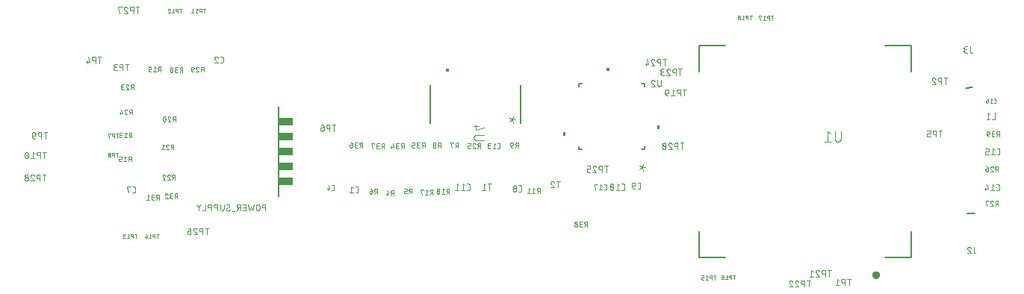
<source format=gbo>
G04 EAGLE Gerber RS-274X export*
G75*
%MOMM*%
%FSLAX34Y34*%
%LPD*%
%INSilk bottom*%
%IPPOS*%
%AMOC8*
5,1,8,0,0,1.08239X$1,22.5*%
G01*
%ADD10C,0.076200*%
%ADD11C,0.050800*%
%ADD12C,0.203200*%
%ADD13R,1.682741X0.970719*%
%ADD14R,1.679641X0.966781*%
%ADD15R,1.676809X0.965244*%
%ADD16R,1.684000X0.963131*%
%ADD17R,1.683919X0.960281*%
%ADD18C,0.400000*%
%ADD19C,0.127000*%
%ADD20C,0.101600*%
%ADD21C,0.152400*%

G36*
X675655Y263593D02*
X675655Y263593D01*
X675657Y263592D01*
X675700Y263612D01*
X675744Y263630D01*
X675744Y263632D01*
X675746Y263633D01*
X675779Y263718D01*
X675779Y266258D01*
X675778Y266260D01*
X675779Y266262D01*
X675759Y266305D01*
X675741Y266349D01*
X675739Y266349D01*
X675738Y266351D01*
X675653Y266384D01*
X671843Y266384D01*
X671841Y266383D01*
X671839Y266384D01*
X671796Y266364D01*
X671752Y266346D01*
X671752Y266344D01*
X671750Y266343D01*
X671717Y266258D01*
X671717Y263718D01*
X671718Y263716D01*
X671717Y263714D01*
X671737Y263671D01*
X671755Y263627D01*
X671757Y263627D01*
X671758Y263625D01*
X671843Y263592D01*
X675653Y263592D01*
X675655Y263593D01*
G37*
G36*
X493593Y262841D02*
X493593Y262841D01*
X493595Y262840D01*
X493638Y262860D01*
X493682Y262878D01*
X493682Y262880D01*
X493684Y262881D01*
X493717Y262966D01*
X493717Y265506D01*
X493716Y265508D01*
X493717Y265510D01*
X493697Y265553D01*
X493679Y265597D01*
X493677Y265597D01*
X493676Y265599D01*
X493591Y265632D01*
X489781Y265632D01*
X489779Y265631D01*
X489777Y265632D01*
X489734Y265612D01*
X489690Y265594D01*
X489690Y265592D01*
X489688Y265591D01*
X489655Y265506D01*
X489655Y262966D01*
X489656Y262964D01*
X489655Y262962D01*
X489675Y262919D01*
X489693Y262875D01*
X489695Y262875D01*
X489696Y262873D01*
X489781Y262840D01*
X493591Y262840D01*
X493593Y262841D01*
G37*
G36*
X732360Y197618D02*
X732360Y197618D01*
X732362Y197617D01*
X732405Y197637D01*
X732449Y197655D01*
X732449Y197657D01*
X732451Y197658D01*
X732484Y197743D01*
X732484Y201553D01*
X732483Y201555D01*
X732484Y201557D01*
X732464Y201600D01*
X732446Y201644D01*
X732444Y201644D01*
X732443Y201646D01*
X732358Y201679D01*
X729818Y201679D01*
X729816Y201678D01*
X729814Y201679D01*
X729771Y201659D01*
X729727Y201641D01*
X729727Y201639D01*
X729725Y201638D01*
X729692Y201553D01*
X729692Y197743D01*
X729693Y197741D01*
X729692Y197739D01*
X729712Y197696D01*
X729730Y197652D01*
X729732Y197652D01*
X729733Y197650D01*
X729818Y197617D01*
X732358Y197617D01*
X732360Y197618D01*
G37*
G36*
X625680Y189618D02*
X625680Y189618D01*
X625682Y189617D01*
X625725Y189637D01*
X625769Y189655D01*
X625769Y189657D01*
X625771Y189658D01*
X625804Y189743D01*
X625804Y193553D01*
X625803Y193555D01*
X625804Y193557D01*
X625784Y193600D01*
X625766Y193644D01*
X625764Y193644D01*
X625763Y193646D01*
X625678Y193679D01*
X623138Y193679D01*
X623136Y193678D01*
X623134Y193679D01*
X623091Y193659D01*
X623047Y193641D01*
X623047Y193639D01*
X623045Y193638D01*
X623012Y193553D01*
X623012Y189743D01*
X623013Y189741D01*
X623012Y189739D01*
X623032Y189696D01*
X623050Y189652D01*
X623052Y189652D01*
X623053Y189650D01*
X623138Y189617D01*
X625678Y189617D01*
X625680Y189618D01*
G37*
D10*
X387322Y125503D02*
X388846Y125503D01*
X388923Y125505D01*
X389000Y125511D01*
X389077Y125521D01*
X389153Y125534D01*
X389228Y125552D01*
X389302Y125573D01*
X389375Y125598D01*
X389447Y125627D01*
X389517Y125659D01*
X389586Y125694D01*
X389652Y125734D01*
X389717Y125776D01*
X389779Y125822D01*
X389839Y125871D01*
X389896Y125922D01*
X389951Y125977D01*
X390002Y126034D01*
X390051Y126094D01*
X390097Y126156D01*
X390139Y126221D01*
X390179Y126287D01*
X390214Y126356D01*
X390246Y126426D01*
X390275Y126498D01*
X390300Y126571D01*
X390321Y126645D01*
X390339Y126720D01*
X390352Y126796D01*
X390362Y126873D01*
X390368Y126950D01*
X390370Y127027D01*
X390370Y130837D01*
X390368Y130914D01*
X390362Y130991D01*
X390352Y131068D01*
X390339Y131144D01*
X390321Y131219D01*
X390300Y131293D01*
X390275Y131366D01*
X390246Y131438D01*
X390214Y131508D01*
X390179Y131577D01*
X390139Y131643D01*
X390097Y131708D01*
X390051Y131770D01*
X390002Y131830D01*
X389951Y131887D01*
X389896Y131942D01*
X389839Y131993D01*
X389779Y132042D01*
X389717Y132088D01*
X389652Y132130D01*
X389586Y132170D01*
X389517Y132205D01*
X389447Y132237D01*
X389375Y132266D01*
X389302Y132291D01*
X389228Y132312D01*
X389153Y132330D01*
X389077Y132343D01*
X389000Y132353D01*
X388923Y132359D01*
X388846Y132361D01*
X387322Y132361D01*
X384633Y130837D02*
X382728Y132361D01*
X382728Y125503D01*
X384633Y125503D02*
X380823Y125503D01*
D11*
X361744Y127994D02*
X360446Y127994D01*
X361744Y127994D02*
X361814Y127996D01*
X361884Y128002D01*
X361954Y128011D01*
X362023Y128024D01*
X362091Y128041D01*
X362158Y128062D01*
X362224Y128086D01*
X362289Y128114D01*
X362352Y128145D01*
X362413Y128180D01*
X362472Y128218D01*
X362530Y128259D01*
X362584Y128303D01*
X362637Y128350D01*
X362686Y128399D01*
X362733Y128452D01*
X362777Y128506D01*
X362818Y128564D01*
X362856Y128623D01*
X362891Y128684D01*
X362922Y128747D01*
X362950Y128812D01*
X362974Y128878D01*
X362995Y128945D01*
X363012Y129013D01*
X363025Y129082D01*
X363034Y129152D01*
X363040Y129222D01*
X363042Y129292D01*
X363042Y132538D01*
X363040Y132608D01*
X363034Y132678D01*
X363025Y132748D01*
X363012Y132817D01*
X362995Y132885D01*
X362974Y132952D01*
X362950Y133018D01*
X362922Y133083D01*
X362891Y133146D01*
X362856Y133207D01*
X362818Y133266D01*
X362777Y133323D01*
X362733Y133378D01*
X362686Y133431D01*
X362637Y133480D01*
X362584Y133527D01*
X362530Y133571D01*
X362472Y133612D01*
X362413Y133650D01*
X362352Y133685D01*
X362289Y133716D01*
X362224Y133744D01*
X362159Y133768D01*
X362091Y133789D01*
X362023Y133806D01*
X361954Y133819D01*
X361884Y133828D01*
X361814Y133834D01*
X361744Y133836D01*
X360446Y133836D01*
X356965Y133836D02*
X358263Y129292D01*
X355017Y129292D01*
X355991Y130590D02*
X355991Y127994D01*
D12*
X300600Y120960D02*
X300600Y222840D01*
D13*
X308154Y205964D03*
D14*
X308138Y188926D03*
D15*
X308124Y171900D03*
D16*
X308160Y154872D03*
D17*
X308160Y137839D03*
D11*
X285330Y112024D02*
X285330Y104912D01*
X285330Y112024D02*
X283355Y112024D01*
X283355Y112025D02*
X283268Y112023D01*
X283180Y112017D01*
X283093Y112008D01*
X283007Y111994D01*
X282921Y111977D01*
X282837Y111956D01*
X282753Y111931D01*
X282670Y111902D01*
X282589Y111870D01*
X282509Y111835D01*
X282431Y111796D01*
X282354Y111753D01*
X282280Y111707D01*
X282208Y111658D01*
X282138Y111606D01*
X282070Y111550D01*
X282005Y111492D01*
X281942Y111431D01*
X281883Y111367D01*
X281826Y111300D01*
X281772Y111232D01*
X281721Y111160D01*
X281674Y111087D01*
X281629Y111012D01*
X281588Y110934D01*
X281551Y110855D01*
X281517Y110775D01*
X281487Y110693D01*
X281460Y110610D01*
X281437Y110525D01*
X281418Y110440D01*
X281403Y110354D01*
X281391Y110267D01*
X281383Y110180D01*
X281379Y110093D01*
X281379Y110005D01*
X281383Y109918D01*
X281391Y109831D01*
X281403Y109744D01*
X281418Y109658D01*
X281437Y109573D01*
X281460Y109488D01*
X281487Y109405D01*
X281517Y109323D01*
X281551Y109243D01*
X281588Y109164D01*
X281629Y109086D01*
X281674Y109011D01*
X281721Y108938D01*
X281772Y108866D01*
X281826Y108798D01*
X281883Y108731D01*
X281942Y108667D01*
X282005Y108606D01*
X282070Y108548D01*
X282138Y108492D01*
X282208Y108440D01*
X282280Y108391D01*
X282354Y108345D01*
X282431Y108302D01*
X282509Y108263D01*
X282589Y108228D01*
X282670Y108196D01*
X282753Y108167D01*
X282837Y108142D01*
X282921Y108121D01*
X283007Y108104D01*
X283093Y108090D01*
X283180Y108081D01*
X283268Y108075D01*
X283355Y108073D01*
X285330Y108073D01*
X278794Y106888D02*
X278794Y110049D01*
X278792Y110136D01*
X278786Y110224D01*
X278777Y110311D01*
X278763Y110397D01*
X278746Y110483D01*
X278725Y110567D01*
X278700Y110651D01*
X278671Y110734D01*
X278639Y110815D01*
X278604Y110895D01*
X278565Y110973D01*
X278522Y111050D01*
X278476Y111124D01*
X278427Y111196D01*
X278375Y111266D01*
X278319Y111334D01*
X278261Y111399D01*
X278200Y111462D01*
X278136Y111521D01*
X278069Y111578D01*
X278001Y111632D01*
X277929Y111683D01*
X277856Y111730D01*
X277781Y111775D01*
X277703Y111816D01*
X277624Y111853D01*
X277544Y111887D01*
X277462Y111917D01*
X277379Y111944D01*
X277294Y111967D01*
X277209Y111986D01*
X277123Y112001D01*
X277036Y112013D01*
X276949Y112021D01*
X276862Y112025D01*
X276774Y112025D01*
X276687Y112021D01*
X276600Y112013D01*
X276513Y112001D01*
X276427Y111986D01*
X276342Y111967D01*
X276257Y111944D01*
X276174Y111917D01*
X276092Y111887D01*
X276012Y111853D01*
X275933Y111816D01*
X275855Y111775D01*
X275780Y111730D01*
X275707Y111683D01*
X275635Y111632D01*
X275567Y111578D01*
X275500Y111521D01*
X275436Y111462D01*
X275375Y111399D01*
X275317Y111334D01*
X275261Y111266D01*
X275209Y111196D01*
X275160Y111124D01*
X275114Y111050D01*
X275071Y110973D01*
X275032Y110895D01*
X274997Y110815D01*
X274965Y110734D01*
X274936Y110651D01*
X274911Y110567D01*
X274890Y110483D01*
X274873Y110397D01*
X274859Y110311D01*
X274850Y110224D01*
X274844Y110136D01*
X274842Y110049D01*
X274843Y110049D02*
X274843Y106888D01*
X274842Y106888D02*
X274844Y106801D01*
X274850Y106713D01*
X274859Y106626D01*
X274873Y106540D01*
X274890Y106454D01*
X274911Y106370D01*
X274936Y106286D01*
X274965Y106203D01*
X274997Y106122D01*
X275032Y106042D01*
X275071Y105964D01*
X275114Y105887D01*
X275160Y105813D01*
X275209Y105741D01*
X275261Y105671D01*
X275317Y105603D01*
X275375Y105538D01*
X275436Y105475D01*
X275500Y105416D01*
X275567Y105359D01*
X275635Y105305D01*
X275707Y105254D01*
X275780Y105207D01*
X275855Y105162D01*
X275933Y105121D01*
X276012Y105084D01*
X276092Y105050D01*
X276174Y105020D01*
X276257Y104993D01*
X276342Y104970D01*
X276427Y104951D01*
X276513Y104936D01*
X276600Y104924D01*
X276687Y104916D01*
X276774Y104912D01*
X276862Y104912D01*
X276949Y104916D01*
X277036Y104924D01*
X277123Y104936D01*
X277209Y104951D01*
X277294Y104970D01*
X277379Y104993D01*
X277462Y105020D01*
X277544Y105050D01*
X277624Y105084D01*
X277703Y105121D01*
X277781Y105162D01*
X277856Y105207D01*
X277929Y105254D01*
X278001Y105305D01*
X278069Y105359D01*
X278136Y105416D01*
X278200Y105475D01*
X278261Y105538D01*
X278319Y105603D01*
X278375Y105671D01*
X278427Y105741D01*
X278476Y105813D01*
X278522Y105887D01*
X278565Y105964D01*
X278604Y106042D01*
X278639Y106122D01*
X278671Y106203D01*
X278700Y106286D01*
X278725Y106370D01*
X278746Y106454D01*
X278763Y106540D01*
X278777Y106626D01*
X278786Y106713D01*
X278792Y106801D01*
X278794Y106888D01*
X272207Y112024D02*
X270626Y104912D01*
X269046Y109653D01*
X267466Y104912D01*
X265885Y112024D01*
X263008Y104912D02*
X259847Y104912D01*
X263008Y104912D02*
X263008Y112024D01*
X259847Y112024D01*
X260637Y108863D02*
X263008Y108863D01*
X257037Y112024D02*
X257037Y104912D01*
X257037Y112024D02*
X255061Y112024D01*
X255061Y112025D02*
X254974Y112023D01*
X254886Y112017D01*
X254799Y112008D01*
X254713Y111994D01*
X254627Y111977D01*
X254543Y111956D01*
X254459Y111931D01*
X254376Y111902D01*
X254295Y111870D01*
X254215Y111835D01*
X254137Y111796D01*
X254060Y111753D01*
X253986Y111707D01*
X253914Y111658D01*
X253844Y111606D01*
X253776Y111550D01*
X253711Y111492D01*
X253648Y111431D01*
X253589Y111367D01*
X253532Y111300D01*
X253478Y111232D01*
X253427Y111160D01*
X253380Y111087D01*
X253335Y111012D01*
X253294Y110934D01*
X253257Y110855D01*
X253223Y110775D01*
X253193Y110693D01*
X253166Y110610D01*
X253143Y110525D01*
X253124Y110440D01*
X253109Y110354D01*
X253097Y110267D01*
X253089Y110180D01*
X253085Y110093D01*
X253085Y110005D01*
X253089Y109918D01*
X253097Y109831D01*
X253109Y109744D01*
X253124Y109658D01*
X253143Y109573D01*
X253166Y109488D01*
X253193Y109405D01*
X253223Y109323D01*
X253257Y109243D01*
X253294Y109164D01*
X253335Y109086D01*
X253380Y109011D01*
X253427Y108938D01*
X253478Y108866D01*
X253532Y108798D01*
X253589Y108731D01*
X253648Y108667D01*
X253711Y108606D01*
X253776Y108548D01*
X253844Y108492D01*
X253914Y108440D01*
X253986Y108391D01*
X254060Y108345D01*
X254137Y108302D01*
X254215Y108263D01*
X254295Y108228D01*
X254376Y108196D01*
X254459Y108167D01*
X254543Y108142D01*
X254627Y108121D01*
X254713Y108104D01*
X254799Y108090D01*
X254886Y108081D01*
X254974Y108075D01*
X255061Y108073D01*
X257037Y108073D01*
X254666Y108073D02*
X253085Y104912D01*
X250510Y104122D02*
X247349Y104122D01*
X242591Y104913D02*
X242513Y104915D01*
X242436Y104921D01*
X242359Y104930D01*
X242283Y104943D01*
X242207Y104960D01*
X242132Y104981D01*
X242059Y105005D01*
X241986Y105033D01*
X241915Y105065D01*
X241846Y105100D01*
X241779Y105138D01*
X241713Y105179D01*
X241650Y105224D01*
X241589Y105272D01*
X241530Y105322D01*
X241474Y105376D01*
X241420Y105432D01*
X241370Y105491D01*
X241322Y105552D01*
X241277Y105615D01*
X241236Y105681D01*
X241198Y105748D01*
X241163Y105817D01*
X241131Y105888D01*
X241103Y105961D01*
X241079Y106034D01*
X241058Y106109D01*
X241041Y106185D01*
X241028Y106261D01*
X241019Y106338D01*
X241013Y106415D01*
X241011Y106493D01*
X242591Y104912D02*
X242706Y104914D01*
X242820Y104920D01*
X242934Y104930D01*
X243048Y104943D01*
X243161Y104961D01*
X243274Y104983D01*
X243386Y105008D01*
X243497Y105037D01*
X243606Y105070D01*
X243715Y105107D01*
X243822Y105147D01*
X243928Y105191D01*
X244032Y105239D01*
X244135Y105290D01*
X244235Y105345D01*
X244334Y105403D01*
X244431Y105465D01*
X244525Y105529D01*
X244618Y105597D01*
X244708Y105669D01*
X244795Y105743D01*
X244880Y105820D01*
X244962Y105900D01*
X244763Y110444D02*
X244761Y110522D01*
X244755Y110599D01*
X244746Y110676D01*
X244733Y110752D01*
X244716Y110828D01*
X244695Y110903D01*
X244671Y110976D01*
X244643Y111049D01*
X244611Y111120D01*
X244576Y111189D01*
X244538Y111256D01*
X244497Y111322D01*
X244452Y111385D01*
X244404Y111446D01*
X244354Y111505D01*
X244300Y111561D01*
X244244Y111615D01*
X244185Y111665D01*
X244124Y111713D01*
X244061Y111758D01*
X243995Y111799D01*
X243928Y111837D01*
X243859Y111872D01*
X243788Y111904D01*
X243715Y111932D01*
X243642Y111956D01*
X243567Y111977D01*
X243491Y111994D01*
X243415Y112007D01*
X243338Y112016D01*
X243261Y112022D01*
X243183Y112024D01*
X243077Y112022D01*
X242971Y112016D01*
X242866Y112007D01*
X242761Y111994D01*
X242656Y111977D01*
X242552Y111956D01*
X242449Y111932D01*
X242347Y111904D01*
X242246Y111872D01*
X242146Y111837D01*
X242048Y111798D01*
X241950Y111755D01*
X241855Y111710D01*
X241761Y111661D01*
X241669Y111608D01*
X241579Y111552D01*
X241491Y111493D01*
X241405Y111431D01*
X243974Y109061D02*
X244041Y109103D01*
X244106Y109148D01*
X244169Y109197D01*
X244230Y109248D01*
X244287Y109303D01*
X244342Y109360D01*
X244395Y109420D01*
X244444Y109482D01*
X244490Y109547D01*
X244532Y109613D01*
X244572Y109682D01*
X244608Y109753D01*
X244640Y109826D01*
X244669Y109900D01*
X244694Y109975D01*
X244715Y110051D01*
X244733Y110129D01*
X244746Y110207D01*
X244756Y110286D01*
X244762Y110365D01*
X244764Y110444D01*
X241800Y107876D02*
X241733Y107834D01*
X241668Y107789D01*
X241605Y107740D01*
X241544Y107689D01*
X241487Y107634D01*
X241432Y107577D01*
X241379Y107517D01*
X241330Y107455D01*
X241284Y107390D01*
X241242Y107324D01*
X241202Y107255D01*
X241166Y107184D01*
X241134Y107111D01*
X241105Y107037D01*
X241080Y106962D01*
X241059Y106886D01*
X241041Y106808D01*
X241028Y106730D01*
X241018Y106651D01*
X241012Y106572D01*
X241010Y106493D01*
X241800Y107875D02*
X243974Y109061D01*
X238103Y106888D02*
X238103Y112024D01*
X238104Y106888D02*
X238102Y106801D01*
X238096Y106713D01*
X238087Y106626D01*
X238073Y106540D01*
X238056Y106454D01*
X238035Y106370D01*
X238010Y106286D01*
X237981Y106203D01*
X237949Y106122D01*
X237914Y106042D01*
X237875Y105964D01*
X237832Y105887D01*
X237786Y105813D01*
X237737Y105741D01*
X237685Y105671D01*
X237629Y105603D01*
X237571Y105538D01*
X237510Y105475D01*
X237446Y105416D01*
X237379Y105359D01*
X237311Y105305D01*
X237239Y105254D01*
X237166Y105207D01*
X237091Y105162D01*
X237013Y105121D01*
X236934Y105084D01*
X236854Y105050D01*
X236772Y105020D01*
X236689Y104993D01*
X236604Y104970D01*
X236519Y104951D01*
X236433Y104936D01*
X236346Y104924D01*
X236259Y104916D01*
X236172Y104912D01*
X236084Y104912D01*
X235997Y104916D01*
X235910Y104924D01*
X235823Y104936D01*
X235737Y104951D01*
X235652Y104970D01*
X235567Y104993D01*
X235484Y105020D01*
X235402Y105050D01*
X235322Y105084D01*
X235243Y105121D01*
X235165Y105162D01*
X235090Y105207D01*
X235017Y105254D01*
X234945Y105305D01*
X234877Y105359D01*
X234810Y105416D01*
X234746Y105475D01*
X234685Y105538D01*
X234627Y105603D01*
X234571Y105671D01*
X234519Y105741D01*
X234470Y105813D01*
X234424Y105887D01*
X234381Y105964D01*
X234342Y106042D01*
X234307Y106122D01*
X234275Y106203D01*
X234246Y106286D01*
X234221Y106370D01*
X234200Y106454D01*
X234183Y106540D01*
X234169Y106626D01*
X234160Y106713D01*
X234154Y106801D01*
X234152Y106888D01*
X234152Y112024D01*
X230695Y112024D02*
X230695Y104912D01*
X230695Y112024D02*
X228719Y112024D01*
X228719Y112025D02*
X228632Y112023D01*
X228544Y112017D01*
X228457Y112008D01*
X228371Y111994D01*
X228285Y111977D01*
X228201Y111956D01*
X228117Y111931D01*
X228034Y111902D01*
X227953Y111870D01*
X227873Y111835D01*
X227795Y111796D01*
X227718Y111753D01*
X227644Y111707D01*
X227572Y111658D01*
X227502Y111606D01*
X227434Y111550D01*
X227369Y111492D01*
X227306Y111431D01*
X227247Y111367D01*
X227190Y111300D01*
X227136Y111232D01*
X227085Y111160D01*
X227038Y111087D01*
X226993Y111012D01*
X226952Y110934D01*
X226915Y110855D01*
X226881Y110775D01*
X226851Y110693D01*
X226824Y110610D01*
X226801Y110525D01*
X226782Y110440D01*
X226767Y110354D01*
X226755Y110267D01*
X226747Y110180D01*
X226743Y110093D01*
X226743Y110005D01*
X226747Y109918D01*
X226755Y109831D01*
X226767Y109744D01*
X226782Y109658D01*
X226801Y109573D01*
X226824Y109488D01*
X226851Y109405D01*
X226881Y109323D01*
X226915Y109243D01*
X226952Y109164D01*
X226993Y109086D01*
X227038Y109011D01*
X227085Y108938D01*
X227136Y108866D01*
X227190Y108798D01*
X227247Y108731D01*
X227306Y108667D01*
X227369Y108606D01*
X227434Y108548D01*
X227502Y108492D01*
X227572Y108440D01*
X227644Y108391D01*
X227718Y108345D01*
X227795Y108302D01*
X227873Y108263D01*
X227953Y108228D01*
X228034Y108196D01*
X228117Y108167D01*
X228201Y108142D01*
X228285Y108121D01*
X228371Y108104D01*
X228457Y108090D01*
X228544Y108081D01*
X228632Y108075D01*
X228719Y108073D01*
X230695Y108073D01*
X223837Y104912D02*
X223837Y112024D01*
X221861Y112024D01*
X221861Y112025D02*
X221774Y112023D01*
X221686Y112017D01*
X221599Y112008D01*
X221513Y111994D01*
X221427Y111977D01*
X221343Y111956D01*
X221259Y111931D01*
X221176Y111902D01*
X221095Y111870D01*
X221015Y111835D01*
X220937Y111796D01*
X220860Y111753D01*
X220786Y111707D01*
X220714Y111658D01*
X220644Y111606D01*
X220576Y111550D01*
X220511Y111492D01*
X220448Y111431D01*
X220389Y111367D01*
X220332Y111300D01*
X220278Y111232D01*
X220227Y111160D01*
X220180Y111087D01*
X220135Y111012D01*
X220094Y110934D01*
X220057Y110855D01*
X220023Y110775D01*
X219993Y110693D01*
X219966Y110610D01*
X219943Y110525D01*
X219924Y110440D01*
X219909Y110354D01*
X219897Y110267D01*
X219889Y110180D01*
X219885Y110093D01*
X219885Y110005D01*
X219889Y109918D01*
X219897Y109831D01*
X219909Y109744D01*
X219924Y109658D01*
X219943Y109573D01*
X219966Y109488D01*
X219993Y109405D01*
X220023Y109323D01*
X220057Y109243D01*
X220094Y109164D01*
X220135Y109086D01*
X220180Y109011D01*
X220227Y108938D01*
X220278Y108866D01*
X220332Y108798D01*
X220389Y108731D01*
X220448Y108667D01*
X220511Y108606D01*
X220576Y108548D01*
X220644Y108492D01*
X220714Y108440D01*
X220786Y108391D01*
X220860Y108345D01*
X220937Y108302D01*
X221015Y108263D01*
X221095Y108228D01*
X221176Y108196D01*
X221259Y108167D01*
X221343Y108142D01*
X221427Y108121D01*
X221513Y108104D01*
X221599Y108090D01*
X221686Y108081D01*
X221774Y108075D01*
X221861Y108073D01*
X223837Y108073D01*
X217060Y104912D02*
X217060Y112024D01*
X217060Y104912D02*
X213899Y104912D01*
X209382Y108666D02*
X211752Y112024D01*
X209382Y108666D02*
X207011Y112024D01*
X209382Y108666D02*
X209382Y104912D01*
D18*
X975200Y32100D02*
X975202Y32189D01*
X975208Y32278D01*
X975218Y32367D01*
X975232Y32455D01*
X975249Y32542D01*
X975271Y32628D01*
X975297Y32714D01*
X975326Y32798D01*
X975359Y32881D01*
X975395Y32962D01*
X975436Y33042D01*
X975479Y33119D01*
X975526Y33195D01*
X975577Y33268D01*
X975630Y33339D01*
X975687Y33408D01*
X975747Y33474D01*
X975810Y33538D01*
X975875Y33598D01*
X975943Y33656D01*
X976014Y33710D01*
X976087Y33761D01*
X976162Y33809D01*
X976239Y33854D01*
X976318Y33895D01*
X976399Y33932D01*
X976481Y33966D01*
X976565Y33997D01*
X976650Y34023D01*
X976736Y34046D01*
X976823Y34064D01*
X976911Y34079D01*
X977000Y34090D01*
X977089Y34097D01*
X977178Y34100D01*
X977267Y34099D01*
X977356Y34094D01*
X977444Y34085D01*
X977533Y34072D01*
X977620Y34055D01*
X977707Y34035D01*
X977793Y34010D01*
X977877Y33982D01*
X977960Y33950D01*
X978042Y33914D01*
X978122Y33875D01*
X978200Y33832D01*
X978276Y33786D01*
X978350Y33736D01*
X978422Y33683D01*
X978491Y33627D01*
X978558Y33568D01*
X978622Y33506D01*
X978683Y33442D01*
X978742Y33374D01*
X978797Y33304D01*
X978849Y33232D01*
X978898Y33157D01*
X978943Y33081D01*
X978985Y33002D01*
X979023Y32922D01*
X979058Y32840D01*
X979089Y32756D01*
X979117Y32671D01*
X979140Y32585D01*
X979160Y32498D01*
X979176Y32411D01*
X979188Y32322D01*
X979196Y32234D01*
X979200Y32145D01*
X979200Y32055D01*
X979196Y31966D01*
X979188Y31878D01*
X979176Y31789D01*
X979160Y31702D01*
X979140Y31615D01*
X979117Y31529D01*
X979089Y31444D01*
X979058Y31360D01*
X979023Y31278D01*
X978985Y31198D01*
X978943Y31119D01*
X978898Y31043D01*
X978849Y30968D01*
X978797Y30896D01*
X978742Y30826D01*
X978683Y30758D01*
X978622Y30694D01*
X978558Y30632D01*
X978491Y30573D01*
X978422Y30517D01*
X978350Y30464D01*
X978276Y30414D01*
X978200Y30368D01*
X978122Y30325D01*
X978042Y30286D01*
X977960Y30250D01*
X977877Y30218D01*
X977793Y30190D01*
X977707Y30165D01*
X977620Y30145D01*
X977533Y30128D01*
X977444Y30115D01*
X977356Y30106D01*
X977267Y30101D01*
X977178Y30100D01*
X977089Y30103D01*
X977000Y30110D01*
X976911Y30121D01*
X976823Y30136D01*
X976736Y30154D01*
X976650Y30177D01*
X976565Y30203D01*
X976481Y30234D01*
X976399Y30268D01*
X976318Y30305D01*
X976239Y30346D01*
X976162Y30391D01*
X976087Y30439D01*
X976014Y30490D01*
X975943Y30544D01*
X975875Y30602D01*
X975810Y30662D01*
X975747Y30726D01*
X975687Y30792D01*
X975630Y30861D01*
X975577Y30932D01*
X975526Y31005D01*
X975479Y31081D01*
X975436Y31158D01*
X975395Y31238D01*
X975359Y31319D01*
X975326Y31402D01*
X975297Y31486D01*
X975271Y31572D01*
X975249Y31658D01*
X975232Y31745D01*
X975218Y31833D01*
X975208Y31922D01*
X975202Y32011D01*
X975200Y32100D01*
D19*
X987700Y52100D02*
X1017200Y52100D01*
X1017200Y81600D01*
X1017200Y262600D02*
X1017200Y292100D01*
X987700Y292100D01*
X806700Y292100D02*
X777200Y292100D01*
X777200Y262600D01*
X777200Y52100D02*
X806700Y52100D01*
X777200Y52100D02*
X777200Y81600D01*
D20*
X937528Y186324D02*
X937528Y194772D01*
X937527Y186324D02*
X937525Y186212D01*
X937519Y186100D01*
X937510Y185988D01*
X937496Y185877D01*
X937479Y185766D01*
X937458Y185656D01*
X937433Y185546D01*
X937404Y185438D01*
X937371Y185331D01*
X937335Y185224D01*
X937296Y185120D01*
X937252Y185016D01*
X937205Y184914D01*
X937155Y184814D01*
X937101Y184716D01*
X937044Y184619D01*
X936983Y184525D01*
X936920Y184432D01*
X936853Y184342D01*
X936783Y184255D01*
X936710Y184170D01*
X936634Y184087D01*
X936555Y184007D01*
X936474Y183930D01*
X936390Y183855D01*
X936304Y183784D01*
X936215Y183715D01*
X936124Y183650D01*
X936030Y183588D01*
X935935Y183529D01*
X935837Y183474D01*
X935738Y183422D01*
X935637Y183373D01*
X935534Y183328D01*
X935430Y183286D01*
X935325Y183248D01*
X935218Y183214D01*
X935110Y183183D01*
X935001Y183156D01*
X934891Y183133D01*
X934781Y183114D01*
X934670Y183099D01*
X934558Y183087D01*
X934446Y183079D01*
X934334Y183075D01*
X934222Y183075D01*
X934110Y183079D01*
X933998Y183087D01*
X933886Y183099D01*
X933775Y183114D01*
X933665Y183133D01*
X933555Y183156D01*
X933446Y183183D01*
X933338Y183214D01*
X933231Y183248D01*
X933126Y183286D01*
X933022Y183328D01*
X932919Y183373D01*
X932818Y183422D01*
X932719Y183474D01*
X932621Y183529D01*
X932526Y183588D01*
X932432Y183650D01*
X932341Y183715D01*
X932252Y183784D01*
X932166Y183855D01*
X932082Y183930D01*
X932001Y184007D01*
X931922Y184087D01*
X931846Y184170D01*
X931773Y184255D01*
X931703Y184342D01*
X931636Y184432D01*
X931573Y184525D01*
X931512Y184619D01*
X931455Y184716D01*
X931401Y184814D01*
X931351Y184914D01*
X931304Y185016D01*
X931260Y185120D01*
X931221Y185224D01*
X931185Y185331D01*
X931152Y185438D01*
X931123Y185546D01*
X931098Y185656D01*
X931077Y185766D01*
X931060Y185877D01*
X931046Y185988D01*
X931037Y186100D01*
X931031Y186212D01*
X931029Y186324D01*
X931029Y194772D01*
X925704Y192173D02*
X922455Y194772D01*
X922455Y183075D01*
X925704Y183075D02*
X919206Y183075D01*
D11*
X430609Y127816D02*
X430609Y122228D01*
X430609Y127816D02*
X429057Y127816D01*
X428980Y127814D01*
X428902Y127808D01*
X428826Y127799D01*
X428749Y127785D01*
X428674Y127768D01*
X428600Y127747D01*
X428526Y127722D01*
X428454Y127694D01*
X428384Y127662D01*
X428315Y127627D01*
X428248Y127588D01*
X428183Y127546D01*
X428120Y127501D01*
X428059Y127453D01*
X428001Y127402D01*
X427946Y127348D01*
X427893Y127291D01*
X427844Y127232D01*
X427797Y127170D01*
X427753Y127106D01*
X427713Y127040D01*
X427676Y126972D01*
X427642Y126902D01*
X427612Y126831D01*
X427586Y126758D01*
X427563Y126684D01*
X427544Y126609D01*
X427529Y126534D01*
X427517Y126457D01*
X427509Y126380D01*
X427505Y126303D01*
X427505Y126225D01*
X427509Y126148D01*
X427517Y126071D01*
X427529Y125994D01*
X427544Y125919D01*
X427563Y125844D01*
X427586Y125770D01*
X427612Y125697D01*
X427642Y125626D01*
X427676Y125556D01*
X427713Y125488D01*
X427753Y125422D01*
X427797Y125358D01*
X427844Y125296D01*
X427893Y125237D01*
X427946Y125180D01*
X428001Y125126D01*
X428059Y125075D01*
X428120Y125027D01*
X428183Y124982D01*
X428248Y124940D01*
X428315Y124901D01*
X428384Y124866D01*
X428454Y124834D01*
X428526Y124806D01*
X428600Y124781D01*
X428674Y124760D01*
X428749Y124743D01*
X428826Y124729D01*
X428902Y124720D01*
X428980Y124714D01*
X429057Y124712D01*
X430609Y124712D01*
X428747Y124712D02*
X427505Y122228D01*
X425159Y123470D02*
X423917Y127816D01*
X425159Y123470D02*
X422055Y123470D01*
X422986Y124712D02*
X422986Y122228D01*
X451087Y124168D02*
X451087Y129756D01*
X449535Y129756D01*
X449458Y129754D01*
X449380Y129748D01*
X449304Y129739D01*
X449227Y129725D01*
X449152Y129708D01*
X449078Y129687D01*
X449004Y129662D01*
X448932Y129634D01*
X448862Y129602D01*
X448793Y129567D01*
X448726Y129528D01*
X448661Y129486D01*
X448598Y129441D01*
X448537Y129393D01*
X448479Y129342D01*
X448424Y129288D01*
X448371Y129231D01*
X448322Y129172D01*
X448275Y129110D01*
X448231Y129046D01*
X448191Y128980D01*
X448154Y128912D01*
X448120Y128842D01*
X448090Y128771D01*
X448064Y128698D01*
X448041Y128624D01*
X448022Y128549D01*
X448007Y128474D01*
X447995Y128397D01*
X447987Y128320D01*
X447983Y128243D01*
X447983Y128165D01*
X447987Y128088D01*
X447995Y128011D01*
X448007Y127934D01*
X448022Y127859D01*
X448041Y127784D01*
X448064Y127710D01*
X448090Y127637D01*
X448120Y127566D01*
X448154Y127496D01*
X448191Y127428D01*
X448231Y127362D01*
X448275Y127298D01*
X448322Y127236D01*
X448371Y127177D01*
X448424Y127120D01*
X448479Y127066D01*
X448537Y127015D01*
X448598Y126967D01*
X448661Y126922D01*
X448726Y126880D01*
X448793Y126841D01*
X448862Y126806D01*
X448932Y126774D01*
X449004Y126746D01*
X449078Y126721D01*
X449152Y126700D01*
X449227Y126683D01*
X449304Y126669D01*
X449380Y126660D01*
X449458Y126654D01*
X449535Y126652D01*
X451087Y126652D01*
X449225Y126652D02*
X447983Y124168D01*
X445637Y124168D02*
X443774Y124168D01*
X443704Y124170D01*
X443635Y124176D01*
X443566Y124186D01*
X443498Y124199D01*
X443430Y124217D01*
X443364Y124238D01*
X443299Y124263D01*
X443235Y124291D01*
X443173Y124323D01*
X443113Y124358D01*
X443055Y124397D01*
X443000Y124439D01*
X442946Y124484D01*
X442896Y124532D01*
X442848Y124582D01*
X442803Y124636D01*
X442761Y124691D01*
X442722Y124749D01*
X442687Y124809D01*
X442655Y124871D01*
X442627Y124935D01*
X442602Y125000D01*
X442581Y125066D01*
X442563Y125134D01*
X442550Y125202D01*
X442540Y125271D01*
X442534Y125340D01*
X442532Y125410D01*
X442533Y125410D02*
X442533Y126031D01*
X442532Y126031D02*
X442534Y126101D01*
X442540Y126170D01*
X442550Y126239D01*
X442563Y126307D01*
X442581Y126375D01*
X442602Y126441D01*
X442627Y126506D01*
X442655Y126570D01*
X442687Y126632D01*
X442722Y126692D01*
X442761Y126750D01*
X442803Y126805D01*
X442848Y126859D01*
X442896Y126909D01*
X442946Y126957D01*
X443000Y127002D01*
X443055Y127044D01*
X443113Y127083D01*
X443173Y127118D01*
X443235Y127150D01*
X443299Y127178D01*
X443364Y127203D01*
X443430Y127224D01*
X443498Y127242D01*
X443566Y127255D01*
X443635Y127265D01*
X443704Y127271D01*
X443774Y127273D01*
X443774Y127272D02*
X445637Y127272D01*
X445637Y129756D01*
X442533Y129756D01*
X412063Y129668D02*
X412063Y124080D01*
X412063Y129668D02*
X410511Y129668D01*
X410434Y129666D01*
X410356Y129660D01*
X410280Y129651D01*
X410203Y129637D01*
X410128Y129620D01*
X410054Y129599D01*
X409980Y129574D01*
X409908Y129546D01*
X409838Y129514D01*
X409769Y129479D01*
X409702Y129440D01*
X409637Y129398D01*
X409574Y129353D01*
X409513Y129305D01*
X409455Y129254D01*
X409400Y129200D01*
X409347Y129143D01*
X409298Y129084D01*
X409251Y129022D01*
X409207Y128958D01*
X409167Y128892D01*
X409130Y128824D01*
X409096Y128754D01*
X409066Y128683D01*
X409040Y128610D01*
X409017Y128536D01*
X408998Y128461D01*
X408983Y128386D01*
X408971Y128309D01*
X408963Y128232D01*
X408959Y128155D01*
X408959Y128077D01*
X408963Y128000D01*
X408971Y127923D01*
X408983Y127846D01*
X408998Y127771D01*
X409017Y127696D01*
X409040Y127622D01*
X409066Y127549D01*
X409096Y127478D01*
X409130Y127408D01*
X409167Y127340D01*
X409207Y127274D01*
X409251Y127210D01*
X409298Y127148D01*
X409347Y127089D01*
X409400Y127032D01*
X409455Y126978D01*
X409513Y126927D01*
X409574Y126879D01*
X409637Y126834D01*
X409702Y126792D01*
X409769Y126753D01*
X409838Y126718D01*
X409908Y126686D01*
X409980Y126658D01*
X410054Y126633D01*
X410128Y126612D01*
X410203Y126595D01*
X410280Y126581D01*
X410356Y126572D01*
X410434Y126566D01*
X410511Y126564D01*
X412063Y126564D01*
X410201Y126564D02*
X408959Y124080D01*
X406613Y127184D02*
X404750Y127184D01*
X404750Y127185D02*
X404680Y127183D01*
X404611Y127177D01*
X404542Y127167D01*
X404474Y127154D01*
X404406Y127136D01*
X404340Y127115D01*
X404275Y127090D01*
X404211Y127062D01*
X404149Y127030D01*
X404089Y126995D01*
X404031Y126956D01*
X403976Y126914D01*
X403922Y126869D01*
X403872Y126821D01*
X403824Y126771D01*
X403779Y126717D01*
X403737Y126662D01*
X403698Y126604D01*
X403663Y126544D01*
X403631Y126482D01*
X403603Y126418D01*
X403578Y126353D01*
X403557Y126287D01*
X403539Y126219D01*
X403526Y126151D01*
X403516Y126082D01*
X403510Y126013D01*
X403508Y125943D01*
X403509Y125943D02*
X403509Y125632D01*
X403511Y125555D01*
X403517Y125477D01*
X403526Y125401D01*
X403540Y125324D01*
X403557Y125249D01*
X403578Y125175D01*
X403603Y125101D01*
X403631Y125029D01*
X403663Y124959D01*
X403698Y124890D01*
X403737Y124823D01*
X403779Y124758D01*
X403824Y124695D01*
X403872Y124634D01*
X403923Y124576D01*
X403977Y124521D01*
X404034Y124468D01*
X404093Y124419D01*
X404155Y124372D01*
X404219Y124328D01*
X404285Y124288D01*
X404353Y124251D01*
X404423Y124217D01*
X404494Y124187D01*
X404567Y124161D01*
X404641Y124138D01*
X404716Y124119D01*
X404791Y124104D01*
X404868Y124092D01*
X404945Y124084D01*
X405022Y124080D01*
X405100Y124080D01*
X405177Y124084D01*
X405254Y124092D01*
X405331Y124104D01*
X405406Y124119D01*
X405481Y124138D01*
X405555Y124161D01*
X405628Y124187D01*
X405699Y124217D01*
X405769Y124251D01*
X405837Y124288D01*
X405903Y124328D01*
X405967Y124372D01*
X406029Y124419D01*
X406088Y124468D01*
X406145Y124521D01*
X406199Y124576D01*
X406250Y124634D01*
X406298Y124695D01*
X406343Y124758D01*
X406385Y124823D01*
X406424Y124890D01*
X406459Y124959D01*
X406491Y125029D01*
X406519Y125101D01*
X406544Y125175D01*
X406565Y125249D01*
X406582Y125324D01*
X406596Y125401D01*
X406605Y125477D01*
X406611Y125555D01*
X406613Y125632D01*
X406613Y127184D01*
X406611Y127282D01*
X406605Y127379D01*
X406596Y127476D01*
X406582Y127573D01*
X406565Y127669D01*
X406544Y127764D01*
X406520Y127858D01*
X406491Y127952D01*
X406459Y128044D01*
X406424Y128135D01*
X406385Y128224D01*
X406342Y128312D01*
X406296Y128398D01*
X406247Y128482D01*
X406194Y128564D01*
X406139Y128644D01*
X406080Y128722D01*
X406018Y128797D01*
X405953Y128870D01*
X405885Y128940D01*
X405815Y129008D01*
X405742Y129073D01*
X405667Y129135D01*
X405589Y129194D01*
X405509Y129249D01*
X405427Y129302D01*
X405343Y129351D01*
X405257Y129397D01*
X405169Y129440D01*
X405080Y129479D01*
X404989Y129514D01*
X404897Y129546D01*
X404803Y129575D01*
X404709Y129599D01*
X404614Y129620D01*
X404518Y129637D01*
X404421Y129651D01*
X404324Y129660D01*
X404227Y129666D01*
X404129Y129668D01*
X235896Y272320D02*
X234315Y272320D01*
X235896Y272320D02*
X235974Y272322D01*
X236051Y272328D01*
X236128Y272337D01*
X236204Y272350D01*
X236280Y272367D01*
X236355Y272388D01*
X236428Y272412D01*
X236501Y272440D01*
X236572Y272472D01*
X236641Y272507D01*
X236708Y272545D01*
X236774Y272586D01*
X236837Y272631D01*
X236898Y272679D01*
X236957Y272729D01*
X237013Y272783D01*
X237067Y272839D01*
X237117Y272898D01*
X237165Y272959D01*
X237210Y273022D01*
X237251Y273088D01*
X237289Y273155D01*
X237324Y273224D01*
X237356Y273295D01*
X237384Y273368D01*
X237408Y273441D01*
X237429Y273516D01*
X237446Y273592D01*
X237459Y273668D01*
X237468Y273745D01*
X237474Y273822D01*
X237476Y273900D01*
X237476Y277852D01*
X237474Y277930D01*
X237468Y278007D01*
X237459Y278084D01*
X237446Y278160D01*
X237429Y278236D01*
X237408Y278311D01*
X237384Y278384D01*
X237356Y278457D01*
X237324Y278528D01*
X237289Y278597D01*
X237251Y278664D01*
X237210Y278730D01*
X237165Y278793D01*
X237117Y278854D01*
X237067Y278913D01*
X237013Y278969D01*
X236957Y279023D01*
X236898Y279073D01*
X236837Y279121D01*
X236774Y279166D01*
X236708Y279207D01*
X236641Y279245D01*
X236572Y279280D01*
X236501Y279312D01*
X236428Y279340D01*
X236355Y279364D01*
X236280Y279385D01*
X236204Y279402D01*
X236128Y279415D01*
X236051Y279424D01*
X235974Y279430D01*
X235896Y279432D01*
X234315Y279432D01*
X229570Y279432D02*
X229488Y279430D01*
X229406Y279424D01*
X229324Y279415D01*
X229243Y279402D01*
X229163Y279385D01*
X229083Y279364D01*
X229005Y279340D01*
X228928Y279312D01*
X228852Y279281D01*
X228777Y279246D01*
X228705Y279207D01*
X228634Y279166D01*
X228565Y279121D01*
X228499Y279073D01*
X228434Y279022D01*
X228372Y278968D01*
X228313Y278911D01*
X228256Y278852D01*
X228202Y278790D01*
X228151Y278725D01*
X228103Y278659D01*
X228058Y278590D01*
X228017Y278519D01*
X227978Y278447D01*
X227943Y278372D01*
X227912Y278296D01*
X227884Y278219D01*
X227860Y278141D01*
X227839Y278061D01*
X227822Y277981D01*
X227809Y277900D01*
X227800Y277818D01*
X227794Y277736D01*
X227792Y277654D01*
X229570Y279432D02*
X229663Y279430D01*
X229755Y279424D01*
X229847Y279415D01*
X229939Y279402D01*
X230030Y279385D01*
X230120Y279365D01*
X230210Y279341D01*
X230298Y279313D01*
X230386Y279281D01*
X230471Y279247D01*
X230556Y279208D01*
X230638Y279167D01*
X230719Y279122D01*
X230799Y279073D01*
X230876Y279022D01*
X230951Y278968D01*
X231023Y278910D01*
X231094Y278850D01*
X231161Y278786D01*
X231226Y278721D01*
X231289Y278652D01*
X231348Y278581D01*
X231405Y278508D01*
X231459Y278432D01*
X231509Y278355D01*
X231557Y278275D01*
X231601Y278193D01*
X231641Y278110D01*
X231679Y278025D01*
X231713Y277939D01*
X231743Y277852D01*
X228384Y276271D02*
X228323Y276332D01*
X228265Y276395D01*
X228210Y276461D01*
X228157Y276529D01*
X228108Y276600D01*
X228063Y276672D01*
X228020Y276747D01*
X227981Y276823D01*
X227945Y276902D01*
X227913Y276981D01*
X227885Y277062D01*
X227860Y277145D01*
X227839Y277228D01*
X227822Y277312D01*
X227808Y277397D01*
X227799Y277482D01*
X227793Y277568D01*
X227791Y277654D01*
X228384Y276271D02*
X231743Y272320D01*
X227792Y272320D01*
D10*
X136141Y125061D02*
X134617Y125061D01*
X136141Y125061D02*
X136218Y125063D01*
X136295Y125069D01*
X136372Y125079D01*
X136448Y125092D01*
X136523Y125110D01*
X136597Y125131D01*
X136670Y125156D01*
X136742Y125185D01*
X136812Y125217D01*
X136881Y125252D01*
X136947Y125292D01*
X137012Y125334D01*
X137074Y125380D01*
X137134Y125429D01*
X137191Y125480D01*
X137246Y125535D01*
X137297Y125592D01*
X137346Y125652D01*
X137392Y125714D01*
X137434Y125779D01*
X137474Y125845D01*
X137509Y125914D01*
X137541Y125984D01*
X137570Y126056D01*
X137595Y126129D01*
X137616Y126203D01*
X137634Y126278D01*
X137647Y126354D01*
X137657Y126431D01*
X137663Y126508D01*
X137665Y126585D01*
X137665Y130395D01*
X137663Y130472D01*
X137657Y130549D01*
X137647Y130626D01*
X137634Y130702D01*
X137616Y130777D01*
X137595Y130851D01*
X137570Y130924D01*
X137541Y130996D01*
X137509Y131066D01*
X137474Y131135D01*
X137434Y131201D01*
X137392Y131266D01*
X137346Y131328D01*
X137297Y131388D01*
X137246Y131445D01*
X137191Y131500D01*
X137134Y131551D01*
X137074Y131600D01*
X137012Y131646D01*
X136947Y131688D01*
X136881Y131728D01*
X136812Y131763D01*
X136742Y131795D01*
X136670Y131824D01*
X136597Y131849D01*
X136523Y131870D01*
X136448Y131888D01*
X136372Y131901D01*
X136295Y131911D01*
X136218Y131917D01*
X136141Y131919D01*
X134617Y131919D01*
X131928Y131919D02*
X131928Y131157D01*
X131928Y131919D02*
X128118Y131919D01*
X130023Y125061D01*
D11*
X946772Y27258D02*
X946772Y20146D01*
X948748Y27258D02*
X944797Y27258D01*
X942025Y27258D02*
X942025Y20146D01*
X942025Y27258D02*
X940050Y27258D01*
X939963Y27256D01*
X939875Y27250D01*
X939788Y27241D01*
X939702Y27227D01*
X939616Y27210D01*
X939532Y27189D01*
X939448Y27164D01*
X939365Y27135D01*
X939284Y27103D01*
X939204Y27068D01*
X939126Y27029D01*
X939049Y26986D01*
X938975Y26940D01*
X938903Y26891D01*
X938833Y26839D01*
X938765Y26783D01*
X938700Y26725D01*
X938637Y26664D01*
X938578Y26600D01*
X938521Y26533D01*
X938467Y26465D01*
X938416Y26393D01*
X938369Y26320D01*
X938324Y26245D01*
X938283Y26167D01*
X938246Y26088D01*
X938212Y26008D01*
X938182Y25926D01*
X938155Y25843D01*
X938132Y25758D01*
X938113Y25673D01*
X938098Y25587D01*
X938086Y25500D01*
X938078Y25413D01*
X938074Y25326D01*
X938074Y25238D01*
X938078Y25151D01*
X938086Y25064D01*
X938098Y24977D01*
X938113Y24891D01*
X938132Y24806D01*
X938155Y24721D01*
X938182Y24638D01*
X938212Y24556D01*
X938246Y24476D01*
X938283Y24397D01*
X938324Y24319D01*
X938369Y24244D01*
X938416Y24171D01*
X938467Y24099D01*
X938521Y24031D01*
X938578Y23964D01*
X938637Y23900D01*
X938700Y23839D01*
X938765Y23781D01*
X938833Y23725D01*
X938903Y23673D01*
X938975Y23624D01*
X939049Y23578D01*
X939126Y23535D01*
X939204Y23496D01*
X939284Y23461D01*
X939365Y23429D01*
X939448Y23400D01*
X939532Y23375D01*
X939616Y23354D01*
X939702Y23337D01*
X939788Y23323D01*
X939875Y23314D01*
X939963Y23308D01*
X940050Y23306D01*
X940050Y23307D02*
X942025Y23307D01*
X935489Y25678D02*
X933514Y27258D01*
X933514Y20146D01*
X935489Y20146D02*
X931538Y20146D01*
X503922Y176112D02*
X503922Y181954D01*
X502299Y181954D01*
X502219Y181952D01*
X502140Y181946D01*
X502061Y181936D01*
X501982Y181923D01*
X501905Y181905D01*
X501828Y181884D01*
X501752Y181859D01*
X501678Y181830D01*
X501605Y181798D01*
X501534Y181762D01*
X501465Y181723D01*
X501397Y181680D01*
X501332Y181635D01*
X501269Y181586D01*
X501209Y181534D01*
X501151Y181479D01*
X501096Y181421D01*
X501044Y181361D01*
X500995Y181298D01*
X500950Y181233D01*
X500907Y181165D01*
X500868Y181096D01*
X500832Y181025D01*
X500800Y180952D01*
X500771Y180878D01*
X500746Y180802D01*
X500725Y180725D01*
X500707Y180648D01*
X500694Y180569D01*
X500684Y180490D01*
X500678Y180411D01*
X500676Y180331D01*
X500678Y180251D01*
X500684Y180172D01*
X500694Y180093D01*
X500707Y180014D01*
X500725Y179937D01*
X500746Y179860D01*
X500771Y179784D01*
X500800Y179710D01*
X500832Y179637D01*
X500868Y179566D01*
X500907Y179497D01*
X500950Y179429D01*
X500995Y179364D01*
X501044Y179301D01*
X501096Y179241D01*
X501151Y179183D01*
X501209Y179128D01*
X501269Y179076D01*
X501332Y179027D01*
X501397Y178982D01*
X501465Y178939D01*
X501534Y178900D01*
X501605Y178864D01*
X501678Y178832D01*
X501752Y178803D01*
X501828Y178778D01*
X501905Y178757D01*
X501982Y178739D01*
X502061Y178726D01*
X502140Y178716D01*
X502219Y178710D01*
X502299Y178708D01*
X503922Y178708D01*
X501975Y178708D02*
X500676Y176112D01*
X498244Y181305D02*
X498244Y181954D01*
X494998Y181954D01*
X496621Y176112D01*
X484152Y176218D02*
X484152Y182060D01*
X482529Y182060D01*
X482449Y182058D01*
X482370Y182052D01*
X482291Y182042D01*
X482212Y182029D01*
X482135Y182011D01*
X482058Y181990D01*
X481982Y181965D01*
X481908Y181936D01*
X481835Y181904D01*
X481764Y181868D01*
X481695Y181829D01*
X481627Y181786D01*
X481562Y181741D01*
X481499Y181692D01*
X481439Y181640D01*
X481381Y181585D01*
X481326Y181527D01*
X481274Y181467D01*
X481225Y181404D01*
X481180Y181339D01*
X481137Y181271D01*
X481098Y181202D01*
X481062Y181131D01*
X481030Y181058D01*
X481001Y180984D01*
X480976Y180908D01*
X480955Y180831D01*
X480937Y180754D01*
X480924Y180675D01*
X480914Y180596D01*
X480908Y180517D01*
X480906Y180437D01*
X480908Y180357D01*
X480914Y180278D01*
X480924Y180199D01*
X480937Y180120D01*
X480955Y180043D01*
X480976Y179966D01*
X481001Y179890D01*
X481030Y179816D01*
X481062Y179743D01*
X481098Y179672D01*
X481137Y179603D01*
X481180Y179535D01*
X481225Y179470D01*
X481274Y179407D01*
X481326Y179347D01*
X481381Y179289D01*
X481439Y179234D01*
X481499Y179182D01*
X481562Y179133D01*
X481627Y179088D01*
X481695Y179045D01*
X481764Y179006D01*
X481835Y178970D01*
X481908Y178938D01*
X481982Y178909D01*
X482058Y178884D01*
X482135Y178863D01*
X482212Y178845D01*
X482291Y178832D01*
X482370Y178822D01*
X482449Y178816D01*
X482529Y178814D01*
X484152Y178814D01*
X482205Y178814D02*
X480906Y176218D01*
X478474Y177841D02*
X478472Y177921D01*
X478466Y178000D01*
X478456Y178079D01*
X478443Y178158D01*
X478425Y178235D01*
X478404Y178312D01*
X478379Y178388D01*
X478350Y178462D01*
X478318Y178535D01*
X478282Y178606D01*
X478243Y178675D01*
X478200Y178743D01*
X478155Y178808D01*
X478106Y178871D01*
X478054Y178931D01*
X477999Y178989D01*
X477941Y179044D01*
X477881Y179096D01*
X477818Y179145D01*
X477753Y179190D01*
X477685Y179233D01*
X477616Y179272D01*
X477545Y179308D01*
X477472Y179340D01*
X477398Y179369D01*
X477322Y179394D01*
X477245Y179415D01*
X477168Y179433D01*
X477089Y179446D01*
X477010Y179456D01*
X476931Y179462D01*
X476851Y179464D01*
X476771Y179462D01*
X476692Y179456D01*
X476613Y179446D01*
X476534Y179433D01*
X476457Y179415D01*
X476380Y179394D01*
X476304Y179369D01*
X476230Y179340D01*
X476157Y179308D01*
X476086Y179272D01*
X476017Y179233D01*
X475949Y179190D01*
X475884Y179145D01*
X475821Y179096D01*
X475761Y179044D01*
X475703Y178989D01*
X475648Y178931D01*
X475596Y178871D01*
X475547Y178808D01*
X475502Y178743D01*
X475459Y178675D01*
X475420Y178606D01*
X475384Y178535D01*
X475352Y178462D01*
X475323Y178388D01*
X475298Y178312D01*
X475277Y178235D01*
X475259Y178158D01*
X475246Y178079D01*
X475236Y178000D01*
X475230Y177921D01*
X475228Y177841D01*
X475230Y177761D01*
X475236Y177682D01*
X475246Y177603D01*
X475259Y177524D01*
X475277Y177447D01*
X475298Y177370D01*
X475323Y177294D01*
X475352Y177220D01*
X475384Y177147D01*
X475420Y177076D01*
X475459Y177007D01*
X475502Y176939D01*
X475547Y176874D01*
X475596Y176811D01*
X475648Y176751D01*
X475703Y176693D01*
X475761Y176638D01*
X475821Y176586D01*
X475884Y176537D01*
X475949Y176492D01*
X476017Y176449D01*
X476086Y176410D01*
X476157Y176374D01*
X476230Y176342D01*
X476304Y176313D01*
X476380Y176288D01*
X476457Y176267D01*
X476534Y176249D01*
X476613Y176236D01*
X476692Y176226D01*
X476771Y176220D01*
X476851Y176218D01*
X476931Y176220D01*
X477010Y176226D01*
X477089Y176236D01*
X477168Y176249D01*
X477245Y176267D01*
X477322Y176288D01*
X477398Y176313D01*
X477472Y176342D01*
X477545Y176374D01*
X477616Y176410D01*
X477685Y176449D01*
X477753Y176492D01*
X477818Y176537D01*
X477881Y176586D01*
X477941Y176638D01*
X477999Y176693D01*
X478054Y176751D01*
X478106Y176811D01*
X478155Y176874D01*
X478200Y176939D01*
X478243Y177007D01*
X478282Y177076D01*
X478318Y177147D01*
X478350Y177220D01*
X478379Y177294D01*
X478404Y177370D01*
X478425Y177447D01*
X478443Y177524D01*
X478456Y177603D01*
X478466Y177682D01*
X478472Y177761D01*
X478474Y177841D01*
X478149Y180762D02*
X478147Y180832D01*
X478141Y180902D01*
X478132Y180972D01*
X478119Y181041D01*
X478102Y181109D01*
X478081Y181176D01*
X478057Y181242D01*
X478029Y181307D01*
X477998Y181370D01*
X477963Y181431D01*
X477925Y181490D01*
X477884Y181548D01*
X477840Y181602D01*
X477793Y181655D01*
X477744Y181704D01*
X477691Y181751D01*
X477637Y181795D01*
X477579Y181836D01*
X477520Y181874D01*
X477459Y181909D01*
X477396Y181940D01*
X477331Y181968D01*
X477265Y181992D01*
X477198Y182013D01*
X477130Y182030D01*
X477061Y182043D01*
X476991Y182052D01*
X476921Y182058D01*
X476851Y182060D01*
X476781Y182058D01*
X476711Y182052D01*
X476641Y182043D01*
X476572Y182030D01*
X476504Y182013D01*
X476437Y181992D01*
X476371Y181968D01*
X476306Y181940D01*
X476243Y181909D01*
X476182Y181874D01*
X476123Y181836D01*
X476065Y181795D01*
X476011Y181751D01*
X475958Y181704D01*
X475909Y181655D01*
X475862Y181602D01*
X475818Y181548D01*
X475777Y181490D01*
X475739Y181431D01*
X475704Y181370D01*
X475673Y181307D01*
X475645Y181242D01*
X475621Y181176D01*
X475600Y181109D01*
X475583Y181041D01*
X475570Y180972D01*
X475561Y180902D01*
X475555Y180832D01*
X475553Y180762D01*
X475555Y180692D01*
X475561Y180622D01*
X475570Y180552D01*
X475583Y180483D01*
X475600Y180415D01*
X475621Y180348D01*
X475645Y180282D01*
X475673Y180217D01*
X475704Y180154D01*
X475739Y180093D01*
X475777Y180034D01*
X475818Y179976D01*
X475862Y179922D01*
X475909Y179869D01*
X475958Y179820D01*
X476011Y179773D01*
X476065Y179729D01*
X476123Y179688D01*
X476182Y179650D01*
X476243Y179615D01*
X476306Y179584D01*
X476371Y179556D01*
X476437Y179532D01*
X476504Y179511D01*
X476572Y179494D01*
X476641Y179481D01*
X476711Y179472D01*
X476781Y179466D01*
X476851Y179464D01*
X476921Y179466D01*
X476991Y179472D01*
X477061Y179481D01*
X477130Y179494D01*
X477198Y179511D01*
X477265Y179532D01*
X477331Y179556D01*
X477396Y179584D01*
X477459Y179615D01*
X477520Y179650D01*
X477579Y179688D01*
X477637Y179729D01*
X477691Y179773D01*
X477744Y179820D01*
X477793Y179869D01*
X477840Y179922D01*
X477884Y179976D01*
X477925Y180034D01*
X477963Y180093D01*
X477998Y180154D01*
X478029Y180217D01*
X478057Y180282D01*
X478081Y180348D01*
X478102Y180415D01*
X478119Y180483D01*
X478132Y180552D01*
X478141Y180622D01*
X478147Y180692D01*
X478149Y180762D01*
X539288Y135192D02*
X539288Y128080D01*
X541264Y135192D02*
X537313Y135192D01*
X534863Y133612D02*
X532888Y135192D01*
X532888Y128080D01*
X534863Y128080D02*
X530912Y128080D01*
X617266Y131058D02*
X617266Y138170D01*
X615291Y138170D02*
X619242Y138170D01*
X610668Y138170D02*
X610586Y138168D01*
X610504Y138162D01*
X610422Y138153D01*
X610341Y138140D01*
X610261Y138123D01*
X610181Y138102D01*
X610103Y138078D01*
X610026Y138050D01*
X609950Y138019D01*
X609875Y137984D01*
X609803Y137945D01*
X609732Y137904D01*
X609663Y137859D01*
X609597Y137811D01*
X609532Y137760D01*
X609470Y137706D01*
X609411Y137649D01*
X609354Y137590D01*
X609300Y137528D01*
X609249Y137463D01*
X609201Y137397D01*
X609156Y137328D01*
X609115Y137257D01*
X609076Y137185D01*
X609041Y137110D01*
X609010Y137034D01*
X608982Y136957D01*
X608958Y136879D01*
X608937Y136799D01*
X608920Y136719D01*
X608907Y136638D01*
X608898Y136556D01*
X608892Y136474D01*
X608890Y136392D01*
X610668Y138170D02*
X610761Y138168D01*
X610853Y138162D01*
X610945Y138153D01*
X611037Y138140D01*
X611128Y138123D01*
X611218Y138103D01*
X611308Y138079D01*
X611396Y138051D01*
X611484Y138019D01*
X611569Y137985D01*
X611654Y137946D01*
X611736Y137905D01*
X611817Y137860D01*
X611897Y137811D01*
X611974Y137760D01*
X612049Y137706D01*
X612121Y137648D01*
X612192Y137588D01*
X612259Y137524D01*
X612324Y137459D01*
X612387Y137390D01*
X612446Y137319D01*
X612503Y137246D01*
X612557Y137170D01*
X612607Y137093D01*
X612655Y137013D01*
X612699Y136931D01*
X612739Y136848D01*
X612777Y136763D01*
X612811Y136677D01*
X612841Y136590D01*
X609483Y135009D02*
X609422Y135070D01*
X609364Y135133D01*
X609309Y135199D01*
X609256Y135267D01*
X609207Y135338D01*
X609162Y135410D01*
X609119Y135485D01*
X609080Y135561D01*
X609044Y135640D01*
X609012Y135719D01*
X608984Y135800D01*
X608959Y135883D01*
X608938Y135966D01*
X608921Y136050D01*
X608907Y136135D01*
X608898Y136220D01*
X608892Y136306D01*
X608890Y136392D01*
X609483Y135009D02*
X612841Y131058D01*
X608890Y131058D01*
X574110Y126336D02*
X572529Y126336D01*
X574110Y126336D02*
X574188Y126338D01*
X574265Y126344D01*
X574342Y126353D01*
X574418Y126366D01*
X574494Y126383D01*
X574569Y126404D01*
X574642Y126428D01*
X574715Y126456D01*
X574786Y126488D01*
X574855Y126523D01*
X574922Y126561D01*
X574988Y126602D01*
X575051Y126647D01*
X575112Y126695D01*
X575171Y126745D01*
X575227Y126799D01*
X575281Y126855D01*
X575331Y126914D01*
X575379Y126975D01*
X575424Y127038D01*
X575465Y127104D01*
X575503Y127171D01*
X575538Y127240D01*
X575570Y127311D01*
X575598Y127384D01*
X575622Y127457D01*
X575643Y127532D01*
X575660Y127608D01*
X575673Y127684D01*
X575682Y127761D01*
X575688Y127838D01*
X575690Y127916D01*
X575690Y131868D01*
X575688Y131946D01*
X575682Y132023D01*
X575673Y132100D01*
X575660Y132176D01*
X575643Y132252D01*
X575622Y132327D01*
X575598Y132400D01*
X575570Y132473D01*
X575538Y132544D01*
X575503Y132613D01*
X575465Y132680D01*
X575424Y132746D01*
X575379Y132809D01*
X575331Y132870D01*
X575281Y132929D01*
X575227Y132985D01*
X575171Y133039D01*
X575112Y133089D01*
X575051Y133137D01*
X574988Y133182D01*
X574922Y133223D01*
X574855Y133261D01*
X574786Y133296D01*
X574715Y133328D01*
X574642Y133356D01*
X574569Y133380D01*
X574494Y133401D01*
X574418Y133418D01*
X574342Y133431D01*
X574265Y133440D01*
X574188Y133446D01*
X574110Y133448D01*
X572529Y133448D01*
X569957Y128312D02*
X569955Y128399D01*
X569949Y128487D01*
X569940Y128574D01*
X569926Y128660D01*
X569909Y128746D01*
X569888Y128830D01*
X569863Y128914D01*
X569834Y128997D01*
X569802Y129078D01*
X569767Y129158D01*
X569728Y129236D01*
X569685Y129313D01*
X569639Y129387D01*
X569590Y129459D01*
X569538Y129529D01*
X569482Y129597D01*
X569424Y129662D01*
X569363Y129725D01*
X569299Y129784D01*
X569232Y129841D01*
X569164Y129895D01*
X569092Y129946D01*
X569019Y129993D01*
X568944Y130038D01*
X568866Y130079D01*
X568787Y130116D01*
X568707Y130150D01*
X568625Y130180D01*
X568542Y130207D01*
X568457Y130230D01*
X568372Y130249D01*
X568286Y130264D01*
X568199Y130276D01*
X568112Y130284D01*
X568025Y130288D01*
X567937Y130288D01*
X567850Y130284D01*
X567763Y130276D01*
X567676Y130264D01*
X567590Y130249D01*
X567505Y130230D01*
X567420Y130207D01*
X567337Y130180D01*
X567255Y130150D01*
X567175Y130116D01*
X567096Y130079D01*
X567018Y130038D01*
X566943Y129993D01*
X566870Y129946D01*
X566798Y129895D01*
X566730Y129841D01*
X566663Y129784D01*
X566599Y129725D01*
X566538Y129662D01*
X566480Y129597D01*
X566424Y129529D01*
X566372Y129459D01*
X566323Y129387D01*
X566277Y129313D01*
X566234Y129236D01*
X566195Y129158D01*
X566160Y129078D01*
X566128Y128997D01*
X566099Y128914D01*
X566074Y128830D01*
X566053Y128746D01*
X566036Y128660D01*
X566022Y128574D01*
X566013Y128487D01*
X566007Y128399D01*
X566005Y128312D01*
X566007Y128225D01*
X566013Y128137D01*
X566022Y128050D01*
X566036Y127964D01*
X566053Y127878D01*
X566074Y127794D01*
X566099Y127710D01*
X566128Y127627D01*
X566160Y127546D01*
X566195Y127466D01*
X566234Y127388D01*
X566277Y127311D01*
X566323Y127237D01*
X566372Y127165D01*
X566424Y127095D01*
X566480Y127027D01*
X566538Y126962D01*
X566599Y126899D01*
X566663Y126840D01*
X566730Y126783D01*
X566798Y126729D01*
X566870Y126678D01*
X566943Y126631D01*
X567018Y126586D01*
X567096Y126545D01*
X567175Y126508D01*
X567255Y126474D01*
X567337Y126444D01*
X567420Y126417D01*
X567505Y126394D01*
X567590Y126375D01*
X567676Y126360D01*
X567763Y126348D01*
X567850Y126340D01*
X567937Y126336D01*
X568025Y126336D01*
X568112Y126340D01*
X568199Y126348D01*
X568286Y126360D01*
X568372Y126375D01*
X568457Y126394D01*
X568542Y126417D01*
X568625Y126444D01*
X568707Y126474D01*
X568787Y126508D01*
X568866Y126545D01*
X568944Y126586D01*
X569019Y126631D01*
X569092Y126678D01*
X569164Y126729D01*
X569232Y126783D01*
X569299Y126840D01*
X569363Y126899D01*
X569424Y126962D01*
X569482Y127027D01*
X569538Y127095D01*
X569590Y127165D01*
X569639Y127237D01*
X569685Y127311D01*
X569728Y127388D01*
X569767Y127466D01*
X569802Y127546D01*
X569834Y127627D01*
X569863Y127710D01*
X569888Y127794D01*
X569909Y127878D01*
X569926Y127964D01*
X569940Y128050D01*
X569949Y128137D01*
X569955Y128225D01*
X569957Y128312D01*
X569561Y131868D02*
X569559Y131947D01*
X569553Y132025D01*
X569543Y132103D01*
X569530Y132181D01*
X569512Y132258D01*
X569491Y132334D01*
X569466Y132408D01*
X569437Y132482D01*
X569405Y132554D01*
X569369Y132624D01*
X569329Y132692D01*
X569286Y132758D01*
X569240Y132822D01*
X569191Y132884D01*
X569139Y132943D01*
X569084Y132999D01*
X569026Y133053D01*
X568966Y133103D01*
X568903Y133151D01*
X568838Y133195D01*
X568771Y133236D01*
X568702Y133274D01*
X568631Y133308D01*
X568558Y133339D01*
X568484Y133366D01*
X568409Y133389D01*
X568333Y133408D01*
X568255Y133424D01*
X568177Y133436D01*
X568099Y133444D01*
X568020Y133448D01*
X567942Y133448D01*
X567863Y133444D01*
X567785Y133436D01*
X567707Y133424D01*
X567629Y133408D01*
X567553Y133389D01*
X567478Y133366D01*
X567404Y133339D01*
X567331Y133308D01*
X567260Y133274D01*
X567191Y133236D01*
X567124Y133195D01*
X567059Y133151D01*
X566996Y133103D01*
X566936Y133053D01*
X566878Y132999D01*
X566823Y132943D01*
X566771Y132884D01*
X566722Y132822D01*
X566676Y132758D01*
X566633Y132692D01*
X566593Y132624D01*
X566557Y132554D01*
X566525Y132482D01*
X566496Y132408D01*
X566471Y132334D01*
X566450Y132258D01*
X566432Y132181D01*
X566419Y132103D01*
X566409Y132025D01*
X566403Y131947D01*
X566401Y131868D01*
X566403Y131789D01*
X566409Y131711D01*
X566419Y131633D01*
X566432Y131555D01*
X566450Y131478D01*
X566471Y131402D01*
X566496Y131328D01*
X566525Y131254D01*
X566557Y131182D01*
X566593Y131112D01*
X566633Y131044D01*
X566676Y130978D01*
X566722Y130914D01*
X566771Y130852D01*
X566823Y130793D01*
X566878Y130737D01*
X566936Y130683D01*
X566996Y130633D01*
X567059Y130585D01*
X567124Y130541D01*
X567191Y130500D01*
X567260Y130462D01*
X567331Y130428D01*
X567404Y130397D01*
X567478Y130370D01*
X567553Y130347D01*
X567629Y130328D01*
X567707Y130312D01*
X567785Y130300D01*
X567863Y130292D01*
X567942Y130288D01*
X568020Y130288D01*
X568099Y130292D01*
X568177Y130300D01*
X568255Y130312D01*
X568333Y130328D01*
X568409Y130347D01*
X568484Y130370D01*
X568558Y130397D01*
X568631Y130428D01*
X568702Y130462D01*
X568771Y130500D01*
X568838Y130541D01*
X568903Y130585D01*
X568966Y130633D01*
X569026Y130683D01*
X569084Y130737D01*
X569139Y130793D01*
X569191Y130852D01*
X569240Y130914D01*
X569286Y130978D01*
X569329Y131044D01*
X569369Y131112D01*
X569405Y131182D01*
X569437Y131254D01*
X569466Y131328D01*
X569491Y131402D01*
X569512Y131478D01*
X569530Y131555D01*
X569543Y131633D01*
X569553Y131711D01*
X569559Y131789D01*
X569561Y131868D01*
X707175Y129556D02*
X708756Y129556D01*
X708834Y129558D01*
X708911Y129564D01*
X708988Y129573D01*
X709064Y129586D01*
X709140Y129603D01*
X709215Y129624D01*
X709288Y129648D01*
X709361Y129676D01*
X709432Y129708D01*
X709501Y129743D01*
X709568Y129781D01*
X709634Y129822D01*
X709697Y129867D01*
X709758Y129915D01*
X709817Y129965D01*
X709873Y130019D01*
X709927Y130075D01*
X709977Y130134D01*
X710025Y130195D01*
X710070Y130258D01*
X710111Y130324D01*
X710149Y130391D01*
X710184Y130460D01*
X710216Y130531D01*
X710244Y130604D01*
X710268Y130677D01*
X710289Y130752D01*
X710306Y130828D01*
X710319Y130904D01*
X710328Y130981D01*
X710334Y131058D01*
X710336Y131136D01*
X710336Y135088D01*
X710334Y135166D01*
X710328Y135243D01*
X710319Y135320D01*
X710306Y135396D01*
X710289Y135472D01*
X710268Y135547D01*
X710244Y135620D01*
X710216Y135693D01*
X710184Y135764D01*
X710149Y135833D01*
X710111Y135900D01*
X710070Y135966D01*
X710025Y136029D01*
X709977Y136090D01*
X709927Y136149D01*
X709873Y136205D01*
X709817Y136259D01*
X709758Y136309D01*
X709697Y136357D01*
X709634Y136402D01*
X709568Y136443D01*
X709501Y136481D01*
X709432Y136516D01*
X709361Y136548D01*
X709288Y136576D01*
X709215Y136600D01*
X709140Y136621D01*
X709064Y136638D01*
X708988Y136651D01*
X708911Y136660D01*
X708834Y136666D01*
X708756Y136668D01*
X707175Y136668D01*
X703022Y132717D02*
X700652Y132717D01*
X703022Y132717D02*
X703100Y132719D01*
X703177Y132725D01*
X703254Y132734D01*
X703330Y132747D01*
X703406Y132764D01*
X703481Y132785D01*
X703554Y132809D01*
X703627Y132837D01*
X703698Y132869D01*
X703767Y132904D01*
X703834Y132942D01*
X703900Y132983D01*
X703963Y133028D01*
X704024Y133076D01*
X704083Y133126D01*
X704139Y133180D01*
X704193Y133236D01*
X704243Y133295D01*
X704291Y133356D01*
X704336Y133419D01*
X704377Y133485D01*
X704415Y133552D01*
X704450Y133621D01*
X704482Y133692D01*
X704510Y133765D01*
X704534Y133838D01*
X704555Y133913D01*
X704572Y133989D01*
X704585Y134065D01*
X704594Y134142D01*
X704600Y134219D01*
X704602Y134297D01*
X704603Y134297D02*
X704603Y134692D01*
X704601Y134779D01*
X704595Y134867D01*
X704586Y134954D01*
X704572Y135040D01*
X704555Y135126D01*
X704534Y135210D01*
X704509Y135294D01*
X704480Y135377D01*
X704448Y135458D01*
X704413Y135538D01*
X704374Y135616D01*
X704331Y135693D01*
X704285Y135767D01*
X704236Y135839D01*
X704184Y135909D01*
X704128Y135977D01*
X704070Y136042D01*
X704009Y136105D01*
X703945Y136164D01*
X703878Y136221D01*
X703810Y136275D01*
X703738Y136326D01*
X703665Y136373D01*
X703590Y136418D01*
X703512Y136459D01*
X703433Y136496D01*
X703353Y136530D01*
X703271Y136560D01*
X703188Y136587D01*
X703103Y136610D01*
X703018Y136629D01*
X702932Y136644D01*
X702845Y136656D01*
X702758Y136664D01*
X702671Y136668D01*
X702583Y136668D01*
X702496Y136664D01*
X702409Y136656D01*
X702322Y136644D01*
X702236Y136629D01*
X702151Y136610D01*
X702066Y136587D01*
X701983Y136560D01*
X701901Y136530D01*
X701821Y136496D01*
X701742Y136459D01*
X701664Y136418D01*
X701589Y136373D01*
X701516Y136326D01*
X701444Y136275D01*
X701376Y136221D01*
X701309Y136164D01*
X701245Y136105D01*
X701184Y136042D01*
X701126Y135977D01*
X701070Y135909D01*
X701018Y135839D01*
X700969Y135767D01*
X700923Y135693D01*
X700880Y135616D01*
X700841Y135538D01*
X700806Y135458D01*
X700774Y135377D01*
X700745Y135294D01*
X700720Y135210D01*
X700699Y135126D01*
X700682Y135040D01*
X700668Y134954D01*
X700659Y134867D01*
X700653Y134779D01*
X700651Y134692D01*
X700652Y134692D02*
X700652Y132717D01*
X700654Y132607D01*
X700660Y132496D01*
X700669Y132387D01*
X700683Y132277D01*
X700700Y132168D01*
X700721Y132060D01*
X700746Y131952D01*
X700774Y131846D01*
X700807Y131740D01*
X700843Y131636D01*
X700882Y131533D01*
X700925Y131431D01*
X700972Y131331D01*
X701022Y131233D01*
X701075Y131137D01*
X701132Y131042D01*
X701192Y130949D01*
X701256Y130859D01*
X701322Y130771D01*
X701392Y130685D01*
X701464Y130602D01*
X701539Y130521D01*
X701617Y130443D01*
X701698Y130368D01*
X701781Y130296D01*
X701867Y130226D01*
X701955Y130160D01*
X702045Y130096D01*
X702138Y130036D01*
X702233Y129979D01*
X702329Y129926D01*
X702427Y129876D01*
X702527Y129829D01*
X702629Y129786D01*
X702732Y129747D01*
X702836Y129711D01*
X702942Y129678D01*
X703048Y129650D01*
X703156Y129625D01*
X703264Y129604D01*
X703373Y129587D01*
X703483Y129573D01*
X703592Y129564D01*
X703703Y129558D01*
X703813Y129556D01*
X690876Y128204D02*
X689295Y128204D01*
X690876Y128204D02*
X690954Y128206D01*
X691031Y128212D01*
X691108Y128221D01*
X691184Y128234D01*
X691260Y128251D01*
X691335Y128272D01*
X691408Y128296D01*
X691481Y128324D01*
X691552Y128356D01*
X691621Y128391D01*
X691688Y128429D01*
X691754Y128470D01*
X691817Y128515D01*
X691878Y128563D01*
X691937Y128613D01*
X691993Y128667D01*
X692047Y128723D01*
X692097Y128782D01*
X692145Y128843D01*
X692190Y128906D01*
X692231Y128972D01*
X692269Y129039D01*
X692304Y129108D01*
X692336Y129179D01*
X692364Y129252D01*
X692388Y129325D01*
X692409Y129400D01*
X692426Y129476D01*
X692439Y129552D01*
X692448Y129629D01*
X692454Y129706D01*
X692456Y129784D01*
X692456Y133736D01*
X692454Y133814D01*
X692448Y133891D01*
X692439Y133968D01*
X692426Y134044D01*
X692409Y134120D01*
X692388Y134195D01*
X692364Y134268D01*
X692336Y134341D01*
X692304Y134412D01*
X692269Y134481D01*
X692231Y134548D01*
X692190Y134614D01*
X692145Y134677D01*
X692097Y134738D01*
X692047Y134797D01*
X691993Y134853D01*
X691937Y134907D01*
X691878Y134957D01*
X691817Y135005D01*
X691754Y135050D01*
X691688Y135091D01*
X691621Y135129D01*
X691552Y135164D01*
X691481Y135196D01*
X691408Y135224D01*
X691335Y135248D01*
X691260Y135269D01*
X691184Y135286D01*
X691108Y135299D01*
X691031Y135308D01*
X690954Y135314D01*
X690876Y135316D01*
X689295Y135316D01*
X686723Y133736D02*
X684747Y135316D01*
X684747Y128204D01*
X682772Y128204D02*
X686723Y128204D01*
X679865Y131760D02*
X679863Y131908D01*
X679858Y132055D01*
X679848Y132203D01*
X679835Y132350D01*
X679819Y132497D01*
X679798Y132643D01*
X679774Y132789D01*
X679746Y132934D01*
X679715Y133078D01*
X679680Y133221D01*
X679641Y133364D01*
X679599Y133505D01*
X679553Y133646D01*
X679504Y133785D01*
X679451Y133923D01*
X679395Y134060D01*
X679335Y134195D01*
X679272Y134328D01*
X679246Y134399D01*
X679216Y134468D01*
X679182Y134536D01*
X679145Y134602D01*
X679105Y134666D01*
X679061Y134728D01*
X679015Y134787D01*
X678965Y134844D01*
X678912Y134898D01*
X678857Y134950D01*
X678799Y134998D01*
X678739Y135044D01*
X678676Y135086D01*
X678611Y135125D01*
X678545Y135161D01*
X678476Y135193D01*
X678407Y135221D01*
X678335Y135246D01*
X678263Y135267D01*
X678189Y135285D01*
X678115Y135298D01*
X678040Y135308D01*
X677965Y135314D01*
X677889Y135316D01*
X677813Y135314D01*
X677738Y135308D01*
X677663Y135298D01*
X677589Y135285D01*
X677515Y135267D01*
X677443Y135246D01*
X677372Y135221D01*
X677302Y135193D01*
X677233Y135161D01*
X677167Y135125D01*
X677102Y135086D01*
X677039Y135044D01*
X676979Y134998D01*
X676921Y134950D01*
X676866Y134898D01*
X676813Y134844D01*
X676763Y134787D01*
X676717Y134728D01*
X676673Y134666D01*
X676633Y134602D01*
X676596Y134536D01*
X676562Y134468D01*
X676532Y134399D01*
X676506Y134328D01*
X676507Y134328D02*
X676444Y134195D01*
X676384Y134060D01*
X676328Y133923D01*
X676275Y133785D01*
X676226Y133646D01*
X676180Y133505D01*
X676138Y133364D01*
X676099Y133221D01*
X676064Y133078D01*
X676033Y132934D01*
X676005Y132789D01*
X675981Y132643D01*
X675960Y132497D01*
X675944Y132350D01*
X675931Y132203D01*
X675921Y132055D01*
X675916Y131908D01*
X675914Y131760D01*
X679865Y131760D02*
X679863Y131612D01*
X679858Y131465D01*
X679848Y131317D01*
X679835Y131170D01*
X679819Y131023D01*
X679798Y130877D01*
X679774Y130732D01*
X679746Y130586D01*
X679715Y130442D01*
X679680Y130299D01*
X679641Y130156D01*
X679599Y130015D01*
X679553Y129874D01*
X679504Y129735D01*
X679451Y129597D01*
X679395Y129460D01*
X679335Y129325D01*
X679272Y129192D01*
X679246Y129121D01*
X679216Y129052D01*
X679182Y128984D01*
X679145Y128918D01*
X679105Y128854D01*
X679061Y128792D01*
X679015Y128733D01*
X678965Y128676D01*
X678912Y128622D01*
X678857Y128570D01*
X678799Y128522D01*
X678739Y128476D01*
X678676Y128434D01*
X678611Y128395D01*
X678545Y128359D01*
X678476Y128327D01*
X678406Y128299D01*
X678335Y128274D01*
X678263Y128253D01*
X678189Y128235D01*
X678115Y128222D01*
X678040Y128212D01*
X677965Y128206D01*
X677889Y128204D01*
X676507Y129192D02*
X676444Y129325D01*
X676384Y129460D01*
X676328Y129597D01*
X676275Y129735D01*
X676226Y129874D01*
X676180Y130015D01*
X676138Y130156D01*
X676099Y130299D01*
X676064Y130442D01*
X676033Y130586D01*
X676005Y130732D01*
X675981Y130877D01*
X675960Y131023D01*
X675944Y131170D01*
X675931Y131317D01*
X675921Y131465D01*
X675916Y131612D01*
X675914Y131760D01*
X676506Y129192D02*
X676532Y129121D01*
X676562Y129052D01*
X676596Y128984D01*
X676633Y128918D01*
X676673Y128854D01*
X676717Y128792D01*
X676763Y128733D01*
X676813Y128676D01*
X676866Y128622D01*
X676921Y128570D01*
X676979Y128522D01*
X677039Y128476D01*
X677102Y128434D01*
X677167Y128395D01*
X677233Y128359D01*
X677302Y128327D01*
X677372Y128299D01*
X677443Y128274D01*
X677515Y128253D01*
X677589Y128235D01*
X677663Y128222D01*
X677738Y128212D01*
X677813Y128206D01*
X677889Y128204D01*
X679470Y129784D02*
X676309Y133736D01*
X596431Y130422D02*
X596431Y124834D01*
X596431Y130422D02*
X594878Y130422D01*
X594801Y130420D01*
X594723Y130414D01*
X594647Y130405D01*
X594570Y130391D01*
X594495Y130374D01*
X594421Y130353D01*
X594347Y130328D01*
X594275Y130300D01*
X594205Y130268D01*
X594136Y130233D01*
X594069Y130194D01*
X594004Y130152D01*
X593941Y130107D01*
X593880Y130059D01*
X593822Y130008D01*
X593767Y129954D01*
X593714Y129897D01*
X593665Y129838D01*
X593618Y129776D01*
X593574Y129712D01*
X593534Y129646D01*
X593497Y129578D01*
X593463Y129508D01*
X593433Y129437D01*
X593407Y129364D01*
X593384Y129290D01*
X593365Y129215D01*
X593350Y129140D01*
X593338Y129063D01*
X593330Y128986D01*
X593326Y128909D01*
X593326Y128831D01*
X593330Y128754D01*
X593338Y128677D01*
X593350Y128600D01*
X593365Y128525D01*
X593384Y128450D01*
X593407Y128376D01*
X593433Y128303D01*
X593463Y128232D01*
X593497Y128162D01*
X593534Y128094D01*
X593574Y128028D01*
X593618Y127964D01*
X593665Y127902D01*
X593714Y127843D01*
X593767Y127786D01*
X593822Y127732D01*
X593880Y127681D01*
X593941Y127633D01*
X594004Y127588D01*
X594069Y127546D01*
X594136Y127507D01*
X594205Y127472D01*
X594275Y127440D01*
X594347Y127412D01*
X594421Y127387D01*
X594495Y127366D01*
X594570Y127349D01*
X594647Y127335D01*
X594723Y127326D01*
X594801Y127320D01*
X594878Y127318D01*
X596431Y127318D01*
X594568Y127318D02*
X593326Y124834D01*
X590980Y129180D02*
X589428Y130422D01*
X589428Y124834D01*
X590980Y124834D02*
X587876Y124834D01*
X585494Y129180D02*
X583942Y130422D01*
X583942Y124834D01*
X585494Y124834D02*
X582389Y124834D01*
X493633Y124108D02*
X493633Y129696D01*
X492080Y129696D01*
X492003Y129694D01*
X491925Y129688D01*
X491849Y129679D01*
X491772Y129665D01*
X491697Y129648D01*
X491623Y129627D01*
X491549Y129602D01*
X491477Y129574D01*
X491407Y129542D01*
X491338Y129507D01*
X491271Y129468D01*
X491206Y129426D01*
X491143Y129381D01*
X491082Y129333D01*
X491024Y129282D01*
X490969Y129228D01*
X490916Y129171D01*
X490867Y129112D01*
X490820Y129050D01*
X490776Y128986D01*
X490736Y128920D01*
X490699Y128852D01*
X490665Y128782D01*
X490635Y128711D01*
X490609Y128638D01*
X490586Y128564D01*
X490567Y128489D01*
X490552Y128414D01*
X490540Y128337D01*
X490532Y128260D01*
X490528Y128183D01*
X490528Y128105D01*
X490532Y128028D01*
X490540Y127951D01*
X490552Y127874D01*
X490567Y127799D01*
X490586Y127724D01*
X490609Y127650D01*
X490635Y127577D01*
X490665Y127506D01*
X490699Y127436D01*
X490736Y127368D01*
X490776Y127302D01*
X490820Y127238D01*
X490867Y127176D01*
X490916Y127117D01*
X490969Y127060D01*
X491024Y127006D01*
X491082Y126955D01*
X491143Y126907D01*
X491206Y126862D01*
X491271Y126820D01*
X491338Y126781D01*
X491407Y126746D01*
X491477Y126714D01*
X491549Y126686D01*
X491623Y126661D01*
X491697Y126640D01*
X491772Y126623D01*
X491849Y126609D01*
X491925Y126600D01*
X492003Y126594D01*
X492080Y126592D01*
X493633Y126592D01*
X491770Y126592D02*
X490528Y124108D01*
X488182Y128454D02*
X486630Y129696D01*
X486630Y124108D01*
X488182Y124108D02*
X485078Y124108D01*
X482696Y125660D02*
X482694Y125737D01*
X482688Y125815D01*
X482679Y125891D01*
X482665Y125968D01*
X482648Y126043D01*
X482627Y126117D01*
X482602Y126191D01*
X482574Y126263D01*
X482542Y126333D01*
X482507Y126402D01*
X482468Y126469D01*
X482426Y126534D01*
X482381Y126597D01*
X482333Y126658D01*
X482282Y126716D01*
X482228Y126771D01*
X482171Y126824D01*
X482112Y126873D01*
X482050Y126920D01*
X481986Y126964D01*
X481920Y127004D01*
X481852Y127041D01*
X481782Y127075D01*
X481711Y127105D01*
X481638Y127131D01*
X481564Y127154D01*
X481489Y127173D01*
X481414Y127188D01*
X481337Y127200D01*
X481260Y127208D01*
X481183Y127212D01*
X481105Y127212D01*
X481028Y127208D01*
X480951Y127200D01*
X480874Y127188D01*
X480799Y127173D01*
X480724Y127154D01*
X480650Y127131D01*
X480577Y127105D01*
X480506Y127075D01*
X480436Y127041D01*
X480368Y127004D01*
X480302Y126964D01*
X480238Y126920D01*
X480176Y126873D01*
X480117Y126824D01*
X480060Y126771D01*
X480006Y126716D01*
X479955Y126658D01*
X479907Y126597D01*
X479862Y126534D01*
X479820Y126469D01*
X479781Y126402D01*
X479746Y126333D01*
X479714Y126263D01*
X479686Y126191D01*
X479661Y126117D01*
X479640Y126043D01*
X479623Y125968D01*
X479609Y125891D01*
X479600Y125815D01*
X479594Y125737D01*
X479592Y125660D01*
X479594Y125583D01*
X479600Y125505D01*
X479609Y125429D01*
X479623Y125352D01*
X479640Y125277D01*
X479661Y125203D01*
X479686Y125129D01*
X479714Y125057D01*
X479746Y124987D01*
X479781Y124918D01*
X479820Y124851D01*
X479862Y124786D01*
X479907Y124723D01*
X479955Y124662D01*
X480006Y124604D01*
X480060Y124549D01*
X480117Y124496D01*
X480176Y124447D01*
X480238Y124400D01*
X480302Y124356D01*
X480368Y124316D01*
X480436Y124279D01*
X480506Y124245D01*
X480577Y124215D01*
X480650Y124189D01*
X480724Y124166D01*
X480799Y124147D01*
X480874Y124132D01*
X480951Y124120D01*
X481028Y124112D01*
X481105Y124108D01*
X481183Y124108D01*
X481260Y124112D01*
X481337Y124120D01*
X481414Y124132D01*
X481489Y124147D01*
X481564Y124166D01*
X481638Y124189D01*
X481711Y124215D01*
X481782Y124245D01*
X481852Y124279D01*
X481920Y124316D01*
X481986Y124356D01*
X482050Y124400D01*
X482112Y124447D01*
X482171Y124496D01*
X482228Y124549D01*
X482282Y124604D01*
X482333Y124662D01*
X482381Y124723D01*
X482426Y124786D01*
X482468Y124851D01*
X482507Y124918D01*
X482542Y124987D01*
X482574Y125057D01*
X482602Y125129D01*
X482627Y125203D01*
X482648Y125277D01*
X482665Y125352D01*
X482679Y125429D01*
X482688Y125505D01*
X482694Y125583D01*
X482696Y125660D01*
X482386Y128454D02*
X482384Y128524D01*
X482378Y128593D01*
X482368Y128662D01*
X482355Y128730D01*
X482337Y128798D01*
X482316Y128864D01*
X482291Y128929D01*
X482263Y128993D01*
X482231Y129055D01*
X482196Y129115D01*
X482157Y129173D01*
X482115Y129228D01*
X482070Y129282D01*
X482022Y129332D01*
X481972Y129380D01*
X481918Y129425D01*
X481863Y129467D01*
X481805Y129506D01*
X481745Y129541D01*
X481683Y129573D01*
X481619Y129601D01*
X481554Y129626D01*
X481488Y129647D01*
X481420Y129665D01*
X481352Y129678D01*
X481283Y129688D01*
X481214Y129694D01*
X481144Y129696D01*
X481074Y129694D01*
X481005Y129688D01*
X480936Y129678D01*
X480868Y129665D01*
X480800Y129647D01*
X480734Y129626D01*
X480669Y129601D01*
X480605Y129573D01*
X480543Y129541D01*
X480483Y129506D01*
X480425Y129467D01*
X480370Y129425D01*
X480316Y129380D01*
X480266Y129332D01*
X480218Y129282D01*
X480173Y129228D01*
X480131Y129173D01*
X480092Y129115D01*
X480057Y129055D01*
X480025Y128993D01*
X479997Y128929D01*
X479972Y128864D01*
X479951Y128798D01*
X479933Y128730D01*
X479920Y128662D01*
X479910Y128593D01*
X479904Y128524D01*
X479902Y128454D01*
X479904Y128384D01*
X479910Y128315D01*
X479920Y128246D01*
X479933Y128178D01*
X479951Y128110D01*
X479972Y128044D01*
X479997Y127979D01*
X480025Y127915D01*
X480057Y127853D01*
X480092Y127793D01*
X480131Y127735D01*
X480173Y127680D01*
X480218Y127626D01*
X480266Y127576D01*
X480316Y127528D01*
X480370Y127483D01*
X480425Y127441D01*
X480483Y127402D01*
X480543Y127367D01*
X480605Y127335D01*
X480669Y127307D01*
X480734Y127282D01*
X480800Y127261D01*
X480868Y127243D01*
X480936Y127230D01*
X481005Y127220D01*
X481074Y127214D01*
X481144Y127212D01*
X481214Y127214D01*
X481283Y127220D01*
X481352Y127230D01*
X481420Y127243D01*
X481488Y127261D01*
X481554Y127282D01*
X481619Y127307D01*
X481683Y127335D01*
X481745Y127367D01*
X481805Y127402D01*
X481863Y127441D01*
X481918Y127483D01*
X481972Y127528D01*
X482022Y127576D01*
X482070Y127626D01*
X482115Y127680D01*
X482157Y127735D01*
X482196Y127793D01*
X482231Y127853D01*
X482263Y127915D01*
X482291Y127979D01*
X482316Y128044D01*
X482337Y128110D01*
X482355Y128178D01*
X482368Y128246D01*
X482378Y128315D01*
X482384Y128384D01*
X482386Y128454D01*
X475147Y128598D02*
X475147Y123010D01*
X475147Y128598D02*
X473594Y128598D01*
X473517Y128596D01*
X473439Y128590D01*
X473363Y128581D01*
X473286Y128567D01*
X473211Y128550D01*
X473137Y128529D01*
X473063Y128504D01*
X472991Y128476D01*
X472921Y128444D01*
X472852Y128409D01*
X472785Y128370D01*
X472720Y128328D01*
X472657Y128283D01*
X472596Y128235D01*
X472538Y128184D01*
X472483Y128130D01*
X472430Y128073D01*
X472381Y128014D01*
X472334Y127952D01*
X472290Y127888D01*
X472250Y127822D01*
X472213Y127754D01*
X472179Y127684D01*
X472149Y127613D01*
X472123Y127540D01*
X472100Y127466D01*
X472081Y127391D01*
X472066Y127316D01*
X472054Y127239D01*
X472046Y127162D01*
X472042Y127085D01*
X472042Y127007D01*
X472046Y126930D01*
X472054Y126853D01*
X472066Y126776D01*
X472081Y126701D01*
X472100Y126626D01*
X472123Y126552D01*
X472149Y126479D01*
X472179Y126408D01*
X472213Y126338D01*
X472250Y126270D01*
X472290Y126204D01*
X472334Y126140D01*
X472381Y126078D01*
X472430Y126019D01*
X472483Y125962D01*
X472538Y125908D01*
X472596Y125857D01*
X472657Y125809D01*
X472720Y125764D01*
X472785Y125722D01*
X472852Y125683D01*
X472921Y125648D01*
X472991Y125616D01*
X473063Y125588D01*
X473137Y125563D01*
X473211Y125542D01*
X473286Y125525D01*
X473363Y125511D01*
X473439Y125502D01*
X473517Y125496D01*
X473594Y125494D01*
X475147Y125494D01*
X473284Y125494D02*
X472042Y123010D01*
X469696Y127356D02*
X468144Y128598D01*
X468144Y123010D01*
X469696Y123010D02*
X466592Y123010D01*
X464210Y127977D02*
X464210Y128598D01*
X461105Y128598D01*
X462658Y123010D01*
X166699Y262562D02*
X166699Y268150D01*
X165146Y268150D01*
X165069Y268148D01*
X164991Y268142D01*
X164915Y268133D01*
X164838Y268119D01*
X164763Y268102D01*
X164689Y268081D01*
X164615Y268056D01*
X164543Y268028D01*
X164473Y267996D01*
X164404Y267961D01*
X164337Y267922D01*
X164272Y267880D01*
X164209Y267835D01*
X164148Y267787D01*
X164090Y267736D01*
X164035Y267682D01*
X163982Y267625D01*
X163933Y267566D01*
X163886Y267504D01*
X163842Y267440D01*
X163802Y267374D01*
X163765Y267306D01*
X163731Y267236D01*
X163701Y267165D01*
X163675Y267092D01*
X163652Y267018D01*
X163633Y266943D01*
X163618Y266868D01*
X163606Y266791D01*
X163598Y266714D01*
X163594Y266637D01*
X163594Y266559D01*
X163598Y266482D01*
X163606Y266405D01*
X163618Y266328D01*
X163633Y266253D01*
X163652Y266178D01*
X163675Y266104D01*
X163701Y266031D01*
X163731Y265960D01*
X163765Y265890D01*
X163802Y265822D01*
X163842Y265756D01*
X163886Y265692D01*
X163933Y265630D01*
X163982Y265571D01*
X164035Y265514D01*
X164090Y265460D01*
X164148Y265409D01*
X164209Y265361D01*
X164272Y265316D01*
X164337Y265274D01*
X164404Y265235D01*
X164473Y265200D01*
X164543Y265168D01*
X164615Y265140D01*
X164689Y265115D01*
X164763Y265094D01*
X164838Y265077D01*
X164915Y265063D01*
X164991Y265054D01*
X165069Y265048D01*
X165146Y265046D01*
X166699Y265046D01*
X164836Y265046D02*
X163594Y262562D01*
X161248Y266908D02*
X159696Y268150D01*
X159696Y262562D01*
X161248Y262562D02*
X158144Y262562D01*
X154520Y265046D02*
X152657Y265046D01*
X154520Y265045D02*
X154590Y265047D01*
X154659Y265053D01*
X154728Y265063D01*
X154796Y265076D01*
X154864Y265094D01*
X154930Y265115D01*
X154995Y265140D01*
X155059Y265168D01*
X155121Y265200D01*
X155181Y265235D01*
X155239Y265274D01*
X155294Y265316D01*
X155348Y265361D01*
X155398Y265409D01*
X155446Y265459D01*
X155491Y265513D01*
X155533Y265568D01*
X155572Y265626D01*
X155607Y265686D01*
X155639Y265748D01*
X155667Y265812D01*
X155692Y265877D01*
X155713Y265943D01*
X155731Y266011D01*
X155744Y266079D01*
X155754Y266148D01*
X155760Y266217D01*
X155762Y266287D01*
X155762Y266598D01*
X155760Y266675D01*
X155754Y266753D01*
X155745Y266829D01*
X155731Y266906D01*
X155714Y266981D01*
X155693Y267055D01*
X155668Y267129D01*
X155640Y267201D01*
X155608Y267271D01*
X155573Y267340D01*
X155534Y267407D01*
X155492Y267472D01*
X155447Y267535D01*
X155399Y267596D01*
X155348Y267654D01*
X155294Y267709D01*
X155237Y267762D01*
X155178Y267811D01*
X155116Y267858D01*
X155052Y267902D01*
X154986Y267942D01*
X154918Y267979D01*
X154848Y268013D01*
X154777Y268043D01*
X154704Y268069D01*
X154630Y268092D01*
X154555Y268111D01*
X154480Y268126D01*
X154403Y268138D01*
X154326Y268146D01*
X154249Y268150D01*
X154171Y268150D01*
X154094Y268146D01*
X154017Y268138D01*
X153940Y268126D01*
X153865Y268111D01*
X153790Y268092D01*
X153716Y268069D01*
X153643Y268043D01*
X153572Y268013D01*
X153502Y267979D01*
X153434Y267942D01*
X153368Y267902D01*
X153304Y267858D01*
X153242Y267811D01*
X153183Y267762D01*
X153126Y267709D01*
X153072Y267654D01*
X153021Y267596D01*
X152973Y267535D01*
X152928Y267472D01*
X152886Y267407D01*
X152847Y267340D01*
X152812Y267271D01*
X152780Y267201D01*
X152752Y267129D01*
X152727Y267055D01*
X152706Y266981D01*
X152689Y266906D01*
X152675Y266829D01*
X152666Y266753D01*
X152660Y266675D01*
X152658Y266598D01*
X152657Y266598D02*
X152657Y265046D01*
X152659Y264948D01*
X152665Y264851D01*
X152674Y264754D01*
X152688Y264657D01*
X152705Y264561D01*
X152726Y264466D01*
X152750Y264372D01*
X152779Y264278D01*
X152811Y264186D01*
X152846Y264095D01*
X152885Y264006D01*
X152928Y263918D01*
X152974Y263832D01*
X153023Y263748D01*
X153076Y263666D01*
X153131Y263586D01*
X153190Y263508D01*
X153252Y263433D01*
X153317Y263360D01*
X153385Y263290D01*
X153455Y263222D01*
X153528Y263157D01*
X153603Y263095D01*
X153681Y263036D01*
X153761Y262981D01*
X153843Y262928D01*
X153927Y262879D01*
X154013Y262833D01*
X154101Y262790D01*
X154190Y262751D01*
X154281Y262716D01*
X154373Y262684D01*
X154467Y262655D01*
X154561Y262631D01*
X154656Y262610D01*
X154752Y262593D01*
X154849Y262579D01*
X154946Y262570D01*
X155043Y262564D01*
X155141Y262562D01*
X183323Y211604D02*
X183323Y206016D01*
X183323Y211604D02*
X181770Y211604D01*
X181693Y211602D01*
X181615Y211596D01*
X181539Y211587D01*
X181462Y211573D01*
X181387Y211556D01*
X181313Y211535D01*
X181239Y211510D01*
X181167Y211482D01*
X181097Y211450D01*
X181028Y211415D01*
X180961Y211376D01*
X180896Y211334D01*
X180833Y211289D01*
X180772Y211241D01*
X180714Y211190D01*
X180659Y211136D01*
X180606Y211079D01*
X180557Y211020D01*
X180510Y210958D01*
X180466Y210894D01*
X180426Y210828D01*
X180389Y210760D01*
X180355Y210690D01*
X180325Y210619D01*
X180299Y210546D01*
X180276Y210472D01*
X180257Y210397D01*
X180242Y210322D01*
X180230Y210245D01*
X180222Y210168D01*
X180218Y210091D01*
X180218Y210013D01*
X180222Y209936D01*
X180230Y209859D01*
X180242Y209782D01*
X180257Y209707D01*
X180276Y209632D01*
X180299Y209558D01*
X180325Y209485D01*
X180355Y209414D01*
X180389Y209344D01*
X180426Y209276D01*
X180466Y209210D01*
X180510Y209146D01*
X180557Y209084D01*
X180606Y209025D01*
X180659Y208968D01*
X180714Y208914D01*
X180772Y208863D01*
X180833Y208815D01*
X180896Y208770D01*
X180961Y208728D01*
X181028Y208689D01*
X181097Y208654D01*
X181167Y208622D01*
X181239Y208594D01*
X181313Y208569D01*
X181387Y208548D01*
X181462Y208531D01*
X181539Y208517D01*
X181615Y208508D01*
X181693Y208502D01*
X181770Y208500D01*
X183323Y208500D01*
X181460Y208500D02*
X180218Y206016D01*
X174768Y210207D02*
X174770Y210280D01*
X174776Y210353D01*
X174785Y210426D01*
X174799Y210497D01*
X174816Y210569D01*
X174836Y210639D01*
X174861Y210708D01*
X174889Y210775D01*
X174920Y210841D01*
X174955Y210906D01*
X174993Y210968D01*
X175035Y211028D01*
X175079Y211086D01*
X175127Y211142D01*
X175177Y211195D01*
X175230Y211245D01*
X175286Y211293D01*
X175344Y211337D01*
X175404Y211379D01*
X175467Y211417D01*
X175531Y211452D01*
X175597Y211483D01*
X175664Y211511D01*
X175733Y211536D01*
X175803Y211556D01*
X175875Y211573D01*
X175946Y211587D01*
X176019Y211596D01*
X176092Y211602D01*
X176165Y211604D01*
X176249Y211602D01*
X176332Y211596D01*
X176415Y211587D01*
X176497Y211573D01*
X176579Y211556D01*
X176660Y211534D01*
X176740Y211509D01*
X176818Y211481D01*
X176896Y211449D01*
X176971Y211413D01*
X177045Y211374D01*
X177117Y211331D01*
X177187Y211285D01*
X177254Y211236D01*
X177320Y211183D01*
X177382Y211128D01*
X177442Y211070D01*
X177500Y211009D01*
X177554Y210946D01*
X177606Y210880D01*
X177654Y210812D01*
X177699Y210741D01*
X177741Y210669D01*
X177779Y210594D01*
X177814Y210518D01*
X177845Y210441D01*
X177873Y210362D01*
X175234Y209121D02*
X175180Y209174D01*
X175129Y209231D01*
X175081Y209290D01*
X175036Y209351D01*
X174995Y209414D01*
X174956Y209480D01*
X174921Y209547D01*
X174889Y209616D01*
X174861Y209687D01*
X174837Y209758D01*
X174816Y209831D01*
X174799Y209905D01*
X174785Y209980D01*
X174776Y210055D01*
X174770Y210131D01*
X174768Y210207D01*
X175234Y209120D02*
X177872Y206016D01*
X174768Y206016D01*
X172386Y208810D02*
X172384Y208941D01*
X172379Y209071D01*
X172369Y209201D01*
X172356Y209331D01*
X172340Y209461D01*
X172320Y209590D01*
X172296Y209718D01*
X172268Y209845D01*
X172237Y209972D01*
X172202Y210098D01*
X172164Y210223D01*
X172122Y210347D01*
X172077Y210469D01*
X172028Y210590D01*
X171976Y210710D01*
X171920Y210828D01*
X171921Y210828D02*
X171898Y210888D01*
X171872Y210948D01*
X171843Y211005D01*
X171810Y211061D01*
X171774Y211115D01*
X171736Y211167D01*
X171694Y211217D01*
X171650Y211264D01*
X171603Y211309D01*
X171553Y211351D01*
X171502Y211390D01*
X171448Y211426D01*
X171392Y211459D01*
X171335Y211489D01*
X171276Y211516D01*
X171215Y211539D01*
X171154Y211559D01*
X171091Y211575D01*
X171027Y211588D01*
X170963Y211597D01*
X170899Y211602D01*
X170834Y211604D01*
X170769Y211602D01*
X170705Y211597D01*
X170641Y211588D01*
X170577Y211575D01*
X170514Y211559D01*
X170453Y211539D01*
X170392Y211516D01*
X170333Y211489D01*
X170276Y211459D01*
X170220Y211426D01*
X170166Y211390D01*
X170115Y211351D01*
X170065Y211309D01*
X170018Y211264D01*
X169974Y211217D01*
X169932Y211167D01*
X169894Y211115D01*
X169858Y211061D01*
X169825Y211005D01*
X169796Y210948D01*
X169770Y210888D01*
X169747Y210828D01*
X169691Y210710D01*
X169639Y210590D01*
X169590Y210469D01*
X169545Y210347D01*
X169503Y210223D01*
X169465Y210098D01*
X169430Y209972D01*
X169399Y209846D01*
X169371Y209718D01*
X169347Y209590D01*
X169327Y209461D01*
X169311Y209331D01*
X169298Y209201D01*
X169288Y209071D01*
X169283Y208941D01*
X169281Y208810D01*
X172386Y208810D02*
X172384Y208679D01*
X172379Y208549D01*
X172369Y208419D01*
X172356Y208289D01*
X172340Y208159D01*
X172320Y208031D01*
X172296Y207902D01*
X172268Y207775D01*
X172237Y207648D01*
X172202Y207522D01*
X172164Y207397D01*
X172122Y207274D01*
X172077Y207151D01*
X172028Y207030D01*
X171976Y206910D01*
X171920Y206792D01*
X171921Y206792D02*
X171898Y206732D01*
X171872Y206672D01*
X171843Y206615D01*
X171810Y206559D01*
X171774Y206505D01*
X171736Y206453D01*
X171694Y206403D01*
X171650Y206356D01*
X171603Y206311D01*
X171553Y206269D01*
X171502Y206230D01*
X171448Y206194D01*
X171392Y206161D01*
X171335Y206131D01*
X171276Y206104D01*
X171215Y206081D01*
X171154Y206061D01*
X171091Y206045D01*
X171027Y206032D01*
X170963Y206023D01*
X170899Y206018D01*
X170834Y206016D01*
X169747Y206792D02*
X169691Y206910D01*
X169639Y207030D01*
X169590Y207151D01*
X169545Y207273D01*
X169503Y207397D01*
X169465Y207522D01*
X169430Y207648D01*
X169399Y207774D01*
X169371Y207902D01*
X169347Y208030D01*
X169327Y208159D01*
X169311Y208289D01*
X169298Y208419D01*
X169288Y208549D01*
X169283Y208679D01*
X169281Y208810D01*
X169747Y206792D02*
X169770Y206732D01*
X169796Y206672D01*
X169825Y206615D01*
X169858Y206559D01*
X169894Y206505D01*
X169932Y206453D01*
X169974Y206403D01*
X170018Y206356D01*
X170065Y206311D01*
X170115Y206269D01*
X170166Y206230D01*
X170220Y206194D01*
X170276Y206161D01*
X170333Y206131D01*
X170392Y206104D01*
X170453Y206081D01*
X170514Y206061D01*
X170577Y206045D01*
X170641Y206032D01*
X170705Y206023D01*
X170769Y206018D01*
X170834Y206016D01*
X172075Y207258D02*
X169592Y210362D01*
X181307Y179802D02*
X181307Y174214D01*
X181307Y179802D02*
X179754Y179802D01*
X179677Y179800D01*
X179599Y179794D01*
X179523Y179785D01*
X179446Y179771D01*
X179371Y179754D01*
X179297Y179733D01*
X179223Y179708D01*
X179151Y179680D01*
X179081Y179648D01*
X179012Y179613D01*
X178945Y179574D01*
X178880Y179532D01*
X178817Y179487D01*
X178756Y179439D01*
X178698Y179388D01*
X178643Y179334D01*
X178590Y179277D01*
X178541Y179218D01*
X178494Y179156D01*
X178450Y179092D01*
X178410Y179026D01*
X178373Y178958D01*
X178339Y178888D01*
X178309Y178817D01*
X178283Y178744D01*
X178260Y178670D01*
X178241Y178595D01*
X178226Y178520D01*
X178214Y178443D01*
X178206Y178366D01*
X178202Y178289D01*
X178202Y178211D01*
X178206Y178134D01*
X178214Y178057D01*
X178226Y177980D01*
X178241Y177905D01*
X178260Y177830D01*
X178283Y177756D01*
X178309Y177683D01*
X178339Y177612D01*
X178373Y177542D01*
X178410Y177474D01*
X178450Y177408D01*
X178494Y177344D01*
X178541Y177282D01*
X178590Y177223D01*
X178643Y177166D01*
X178698Y177112D01*
X178756Y177061D01*
X178817Y177013D01*
X178880Y176968D01*
X178945Y176926D01*
X179012Y176887D01*
X179081Y176852D01*
X179151Y176820D01*
X179223Y176792D01*
X179297Y176767D01*
X179371Y176746D01*
X179446Y176729D01*
X179523Y176715D01*
X179599Y176706D01*
X179677Y176700D01*
X179754Y176698D01*
X181307Y176698D01*
X179444Y176698D02*
X178202Y174214D01*
X172752Y178405D02*
X172754Y178478D01*
X172760Y178551D01*
X172769Y178624D01*
X172783Y178695D01*
X172800Y178767D01*
X172820Y178837D01*
X172845Y178906D01*
X172873Y178973D01*
X172904Y179039D01*
X172939Y179104D01*
X172977Y179166D01*
X173019Y179226D01*
X173063Y179284D01*
X173111Y179340D01*
X173161Y179393D01*
X173214Y179443D01*
X173270Y179491D01*
X173328Y179535D01*
X173388Y179577D01*
X173451Y179615D01*
X173515Y179650D01*
X173581Y179681D01*
X173648Y179709D01*
X173717Y179734D01*
X173787Y179754D01*
X173859Y179771D01*
X173930Y179785D01*
X174003Y179794D01*
X174076Y179800D01*
X174149Y179802D01*
X174233Y179800D01*
X174316Y179794D01*
X174399Y179785D01*
X174481Y179771D01*
X174563Y179754D01*
X174644Y179732D01*
X174724Y179707D01*
X174802Y179679D01*
X174880Y179647D01*
X174955Y179611D01*
X175029Y179572D01*
X175101Y179529D01*
X175171Y179483D01*
X175238Y179434D01*
X175304Y179381D01*
X175366Y179326D01*
X175426Y179268D01*
X175484Y179207D01*
X175538Y179144D01*
X175590Y179078D01*
X175638Y179010D01*
X175683Y178939D01*
X175725Y178867D01*
X175763Y178792D01*
X175798Y178716D01*
X175829Y178639D01*
X175857Y178560D01*
X173218Y177319D02*
X173164Y177372D01*
X173113Y177429D01*
X173065Y177488D01*
X173020Y177549D01*
X172979Y177612D01*
X172940Y177678D01*
X172905Y177745D01*
X172873Y177814D01*
X172845Y177885D01*
X172821Y177956D01*
X172800Y178029D01*
X172783Y178103D01*
X172769Y178178D01*
X172760Y178253D01*
X172754Y178329D01*
X172752Y178405D01*
X173218Y177318D02*
X175856Y174214D01*
X172752Y174214D01*
X170370Y178560D02*
X168818Y179802D01*
X168818Y174214D01*
X170370Y174214D02*
X167265Y174214D01*
X182717Y145624D02*
X182717Y140036D01*
X182717Y145624D02*
X181164Y145624D01*
X181087Y145622D01*
X181009Y145616D01*
X180933Y145607D01*
X180856Y145593D01*
X180781Y145576D01*
X180707Y145555D01*
X180633Y145530D01*
X180561Y145502D01*
X180491Y145470D01*
X180422Y145435D01*
X180355Y145396D01*
X180290Y145354D01*
X180227Y145309D01*
X180166Y145261D01*
X180108Y145210D01*
X180053Y145156D01*
X180000Y145099D01*
X179951Y145040D01*
X179904Y144978D01*
X179860Y144914D01*
X179820Y144848D01*
X179783Y144780D01*
X179749Y144710D01*
X179719Y144639D01*
X179693Y144566D01*
X179670Y144492D01*
X179651Y144417D01*
X179636Y144342D01*
X179624Y144265D01*
X179616Y144188D01*
X179612Y144111D01*
X179612Y144033D01*
X179616Y143956D01*
X179624Y143879D01*
X179636Y143802D01*
X179651Y143727D01*
X179670Y143652D01*
X179693Y143578D01*
X179719Y143505D01*
X179749Y143434D01*
X179783Y143364D01*
X179820Y143296D01*
X179860Y143230D01*
X179904Y143166D01*
X179951Y143104D01*
X180000Y143045D01*
X180053Y142988D01*
X180108Y142934D01*
X180166Y142883D01*
X180227Y142835D01*
X180290Y142790D01*
X180355Y142748D01*
X180422Y142709D01*
X180491Y142674D01*
X180561Y142642D01*
X180633Y142614D01*
X180707Y142589D01*
X180781Y142568D01*
X180856Y142551D01*
X180933Y142537D01*
X181009Y142528D01*
X181087Y142522D01*
X181164Y142520D01*
X182717Y142520D01*
X180854Y142520D02*
X179612Y140036D01*
X174162Y144227D02*
X174164Y144300D01*
X174170Y144373D01*
X174179Y144446D01*
X174193Y144517D01*
X174210Y144589D01*
X174230Y144659D01*
X174255Y144728D01*
X174283Y144795D01*
X174314Y144861D01*
X174349Y144926D01*
X174387Y144988D01*
X174429Y145048D01*
X174473Y145106D01*
X174521Y145162D01*
X174571Y145215D01*
X174624Y145265D01*
X174680Y145313D01*
X174738Y145357D01*
X174798Y145399D01*
X174861Y145437D01*
X174925Y145472D01*
X174991Y145503D01*
X175058Y145531D01*
X175127Y145556D01*
X175197Y145576D01*
X175269Y145593D01*
X175340Y145607D01*
X175413Y145616D01*
X175486Y145622D01*
X175559Y145624D01*
X175643Y145622D01*
X175726Y145616D01*
X175809Y145607D01*
X175891Y145593D01*
X175973Y145576D01*
X176054Y145554D01*
X176134Y145529D01*
X176212Y145501D01*
X176290Y145469D01*
X176365Y145433D01*
X176439Y145394D01*
X176511Y145351D01*
X176581Y145305D01*
X176648Y145256D01*
X176714Y145203D01*
X176776Y145148D01*
X176836Y145090D01*
X176894Y145029D01*
X176948Y144966D01*
X177000Y144900D01*
X177048Y144832D01*
X177093Y144761D01*
X177135Y144689D01*
X177173Y144614D01*
X177208Y144538D01*
X177239Y144461D01*
X177267Y144382D01*
X174628Y143141D02*
X174574Y143194D01*
X174523Y143251D01*
X174475Y143310D01*
X174430Y143371D01*
X174389Y143434D01*
X174350Y143500D01*
X174315Y143567D01*
X174283Y143636D01*
X174255Y143707D01*
X174231Y143778D01*
X174210Y143851D01*
X174193Y143925D01*
X174179Y144000D01*
X174170Y144075D01*
X174164Y144151D01*
X174162Y144227D01*
X174628Y143140D02*
X177266Y140036D01*
X174162Y140036D01*
X168675Y144227D02*
X168677Y144300D01*
X168683Y144373D01*
X168692Y144446D01*
X168706Y144517D01*
X168723Y144589D01*
X168743Y144659D01*
X168768Y144728D01*
X168796Y144795D01*
X168827Y144861D01*
X168862Y144926D01*
X168900Y144988D01*
X168942Y145048D01*
X168986Y145106D01*
X169034Y145162D01*
X169084Y145215D01*
X169137Y145265D01*
X169193Y145313D01*
X169251Y145357D01*
X169311Y145399D01*
X169374Y145437D01*
X169438Y145472D01*
X169504Y145503D01*
X169571Y145531D01*
X169640Y145556D01*
X169710Y145576D01*
X169782Y145593D01*
X169853Y145607D01*
X169926Y145616D01*
X169999Y145622D01*
X170072Y145624D01*
X170156Y145622D01*
X170239Y145616D01*
X170322Y145607D01*
X170404Y145593D01*
X170486Y145576D01*
X170567Y145554D01*
X170647Y145529D01*
X170725Y145501D01*
X170803Y145469D01*
X170878Y145433D01*
X170952Y145394D01*
X171024Y145351D01*
X171094Y145305D01*
X171161Y145256D01*
X171227Y145203D01*
X171289Y145148D01*
X171349Y145090D01*
X171407Y145029D01*
X171461Y144966D01*
X171513Y144900D01*
X171561Y144832D01*
X171606Y144761D01*
X171648Y144689D01*
X171686Y144614D01*
X171721Y144538D01*
X171752Y144461D01*
X171780Y144382D01*
X169142Y143141D02*
X169088Y143194D01*
X169037Y143251D01*
X168989Y143310D01*
X168944Y143371D01*
X168903Y143434D01*
X168864Y143500D01*
X168829Y143567D01*
X168797Y143636D01*
X168769Y143707D01*
X168745Y143778D01*
X168724Y143851D01*
X168707Y143925D01*
X168693Y144000D01*
X168684Y144075D01*
X168678Y144151D01*
X168676Y144227D01*
X169141Y143140D02*
X171780Y140036D01*
X168675Y140036D01*
D21*
X1080941Y101651D02*
X1089069Y101637D01*
D11*
X1088179Y63809D02*
X1088169Y58278D01*
X1088171Y58200D01*
X1088176Y58123D01*
X1088186Y58046D01*
X1088199Y57969D01*
X1088216Y57894D01*
X1088236Y57819D01*
X1088260Y57745D01*
X1088288Y57673D01*
X1088320Y57602D01*
X1088354Y57533D01*
X1088392Y57465D01*
X1088434Y57399D01*
X1088478Y57336D01*
X1088526Y57275D01*
X1088576Y57216D01*
X1088630Y57160D01*
X1088686Y57106D01*
X1088745Y57055D01*
X1088806Y57008D01*
X1088869Y56963D01*
X1088934Y56921D01*
X1089002Y56883D01*
X1089071Y56848D01*
X1089142Y56816D01*
X1089214Y56788D01*
X1089288Y56764D01*
X1089362Y56743D01*
X1089438Y56726D01*
X1089514Y56713D01*
X1089591Y56703D01*
X1089669Y56697D01*
X1089746Y56695D01*
X1089747Y56695D02*
X1090537Y56693D01*
X1082896Y63818D02*
X1082814Y63816D01*
X1082732Y63811D01*
X1082650Y63801D01*
X1082569Y63788D01*
X1082489Y63771D01*
X1082409Y63751D01*
X1082331Y63727D01*
X1082254Y63699D01*
X1082178Y63668D01*
X1082103Y63633D01*
X1082031Y63595D01*
X1081960Y63553D01*
X1081891Y63509D01*
X1081824Y63461D01*
X1081760Y63410D01*
X1081697Y63356D01*
X1081638Y63299D01*
X1081581Y63240D01*
X1081527Y63178D01*
X1081476Y63114D01*
X1081428Y63047D01*
X1081383Y62979D01*
X1081341Y62908D01*
X1081303Y62835D01*
X1081268Y62761D01*
X1081236Y62685D01*
X1081208Y62608D01*
X1081184Y62530D01*
X1081163Y62450D01*
X1081146Y62370D01*
X1081132Y62289D01*
X1081123Y62207D01*
X1081117Y62125D01*
X1081115Y62043D01*
X1082896Y63818D02*
X1082989Y63816D01*
X1083081Y63810D01*
X1083173Y63801D01*
X1083265Y63787D01*
X1083356Y63770D01*
X1083446Y63750D01*
X1083536Y63725D01*
X1083624Y63698D01*
X1083711Y63666D01*
X1083797Y63631D01*
X1083881Y63593D01*
X1083964Y63551D01*
X1084045Y63506D01*
X1084124Y63457D01*
X1084201Y63406D01*
X1084276Y63351D01*
X1084348Y63293D01*
X1084419Y63233D01*
X1084486Y63170D01*
X1084551Y63104D01*
X1084613Y63035D01*
X1084673Y62964D01*
X1084729Y62891D01*
X1084783Y62815D01*
X1084833Y62737D01*
X1084881Y62657D01*
X1084925Y62576D01*
X1084965Y62493D01*
X1085002Y62408D01*
X1085036Y62321D01*
X1085066Y62234D01*
X1081704Y60659D02*
X1081644Y60720D01*
X1081586Y60783D01*
X1081531Y60849D01*
X1081478Y60918D01*
X1081430Y60988D01*
X1081384Y61061D01*
X1081342Y61136D01*
X1081303Y61212D01*
X1081267Y61291D01*
X1081235Y61370D01*
X1081207Y61452D01*
X1081182Y61534D01*
X1081161Y61617D01*
X1081144Y61701D01*
X1081131Y61786D01*
X1081121Y61872D01*
X1081116Y61957D01*
X1081114Y62043D01*
X1081705Y60660D02*
X1085056Y56703D01*
X1081105Y56710D01*
D21*
X640664Y174564D02*
X640664Y177866D01*
X640664Y248732D02*
X643966Y248732D01*
X714832Y248732D02*
X714832Y245430D01*
X714832Y174564D02*
X711530Y174564D01*
X643966Y174564D02*
X640664Y174564D01*
X640664Y245430D02*
X640664Y248732D01*
X711530Y248732D02*
X714832Y248732D01*
X714832Y177866D02*
X714832Y174564D01*
D10*
X716215Y153955D02*
X712236Y153955D01*
X709251Y156276D01*
X712236Y153955D02*
X709251Y151633D01*
X712236Y153955D02*
X713562Y157602D01*
X712236Y153955D02*
X713562Y150307D01*
D11*
X733740Y247924D02*
X733740Y253060D01*
X733740Y247924D02*
X733738Y247837D01*
X733732Y247749D01*
X733723Y247662D01*
X733709Y247576D01*
X733692Y247490D01*
X733671Y247406D01*
X733646Y247322D01*
X733617Y247239D01*
X733585Y247158D01*
X733550Y247078D01*
X733511Y247000D01*
X733468Y246923D01*
X733422Y246849D01*
X733373Y246777D01*
X733321Y246707D01*
X733265Y246639D01*
X733207Y246574D01*
X733146Y246511D01*
X733082Y246452D01*
X733015Y246395D01*
X732947Y246341D01*
X732875Y246290D01*
X732802Y246243D01*
X732727Y246198D01*
X732649Y246157D01*
X732570Y246120D01*
X732490Y246086D01*
X732408Y246056D01*
X732325Y246029D01*
X732240Y246006D01*
X732155Y245987D01*
X732069Y245972D01*
X731982Y245960D01*
X731895Y245952D01*
X731808Y245948D01*
X731720Y245948D01*
X731633Y245952D01*
X731546Y245960D01*
X731459Y245972D01*
X731373Y245987D01*
X731288Y246006D01*
X731203Y246029D01*
X731120Y246056D01*
X731038Y246086D01*
X730958Y246120D01*
X730879Y246157D01*
X730801Y246198D01*
X730726Y246243D01*
X730653Y246290D01*
X730581Y246341D01*
X730513Y246395D01*
X730446Y246452D01*
X730382Y246511D01*
X730321Y246574D01*
X730263Y246639D01*
X730207Y246707D01*
X730155Y246777D01*
X730106Y246849D01*
X730060Y246923D01*
X730017Y247000D01*
X729978Y247078D01*
X729943Y247158D01*
X729911Y247239D01*
X729882Y247322D01*
X729857Y247406D01*
X729836Y247490D01*
X729819Y247576D01*
X729805Y247662D01*
X729796Y247749D01*
X729790Y247837D01*
X729788Y247924D01*
X729789Y247924D02*
X729789Y253060D01*
X724480Y253060D02*
X724398Y253058D01*
X724316Y253052D01*
X724234Y253043D01*
X724153Y253030D01*
X724073Y253013D01*
X723993Y252992D01*
X723915Y252968D01*
X723838Y252940D01*
X723762Y252909D01*
X723687Y252874D01*
X723615Y252835D01*
X723544Y252794D01*
X723475Y252749D01*
X723409Y252701D01*
X723344Y252650D01*
X723282Y252596D01*
X723223Y252539D01*
X723166Y252480D01*
X723112Y252418D01*
X723061Y252353D01*
X723013Y252287D01*
X722968Y252218D01*
X722927Y252147D01*
X722888Y252075D01*
X722853Y252000D01*
X722822Y251924D01*
X722794Y251847D01*
X722770Y251769D01*
X722749Y251689D01*
X722732Y251609D01*
X722719Y251528D01*
X722710Y251446D01*
X722704Y251364D01*
X722702Y251282D01*
X724480Y253060D02*
X724573Y253058D01*
X724665Y253052D01*
X724757Y253043D01*
X724849Y253030D01*
X724940Y253013D01*
X725030Y252993D01*
X725120Y252969D01*
X725208Y252941D01*
X725296Y252909D01*
X725381Y252875D01*
X725466Y252836D01*
X725548Y252795D01*
X725629Y252750D01*
X725709Y252701D01*
X725786Y252650D01*
X725861Y252596D01*
X725933Y252538D01*
X726004Y252478D01*
X726071Y252414D01*
X726136Y252349D01*
X726199Y252280D01*
X726258Y252209D01*
X726315Y252136D01*
X726369Y252060D01*
X726419Y251983D01*
X726467Y251903D01*
X726511Y251821D01*
X726551Y251738D01*
X726589Y251653D01*
X726623Y251567D01*
X726653Y251480D01*
X723295Y249899D02*
X723234Y249960D01*
X723176Y250023D01*
X723121Y250089D01*
X723068Y250157D01*
X723019Y250228D01*
X722974Y250300D01*
X722931Y250375D01*
X722892Y250451D01*
X722856Y250530D01*
X722824Y250609D01*
X722796Y250690D01*
X722771Y250773D01*
X722750Y250856D01*
X722733Y250940D01*
X722719Y251025D01*
X722710Y251110D01*
X722704Y251196D01*
X722702Y251282D01*
X723295Y249899D02*
X726653Y245948D01*
X722702Y245948D01*
D21*
X472128Y247218D02*
X472128Y204546D01*
X574744Y204546D02*
X574744Y247218D01*
D10*
X569015Y208067D02*
X565036Y208067D01*
X562051Y210388D01*
X565036Y208067D02*
X562051Y205745D01*
X565036Y208067D02*
X566362Y211714D01*
X565036Y208067D02*
X566362Y204419D01*
X533469Y184353D02*
X524847Y184353D01*
X524733Y184355D01*
X524618Y184361D01*
X524504Y184371D01*
X524391Y184385D01*
X524277Y184402D01*
X524165Y184424D01*
X524053Y184449D01*
X523943Y184479D01*
X523833Y184512D01*
X523725Y184549D01*
X523618Y184589D01*
X523512Y184634D01*
X523408Y184681D01*
X523306Y184733D01*
X523206Y184788D01*
X523107Y184846D01*
X523011Y184908D01*
X522916Y184973D01*
X522825Y185041D01*
X522735Y185113D01*
X522648Y185187D01*
X522564Y185264D01*
X522482Y185345D01*
X522403Y185428D01*
X522327Y185513D01*
X522254Y185602D01*
X522185Y185692D01*
X522118Y185785D01*
X522055Y185881D01*
X521995Y185978D01*
X521938Y186078D01*
X521885Y186179D01*
X521835Y186282D01*
X521789Y186387D01*
X521746Y186493D01*
X521708Y186601D01*
X521673Y186710D01*
X521642Y186820D01*
X521614Y186931D01*
X521591Y187043D01*
X521571Y187156D01*
X521555Y187269D01*
X521543Y187383D01*
X521535Y187497D01*
X521531Y187612D01*
X521531Y187726D01*
X521535Y187841D01*
X521543Y187955D01*
X521555Y188069D01*
X521571Y188182D01*
X521591Y188295D01*
X521614Y188407D01*
X521642Y188518D01*
X521673Y188628D01*
X521708Y188737D01*
X521746Y188845D01*
X521789Y188951D01*
X521835Y189056D01*
X521885Y189159D01*
X521938Y189260D01*
X521995Y189360D01*
X522055Y189457D01*
X522118Y189553D01*
X522185Y189646D01*
X522254Y189736D01*
X522327Y189825D01*
X522403Y189910D01*
X522482Y189993D01*
X522564Y190074D01*
X522648Y190151D01*
X522735Y190225D01*
X522825Y190297D01*
X522916Y190365D01*
X523011Y190430D01*
X523107Y190492D01*
X523206Y190550D01*
X523306Y190605D01*
X523408Y190657D01*
X523512Y190704D01*
X523618Y190749D01*
X523725Y190789D01*
X523833Y190826D01*
X523943Y190859D01*
X524053Y190889D01*
X524165Y190914D01*
X524277Y190936D01*
X524391Y190953D01*
X524504Y190967D01*
X524618Y190977D01*
X524733Y190983D01*
X524847Y190985D01*
X533469Y190985D01*
X533469Y198817D02*
X524184Y196164D01*
X524184Y202796D01*
X526837Y200807D02*
X521531Y200807D01*
D11*
X515504Y128242D02*
X513923Y128242D01*
X515504Y128242D02*
X515582Y128244D01*
X515659Y128250D01*
X515736Y128259D01*
X515812Y128272D01*
X515888Y128289D01*
X515963Y128310D01*
X516036Y128334D01*
X516109Y128362D01*
X516180Y128394D01*
X516249Y128429D01*
X516316Y128467D01*
X516382Y128508D01*
X516445Y128553D01*
X516506Y128601D01*
X516565Y128651D01*
X516621Y128705D01*
X516675Y128761D01*
X516725Y128820D01*
X516773Y128881D01*
X516818Y128944D01*
X516859Y129010D01*
X516897Y129077D01*
X516932Y129146D01*
X516964Y129217D01*
X516992Y129290D01*
X517016Y129363D01*
X517037Y129438D01*
X517054Y129514D01*
X517067Y129590D01*
X517076Y129667D01*
X517082Y129744D01*
X517084Y129822D01*
X517084Y133774D01*
X517082Y133852D01*
X517076Y133929D01*
X517067Y134006D01*
X517054Y134082D01*
X517037Y134158D01*
X517016Y134233D01*
X516992Y134306D01*
X516964Y134379D01*
X516932Y134450D01*
X516897Y134519D01*
X516859Y134586D01*
X516818Y134652D01*
X516773Y134715D01*
X516725Y134776D01*
X516675Y134835D01*
X516621Y134891D01*
X516565Y134945D01*
X516506Y134995D01*
X516445Y135043D01*
X516382Y135088D01*
X516316Y135129D01*
X516249Y135167D01*
X516180Y135202D01*
X516109Y135234D01*
X516036Y135262D01*
X515963Y135286D01*
X515888Y135307D01*
X515812Y135324D01*
X515736Y135337D01*
X515659Y135346D01*
X515582Y135352D01*
X515504Y135354D01*
X513923Y135354D01*
X511351Y133774D02*
X509375Y135354D01*
X509375Y128242D01*
X507400Y128242D02*
X511351Y128242D01*
X504493Y133774D02*
X502517Y135354D01*
X502517Y128242D01*
X500542Y128242D02*
X504493Y128242D01*
X571723Y176454D02*
X571723Y182042D01*
X570171Y182042D01*
X570094Y182040D01*
X570016Y182034D01*
X569940Y182025D01*
X569863Y182011D01*
X569788Y181994D01*
X569714Y181973D01*
X569640Y181948D01*
X569568Y181920D01*
X569498Y181888D01*
X569429Y181853D01*
X569362Y181814D01*
X569297Y181772D01*
X569234Y181727D01*
X569173Y181679D01*
X569115Y181628D01*
X569060Y181574D01*
X569007Y181517D01*
X568958Y181458D01*
X568911Y181396D01*
X568867Y181332D01*
X568827Y181266D01*
X568790Y181198D01*
X568756Y181128D01*
X568726Y181057D01*
X568700Y180984D01*
X568677Y180910D01*
X568658Y180835D01*
X568643Y180760D01*
X568631Y180683D01*
X568623Y180606D01*
X568619Y180529D01*
X568619Y180451D01*
X568623Y180374D01*
X568631Y180297D01*
X568643Y180220D01*
X568658Y180145D01*
X568677Y180070D01*
X568700Y179996D01*
X568726Y179923D01*
X568756Y179852D01*
X568790Y179782D01*
X568827Y179714D01*
X568867Y179648D01*
X568911Y179584D01*
X568958Y179522D01*
X569007Y179463D01*
X569060Y179406D01*
X569115Y179352D01*
X569173Y179301D01*
X569234Y179253D01*
X569297Y179208D01*
X569362Y179166D01*
X569429Y179127D01*
X569498Y179092D01*
X569568Y179060D01*
X569640Y179032D01*
X569714Y179007D01*
X569788Y178986D01*
X569863Y178969D01*
X569940Y178955D01*
X570016Y178946D01*
X570094Y178940D01*
X570171Y178938D01*
X571723Y178938D01*
X569861Y178938D02*
X568619Y176454D01*
X565031Y178938D02*
X563169Y178938D01*
X565031Y178937D02*
X565101Y178939D01*
X565170Y178945D01*
X565239Y178955D01*
X565307Y178968D01*
X565375Y178986D01*
X565441Y179007D01*
X565506Y179032D01*
X565570Y179060D01*
X565632Y179092D01*
X565692Y179127D01*
X565750Y179166D01*
X565805Y179208D01*
X565859Y179253D01*
X565909Y179301D01*
X565957Y179351D01*
X566002Y179405D01*
X566044Y179460D01*
X566083Y179518D01*
X566118Y179578D01*
X566150Y179640D01*
X566178Y179704D01*
X566203Y179769D01*
X566224Y179835D01*
X566242Y179903D01*
X566255Y179971D01*
X566265Y180040D01*
X566271Y180109D01*
X566273Y180179D01*
X566273Y180490D01*
X566271Y180567D01*
X566265Y180645D01*
X566256Y180721D01*
X566242Y180798D01*
X566225Y180873D01*
X566204Y180947D01*
X566179Y181021D01*
X566151Y181093D01*
X566119Y181163D01*
X566084Y181232D01*
X566045Y181299D01*
X566003Y181364D01*
X565958Y181427D01*
X565910Y181488D01*
X565859Y181546D01*
X565805Y181601D01*
X565748Y181654D01*
X565689Y181703D01*
X565627Y181750D01*
X565563Y181794D01*
X565497Y181834D01*
X565429Y181871D01*
X565359Y181905D01*
X565288Y181935D01*
X565215Y181961D01*
X565141Y181984D01*
X565066Y182003D01*
X564991Y182018D01*
X564914Y182030D01*
X564837Y182038D01*
X564760Y182042D01*
X564682Y182042D01*
X564605Y182038D01*
X564528Y182030D01*
X564451Y182018D01*
X564376Y182003D01*
X564301Y181984D01*
X564227Y181961D01*
X564154Y181935D01*
X564083Y181905D01*
X564013Y181871D01*
X563945Y181834D01*
X563879Y181794D01*
X563815Y181750D01*
X563753Y181703D01*
X563694Y181654D01*
X563637Y181601D01*
X563583Y181546D01*
X563532Y181488D01*
X563484Y181427D01*
X563439Y181364D01*
X563397Y181299D01*
X563358Y181232D01*
X563323Y181163D01*
X563291Y181093D01*
X563263Y181021D01*
X563238Y180947D01*
X563217Y180873D01*
X563200Y180798D01*
X563186Y180721D01*
X563177Y180645D01*
X563171Y180567D01*
X563169Y180490D01*
X563169Y178938D01*
X563168Y178938D02*
X563170Y178840D01*
X563176Y178743D01*
X563185Y178646D01*
X563199Y178549D01*
X563216Y178453D01*
X563237Y178358D01*
X563261Y178264D01*
X563290Y178170D01*
X563322Y178078D01*
X563357Y177987D01*
X563396Y177898D01*
X563439Y177810D01*
X563485Y177724D01*
X563534Y177640D01*
X563587Y177558D01*
X563642Y177478D01*
X563701Y177400D01*
X563763Y177325D01*
X563828Y177252D01*
X563896Y177182D01*
X563966Y177114D01*
X564039Y177049D01*
X564114Y176987D01*
X564192Y176928D01*
X564272Y176873D01*
X564354Y176820D01*
X564438Y176771D01*
X564524Y176725D01*
X564612Y176682D01*
X564701Y176643D01*
X564792Y176608D01*
X564884Y176576D01*
X564978Y176547D01*
X565072Y176523D01*
X565167Y176502D01*
X565263Y176485D01*
X565360Y176471D01*
X565457Y176462D01*
X565554Y176456D01*
X565652Y176454D01*
X549761Y175722D02*
X548463Y175722D01*
X549761Y175722D02*
X549831Y175724D01*
X549901Y175730D01*
X549971Y175739D01*
X550040Y175752D01*
X550108Y175769D01*
X550175Y175790D01*
X550241Y175814D01*
X550306Y175842D01*
X550369Y175873D01*
X550430Y175908D01*
X550489Y175946D01*
X550547Y175987D01*
X550601Y176031D01*
X550654Y176078D01*
X550703Y176127D01*
X550750Y176180D01*
X550794Y176234D01*
X550835Y176292D01*
X550873Y176351D01*
X550908Y176412D01*
X550939Y176475D01*
X550967Y176540D01*
X550991Y176606D01*
X551012Y176673D01*
X551029Y176741D01*
X551042Y176810D01*
X551051Y176880D01*
X551057Y176950D01*
X551059Y177020D01*
X551060Y177020D02*
X551060Y180266D01*
X551059Y180266D02*
X551057Y180336D01*
X551051Y180406D01*
X551042Y180476D01*
X551029Y180545D01*
X551012Y180613D01*
X550991Y180680D01*
X550967Y180746D01*
X550939Y180811D01*
X550908Y180874D01*
X550873Y180935D01*
X550835Y180994D01*
X550794Y181051D01*
X550750Y181106D01*
X550703Y181159D01*
X550654Y181208D01*
X550601Y181255D01*
X550547Y181299D01*
X550489Y181340D01*
X550430Y181378D01*
X550369Y181413D01*
X550306Y181444D01*
X550241Y181472D01*
X550176Y181496D01*
X550108Y181517D01*
X550040Y181534D01*
X549971Y181547D01*
X549901Y181556D01*
X549831Y181562D01*
X549761Y181564D01*
X548463Y181564D01*
X546281Y180266D02*
X544658Y181564D01*
X544658Y175722D01*
X546281Y175722D02*
X543035Y175722D01*
X540566Y175722D02*
X538943Y175722D01*
X538863Y175724D01*
X538784Y175730D01*
X538705Y175740D01*
X538626Y175753D01*
X538549Y175771D01*
X538472Y175792D01*
X538396Y175817D01*
X538322Y175846D01*
X538249Y175878D01*
X538178Y175914D01*
X538109Y175953D01*
X538041Y175996D01*
X537976Y176041D01*
X537913Y176090D01*
X537853Y176142D01*
X537795Y176197D01*
X537740Y176255D01*
X537688Y176315D01*
X537639Y176378D01*
X537594Y176443D01*
X537551Y176511D01*
X537512Y176580D01*
X537476Y176651D01*
X537444Y176724D01*
X537415Y176798D01*
X537390Y176874D01*
X537369Y176951D01*
X537351Y177028D01*
X537338Y177107D01*
X537328Y177186D01*
X537322Y177265D01*
X537320Y177345D01*
X537322Y177425D01*
X537328Y177504D01*
X537338Y177583D01*
X537351Y177662D01*
X537369Y177739D01*
X537390Y177816D01*
X537415Y177892D01*
X537444Y177966D01*
X537476Y178039D01*
X537512Y178110D01*
X537551Y178179D01*
X537594Y178247D01*
X537639Y178312D01*
X537688Y178375D01*
X537740Y178435D01*
X537795Y178493D01*
X537853Y178548D01*
X537913Y178600D01*
X537976Y178649D01*
X538041Y178694D01*
X538109Y178737D01*
X538178Y178776D01*
X538249Y178812D01*
X538322Y178844D01*
X538396Y178873D01*
X538472Y178898D01*
X538549Y178919D01*
X538626Y178937D01*
X538705Y178950D01*
X538784Y178960D01*
X538863Y178966D01*
X538943Y178968D01*
X538618Y181564D02*
X540566Y181564D01*
X538618Y181564D02*
X538548Y181562D01*
X538478Y181556D01*
X538408Y181547D01*
X538339Y181534D01*
X538271Y181517D01*
X538204Y181496D01*
X538138Y181472D01*
X538073Y181444D01*
X538010Y181413D01*
X537949Y181378D01*
X537890Y181340D01*
X537832Y181299D01*
X537778Y181255D01*
X537725Y181208D01*
X537676Y181159D01*
X537629Y181106D01*
X537585Y181052D01*
X537544Y180994D01*
X537506Y180935D01*
X537471Y180874D01*
X537440Y180811D01*
X537412Y180746D01*
X537388Y180680D01*
X537367Y180613D01*
X537350Y180545D01*
X537337Y180476D01*
X537328Y180406D01*
X537322Y180336D01*
X537320Y180266D01*
X537322Y180196D01*
X537328Y180126D01*
X537337Y180056D01*
X537350Y179987D01*
X537367Y179919D01*
X537388Y179852D01*
X537412Y179786D01*
X537440Y179721D01*
X537471Y179658D01*
X537506Y179597D01*
X537544Y179538D01*
X537585Y179480D01*
X537629Y179426D01*
X537676Y179373D01*
X537725Y179324D01*
X537778Y179277D01*
X537832Y179233D01*
X537890Y179192D01*
X537949Y179154D01*
X538010Y179119D01*
X538073Y179088D01*
X538138Y179060D01*
X538204Y179036D01*
X538271Y179015D01*
X538339Y178998D01*
X538408Y178985D01*
X538478Y178976D01*
X538548Y178970D01*
X538618Y178968D01*
X539916Y178968D01*
X135743Y242398D02*
X135743Y247986D01*
X134190Y247986D01*
X134113Y247984D01*
X134035Y247978D01*
X133959Y247969D01*
X133882Y247955D01*
X133807Y247938D01*
X133733Y247917D01*
X133659Y247892D01*
X133587Y247864D01*
X133517Y247832D01*
X133448Y247797D01*
X133381Y247758D01*
X133316Y247716D01*
X133253Y247671D01*
X133192Y247623D01*
X133134Y247572D01*
X133079Y247518D01*
X133026Y247461D01*
X132977Y247402D01*
X132930Y247340D01*
X132886Y247276D01*
X132846Y247210D01*
X132809Y247142D01*
X132775Y247072D01*
X132745Y247001D01*
X132719Y246928D01*
X132696Y246854D01*
X132677Y246779D01*
X132662Y246704D01*
X132650Y246627D01*
X132642Y246550D01*
X132638Y246473D01*
X132638Y246395D01*
X132642Y246318D01*
X132650Y246241D01*
X132662Y246164D01*
X132677Y246089D01*
X132696Y246014D01*
X132719Y245940D01*
X132745Y245867D01*
X132775Y245796D01*
X132809Y245726D01*
X132846Y245658D01*
X132886Y245592D01*
X132930Y245528D01*
X132977Y245466D01*
X133026Y245407D01*
X133079Y245350D01*
X133134Y245296D01*
X133192Y245245D01*
X133253Y245197D01*
X133316Y245152D01*
X133381Y245110D01*
X133448Y245071D01*
X133517Y245036D01*
X133587Y245004D01*
X133659Y244976D01*
X133733Y244951D01*
X133807Y244930D01*
X133882Y244913D01*
X133959Y244899D01*
X134035Y244890D01*
X134113Y244884D01*
X134190Y244882D01*
X135743Y244882D01*
X133880Y244882D02*
X132638Y242398D01*
X127188Y246589D02*
X127190Y246662D01*
X127196Y246735D01*
X127205Y246808D01*
X127219Y246879D01*
X127236Y246951D01*
X127256Y247021D01*
X127281Y247090D01*
X127309Y247157D01*
X127340Y247223D01*
X127375Y247288D01*
X127413Y247350D01*
X127455Y247410D01*
X127499Y247468D01*
X127547Y247524D01*
X127597Y247577D01*
X127650Y247627D01*
X127706Y247675D01*
X127764Y247719D01*
X127824Y247761D01*
X127887Y247799D01*
X127951Y247834D01*
X128017Y247865D01*
X128084Y247893D01*
X128153Y247918D01*
X128223Y247938D01*
X128295Y247955D01*
X128366Y247969D01*
X128439Y247978D01*
X128512Y247984D01*
X128585Y247986D01*
X128669Y247984D01*
X128752Y247978D01*
X128835Y247969D01*
X128917Y247955D01*
X128999Y247938D01*
X129080Y247916D01*
X129160Y247891D01*
X129238Y247863D01*
X129316Y247831D01*
X129391Y247795D01*
X129465Y247756D01*
X129537Y247713D01*
X129607Y247667D01*
X129674Y247618D01*
X129740Y247565D01*
X129802Y247510D01*
X129862Y247452D01*
X129920Y247391D01*
X129974Y247328D01*
X130026Y247262D01*
X130074Y247194D01*
X130119Y247123D01*
X130161Y247051D01*
X130199Y246976D01*
X130234Y246900D01*
X130265Y246823D01*
X130293Y246744D01*
X127654Y245503D02*
X127600Y245556D01*
X127549Y245613D01*
X127501Y245672D01*
X127456Y245733D01*
X127415Y245796D01*
X127376Y245862D01*
X127341Y245929D01*
X127309Y245998D01*
X127281Y246069D01*
X127257Y246140D01*
X127236Y246213D01*
X127219Y246287D01*
X127205Y246362D01*
X127196Y246437D01*
X127190Y246513D01*
X127188Y246589D01*
X127654Y245502D02*
X130292Y242398D01*
X127188Y242398D01*
X124806Y242398D02*
X123254Y242398D01*
X123177Y242400D01*
X123099Y242406D01*
X123023Y242415D01*
X122946Y242429D01*
X122871Y242446D01*
X122797Y242467D01*
X122723Y242492D01*
X122651Y242520D01*
X122581Y242552D01*
X122512Y242587D01*
X122445Y242626D01*
X122380Y242668D01*
X122317Y242713D01*
X122256Y242761D01*
X122198Y242812D01*
X122143Y242866D01*
X122090Y242923D01*
X122041Y242982D01*
X121994Y243044D01*
X121950Y243108D01*
X121910Y243174D01*
X121873Y243242D01*
X121839Y243312D01*
X121809Y243383D01*
X121783Y243456D01*
X121760Y243530D01*
X121741Y243605D01*
X121726Y243680D01*
X121714Y243757D01*
X121706Y243834D01*
X121702Y243911D01*
X121702Y243989D01*
X121706Y244066D01*
X121714Y244143D01*
X121726Y244220D01*
X121741Y244295D01*
X121760Y244370D01*
X121783Y244444D01*
X121809Y244517D01*
X121839Y244588D01*
X121873Y244658D01*
X121910Y244726D01*
X121950Y244792D01*
X121994Y244856D01*
X122041Y244918D01*
X122090Y244977D01*
X122143Y245034D01*
X122198Y245088D01*
X122256Y245139D01*
X122317Y245187D01*
X122380Y245232D01*
X122445Y245274D01*
X122512Y245313D01*
X122581Y245348D01*
X122651Y245380D01*
X122723Y245408D01*
X122797Y245433D01*
X122871Y245454D01*
X122946Y245471D01*
X123023Y245485D01*
X123099Y245494D01*
X123177Y245500D01*
X123254Y245502D01*
X122943Y247986D02*
X124806Y247986D01*
X122943Y247986D02*
X122873Y247984D01*
X122804Y247978D01*
X122735Y247968D01*
X122667Y247955D01*
X122599Y247937D01*
X122533Y247916D01*
X122468Y247891D01*
X122404Y247863D01*
X122342Y247831D01*
X122282Y247796D01*
X122224Y247757D01*
X122169Y247715D01*
X122115Y247670D01*
X122065Y247622D01*
X122017Y247572D01*
X121972Y247518D01*
X121930Y247463D01*
X121891Y247405D01*
X121856Y247345D01*
X121824Y247283D01*
X121796Y247219D01*
X121771Y247154D01*
X121750Y247088D01*
X121732Y247020D01*
X121719Y246952D01*
X121709Y246883D01*
X121703Y246814D01*
X121701Y246744D01*
X121703Y246674D01*
X121709Y246605D01*
X121719Y246536D01*
X121732Y246468D01*
X121750Y246400D01*
X121771Y246334D01*
X121796Y246269D01*
X121824Y246205D01*
X121856Y246143D01*
X121891Y246083D01*
X121930Y246025D01*
X121972Y245970D01*
X122017Y245916D01*
X122065Y245866D01*
X122115Y245818D01*
X122169Y245773D01*
X122224Y245731D01*
X122282Y245692D01*
X122342Y245657D01*
X122404Y245625D01*
X122468Y245597D01*
X122533Y245572D01*
X122599Y245551D01*
X122667Y245533D01*
X122735Y245520D01*
X122804Y245510D01*
X122873Y245504D01*
X122943Y245502D01*
X124185Y245502D01*
X134219Y219590D02*
X134219Y214002D01*
X134219Y219590D02*
X132666Y219590D01*
X132589Y219588D01*
X132511Y219582D01*
X132435Y219573D01*
X132358Y219559D01*
X132283Y219542D01*
X132209Y219521D01*
X132135Y219496D01*
X132063Y219468D01*
X131993Y219436D01*
X131924Y219401D01*
X131857Y219362D01*
X131792Y219320D01*
X131729Y219275D01*
X131668Y219227D01*
X131610Y219176D01*
X131555Y219122D01*
X131502Y219065D01*
X131453Y219006D01*
X131406Y218944D01*
X131362Y218880D01*
X131322Y218814D01*
X131285Y218746D01*
X131251Y218676D01*
X131221Y218605D01*
X131195Y218532D01*
X131172Y218458D01*
X131153Y218383D01*
X131138Y218308D01*
X131126Y218231D01*
X131118Y218154D01*
X131114Y218077D01*
X131114Y217999D01*
X131118Y217922D01*
X131126Y217845D01*
X131138Y217768D01*
X131153Y217693D01*
X131172Y217618D01*
X131195Y217544D01*
X131221Y217471D01*
X131251Y217400D01*
X131285Y217330D01*
X131322Y217262D01*
X131362Y217196D01*
X131406Y217132D01*
X131453Y217070D01*
X131502Y217011D01*
X131555Y216954D01*
X131610Y216900D01*
X131668Y216849D01*
X131729Y216801D01*
X131792Y216756D01*
X131857Y216714D01*
X131924Y216675D01*
X131993Y216640D01*
X132063Y216608D01*
X132135Y216580D01*
X132209Y216555D01*
X132283Y216534D01*
X132358Y216517D01*
X132435Y216503D01*
X132511Y216494D01*
X132589Y216488D01*
X132666Y216486D01*
X134219Y216486D01*
X132356Y216486D02*
X131114Y214002D01*
X125664Y218193D02*
X125666Y218266D01*
X125672Y218339D01*
X125681Y218412D01*
X125695Y218483D01*
X125712Y218555D01*
X125732Y218625D01*
X125757Y218694D01*
X125785Y218761D01*
X125816Y218827D01*
X125851Y218892D01*
X125889Y218954D01*
X125931Y219014D01*
X125975Y219072D01*
X126023Y219128D01*
X126073Y219181D01*
X126126Y219231D01*
X126182Y219279D01*
X126240Y219323D01*
X126300Y219365D01*
X126363Y219403D01*
X126427Y219438D01*
X126493Y219469D01*
X126560Y219497D01*
X126629Y219522D01*
X126699Y219542D01*
X126771Y219559D01*
X126842Y219573D01*
X126915Y219582D01*
X126988Y219588D01*
X127061Y219590D01*
X127145Y219588D01*
X127228Y219582D01*
X127311Y219573D01*
X127393Y219559D01*
X127475Y219542D01*
X127556Y219520D01*
X127636Y219495D01*
X127714Y219467D01*
X127792Y219435D01*
X127867Y219399D01*
X127941Y219360D01*
X128013Y219317D01*
X128083Y219271D01*
X128150Y219222D01*
X128216Y219169D01*
X128278Y219114D01*
X128338Y219056D01*
X128396Y218995D01*
X128450Y218932D01*
X128502Y218866D01*
X128550Y218798D01*
X128595Y218727D01*
X128637Y218655D01*
X128675Y218580D01*
X128710Y218504D01*
X128741Y218427D01*
X128769Y218348D01*
X126130Y217107D02*
X126076Y217160D01*
X126025Y217217D01*
X125977Y217276D01*
X125932Y217337D01*
X125891Y217400D01*
X125852Y217466D01*
X125817Y217533D01*
X125785Y217602D01*
X125757Y217673D01*
X125733Y217744D01*
X125712Y217817D01*
X125695Y217891D01*
X125681Y217966D01*
X125672Y218041D01*
X125666Y218117D01*
X125664Y218193D01*
X126130Y217106D02*
X128768Y214002D01*
X125664Y214002D01*
X123282Y215244D02*
X122040Y219590D01*
X123282Y215244D02*
X120177Y215244D01*
X121109Y216486D02*
X121109Y214002D01*
X133711Y193226D02*
X133711Y187638D01*
X133711Y193226D02*
X132158Y193226D01*
X132081Y193224D01*
X132003Y193218D01*
X131927Y193209D01*
X131850Y193195D01*
X131775Y193178D01*
X131701Y193157D01*
X131627Y193132D01*
X131555Y193104D01*
X131485Y193072D01*
X131416Y193037D01*
X131349Y192998D01*
X131284Y192956D01*
X131221Y192911D01*
X131160Y192863D01*
X131102Y192812D01*
X131047Y192758D01*
X130994Y192701D01*
X130945Y192642D01*
X130898Y192580D01*
X130854Y192516D01*
X130814Y192450D01*
X130777Y192382D01*
X130743Y192312D01*
X130713Y192241D01*
X130687Y192168D01*
X130664Y192094D01*
X130645Y192019D01*
X130630Y191944D01*
X130618Y191867D01*
X130610Y191790D01*
X130606Y191713D01*
X130606Y191635D01*
X130610Y191558D01*
X130618Y191481D01*
X130630Y191404D01*
X130645Y191329D01*
X130664Y191254D01*
X130687Y191180D01*
X130713Y191107D01*
X130743Y191036D01*
X130777Y190966D01*
X130814Y190898D01*
X130854Y190832D01*
X130898Y190768D01*
X130945Y190706D01*
X130994Y190647D01*
X131047Y190590D01*
X131102Y190536D01*
X131160Y190485D01*
X131221Y190437D01*
X131284Y190392D01*
X131349Y190350D01*
X131416Y190311D01*
X131485Y190276D01*
X131555Y190244D01*
X131627Y190216D01*
X131701Y190191D01*
X131775Y190170D01*
X131850Y190153D01*
X131927Y190139D01*
X132003Y190130D01*
X132081Y190124D01*
X132158Y190122D01*
X133711Y190122D01*
X131848Y190122D02*
X130606Y187638D01*
X128260Y191984D02*
X126708Y193226D01*
X126708Y187638D01*
X128260Y187638D02*
X125156Y187638D01*
X122774Y187638D02*
X121222Y187638D01*
X121145Y187640D01*
X121067Y187646D01*
X120991Y187655D01*
X120914Y187669D01*
X120839Y187686D01*
X120765Y187707D01*
X120691Y187732D01*
X120619Y187760D01*
X120549Y187792D01*
X120480Y187827D01*
X120413Y187866D01*
X120348Y187908D01*
X120285Y187953D01*
X120224Y188001D01*
X120166Y188052D01*
X120111Y188106D01*
X120058Y188163D01*
X120009Y188222D01*
X119962Y188284D01*
X119918Y188348D01*
X119878Y188414D01*
X119841Y188482D01*
X119807Y188552D01*
X119777Y188623D01*
X119751Y188696D01*
X119728Y188770D01*
X119709Y188845D01*
X119694Y188920D01*
X119682Y188997D01*
X119674Y189074D01*
X119670Y189151D01*
X119670Y189229D01*
X119674Y189306D01*
X119682Y189383D01*
X119694Y189460D01*
X119709Y189535D01*
X119728Y189610D01*
X119751Y189684D01*
X119777Y189757D01*
X119807Y189828D01*
X119841Y189898D01*
X119878Y189966D01*
X119918Y190032D01*
X119962Y190096D01*
X120009Y190158D01*
X120058Y190217D01*
X120111Y190274D01*
X120166Y190328D01*
X120224Y190379D01*
X120285Y190427D01*
X120348Y190472D01*
X120413Y190514D01*
X120480Y190553D01*
X120549Y190588D01*
X120619Y190620D01*
X120691Y190648D01*
X120765Y190673D01*
X120839Y190694D01*
X120914Y190711D01*
X120991Y190725D01*
X121067Y190734D01*
X121145Y190740D01*
X121222Y190742D01*
X120911Y193226D02*
X122774Y193226D01*
X120911Y193226D02*
X120841Y193224D01*
X120772Y193218D01*
X120703Y193208D01*
X120635Y193195D01*
X120567Y193177D01*
X120501Y193156D01*
X120436Y193131D01*
X120372Y193103D01*
X120310Y193071D01*
X120250Y193036D01*
X120192Y192997D01*
X120137Y192955D01*
X120083Y192910D01*
X120033Y192862D01*
X119985Y192812D01*
X119940Y192758D01*
X119898Y192703D01*
X119859Y192645D01*
X119824Y192585D01*
X119792Y192523D01*
X119764Y192459D01*
X119739Y192394D01*
X119718Y192328D01*
X119700Y192260D01*
X119687Y192192D01*
X119677Y192123D01*
X119671Y192054D01*
X119669Y191984D01*
X119671Y191914D01*
X119677Y191845D01*
X119687Y191776D01*
X119700Y191708D01*
X119718Y191640D01*
X119739Y191574D01*
X119764Y191509D01*
X119792Y191445D01*
X119824Y191383D01*
X119859Y191323D01*
X119898Y191265D01*
X119940Y191210D01*
X119985Y191156D01*
X120033Y191106D01*
X120083Y191058D01*
X120137Y191013D01*
X120192Y190971D01*
X120250Y190932D01*
X120310Y190897D01*
X120372Y190865D01*
X120436Y190837D01*
X120501Y190812D01*
X120567Y190791D01*
X120635Y190773D01*
X120703Y190760D01*
X120772Y190750D01*
X120841Y190744D01*
X120911Y190742D01*
X122153Y190742D01*
X133203Y166354D02*
X133203Y160766D01*
X133203Y166354D02*
X131650Y166354D01*
X131573Y166352D01*
X131495Y166346D01*
X131419Y166337D01*
X131342Y166323D01*
X131267Y166306D01*
X131193Y166285D01*
X131119Y166260D01*
X131047Y166232D01*
X130977Y166200D01*
X130908Y166165D01*
X130841Y166126D01*
X130776Y166084D01*
X130713Y166039D01*
X130652Y165991D01*
X130594Y165940D01*
X130539Y165886D01*
X130486Y165829D01*
X130437Y165770D01*
X130390Y165708D01*
X130346Y165644D01*
X130306Y165578D01*
X130269Y165510D01*
X130235Y165440D01*
X130205Y165369D01*
X130179Y165296D01*
X130156Y165222D01*
X130137Y165147D01*
X130122Y165072D01*
X130110Y164995D01*
X130102Y164918D01*
X130098Y164841D01*
X130098Y164763D01*
X130102Y164686D01*
X130110Y164609D01*
X130122Y164532D01*
X130137Y164457D01*
X130156Y164382D01*
X130179Y164308D01*
X130205Y164235D01*
X130235Y164164D01*
X130269Y164094D01*
X130306Y164026D01*
X130346Y163960D01*
X130390Y163896D01*
X130437Y163834D01*
X130486Y163775D01*
X130539Y163718D01*
X130594Y163664D01*
X130652Y163613D01*
X130713Y163565D01*
X130776Y163520D01*
X130841Y163478D01*
X130908Y163439D01*
X130977Y163404D01*
X131047Y163372D01*
X131119Y163344D01*
X131193Y163319D01*
X131267Y163298D01*
X131342Y163281D01*
X131419Y163267D01*
X131495Y163258D01*
X131573Y163252D01*
X131650Y163250D01*
X133203Y163250D01*
X131340Y163250D02*
X130098Y160766D01*
X127752Y165112D02*
X126200Y166354D01*
X126200Y160766D01*
X127752Y160766D02*
X124648Y160766D01*
X122266Y160766D02*
X120403Y160766D01*
X120333Y160768D01*
X120264Y160774D01*
X120195Y160784D01*
X120127Y160797D01*
X120059Y160815D01*
X119993Y160836D01*
X119928Y160861D01*
X119864Y160889D01*
X119802Y160921D01*
X119742Y160956D01*
X119684Y160995D01*
X119629Y161037D01*
X119575Y161082D01*
X119525Y161130D01*
X119477Y161180D01*
X119432Y161234D01*
X119390Y161289D01*
X119351Y161347D01*
X119316Y161407D01*
X119284Y161469D01*
X119256Y161533D01*
X119231Y161598D01*
X119210Y161664D01*
X119192Y161732D01*
X119179Y161800D01*
X119169Y161869D01*
X119163Y161938D01*
X119161Y162008D01*
X119161Y162629D01*
X119163Y162699D01*
X119169Y162768D01*
X119179Y162837D01*
X119192Y162905D01*
X119210Y162973D01*
X119231Y163039D01*
X119256Y163104D01*
X119284Y163168D01*
X119316Y163230D01*
X119351Y163290D01*
X119390Y163348D01*
X119432Y163403D01*
X119477Y163457D01*
X119525Y163507D01*
X119575Y163555D01*
X119629Y163600D01*
X119684Y163642D01*
X119742Y163681D01*
X119802Y163716D01*
X119864Y163748D01*
X119928Y163776D01*
X119993Y163801D01*
X120059Y163822D01*
X120127Y163840D01*
X120195Y163853D01*
X120264Y163863D01*
X120333Y163869D01*
X120403Y163871D01*
X120403Y163870D02*
X122266Y163870D01*
X122266Y166354D01*
X119161Y166354D01*
X529161Y175732D02*
X529161Y181574D01*
X527539Y181574D01*
X527459Y181572D01*
X527380Y181566D01*
X527301Y181556D01*
X527222Y181543D01*
X527145Y181525D01*
X527068Y181504D01*
X526992Y181479D01*
X526918Y181450D01*
X526845Y181418D01*
X526774Y181382D01*
X526705Y181343D01*
X526637Y181300D01*
X526572Y181255D01*
X526509Y181206D01*
X526449Y181154D01*
X526391Y181099D01*
X526336Y181041D01*
X526284Y180981D01*
X526235Y180918D01*
X526190Y180853D01*
X526147Y180785D01*
X526108Y180716D01*
X526072Y180645D01*
X526040Y180572D01*
X526011Y180498D01*
X525986Y180422D01*
X525965Y180345D01*
X525947Y180268D01*
X525934Y180189D01*
X525924Y180110D01*
X525918Y180031D01*
X525916Y179951D01*
X525918Y179871D01*
X525924Y179792D01*
X525934Y179713D01*
X525947Y179634D01*
X525965Y179557D01*
X525986Y179480D01*
X526011Y179404D01*
X526040Y179330D01*
X526072Y179257D01*
X526108Y179186D01*
X526147Y179117D01*
X526190Y179049D01*
X526235Y178984D01*
X526284Y178921D01*
X526336Y178861D01*
X526391Y178803D01*
X526449Y178748D01*
X526509Y178696D01*
X526572Y178647D01*
X526637Y178602D01*
X526705Y178559D01*
X526774Y178520D01*
X526845Y178484D01*
X526918Y178452D01*
X526992Y178423D01*
X527068Y178398D01*
X527145Y178377D01*
X527222Y178359D01*
X527301Y178346D01*
X527380Y178336D01*
X527459Y178330D01*
X527539Y178328D01*
X529161Y178328D01*
X527214Y178328D02*
X525916Y175732D01*
X520237Y180114D02*
X520239Y180188D01*
X520244Y180262D01*
X520254Y180335D01*
X520267Y180408D01*
X520284Y180480D01*
X520304Y180551D01*
X520328Y180621D01*
X520355Y180690D01*
X520386Y180757D01*
X520421Y180823D01*
X520458Y180887D01*
X520499Y180949D01*
X520543Y181008D01*
X520589Y181066D01*
X520639Y181121D01*
X520691Y181173D01*
X520746Y181223D01*
X520804Y181269D01*
X520863Y181313D01*
X520925Y181354D01*
X520989Y181391D01*
X521055Y181426D01*
X521122Y181457D01*
X521191Y181484D01*
X521261Y181508D01*
X521332Y181528D01*
X521404Y181545D01*
X521477Y181558D01*
X521550Y181568D01*
X521624Y181573D01*
X521698Y181575D01*
X521698Y181574D02*
X521782Y181572D01*
X521866Y181566D01*
X521950Y181557D01*
X522033Y181544D01*
X522116Y181527D01*
X522197Y181506D01*
X522278Y181482D01*
X522358Y181454D01*
X522436Y181423D01*
X522513Y181388D01*
X522588Y181350D01*
X522661Y181308D01*
X522732Y181263D01*
X522801Y181215D01*
X522868Y181164D01*
X522933Y181110D01*
X522995Y181053D01*
X523055Y180994D01*
X523112Y180931D01*
X523166Y180867D01*
X523217Y180800D01*
X523264Y180730D01*
X523309Y180659D01*
X523351Y180586D01*
X523389Y180510D01*
X523424Y180434D01*
X523455Y180355D01*
X523483Y180276D01*
X520724Y178978D02*
X520671Y179031D01*
X520621Y179086D01*
X520573Y179144D01*
X520528Y179203D01*
X520486Y179265D01*
X520447Y179329D01*
X520412Y179395D01*
X520379Y179462D01*
X520350Y179530D01*
X520323Y179601D01*
X520301Y179672D01*
X520281Y179744D01*
X520265Y179817D01*
X520253Y179891D01*
X520244Y179965D01*
X520239Y180039D01*
X520237Y180114D01*
X520724Y178978D02*
X523483Y175732D01*
X520238Y175732D01*
X517768Y175732D02*
X515821Y175732D01*
X515751Y175734D01*
X515681Y175740D01*
X515611Y175749D01*
X515542Y175762D01*
X515474Y175779D01*
X515407Y175800D01*
X515341Y175824D01*
X515276Y175852D01*
X515213Y175883D01*
X515152Y175918D01*
X515093Y175956D01*
X515035Y175997D01*
X514981Y176041D01*
X514928Y176088D01*
X514879Y176137D01*
X514832Y176190D01*
X514788Y176244D01*
X514747Y176302D01*
X514709Y176361D01*
X514674Y176422D01*
X514643Y176485D01*
X514615Y176550D01*
X514591Y176616D01*
X514570Y176683D01*
X514553Y176751D01*
X514540Y176820D01*
X514531Y176890D01*
X514525Y176960D01*
X514523Y177030D01*
X514523Y177679D01*
X514525Y177749D01*
X514531Y177819D01*
X514540Y177889D01*
X514553Y177958D01*
X514570Y178026D01*
X514591Y178093D01*
X514615Y178159D01*
X514643Y178224D01*
X514674Y178287D01*
X514709Y178348D01*
X514747Y178407D01*
X514788Y178465D01*
X514832Y178519D01*
X514879Y178572D01*
X514928Y178621D01*
X514981Y178668D01*
X515035Y178712D01*
X515093Y178753D01*
X515152Y178791D01*
X515213Y178826D01*
X515276Y178857D01*
X515341Y178885D01*
X515407Y178909D01*
X515474Y178930D01*
X515542Y178947D01*
X515611Y178960D01*
X515681Y178969D01*
X515751Y178975D01*
X515821Y178977D01*
X515821Y178978D02*
X517768Y178978D01*
X517768Y181574D01*
X514523Y181574D01*
X1113875Y127716D02*
X1115456Y127716D01*
X1115534Y127718D01*
X1115611Y127724D01*
X1115688Y127733D01*
X1115764Y127746D01*
X1115840Y127763D01*
X1115915Y127784D01*
X1115988Y127808D01*
X1116061Y127836D01*
X1116132Y127868D01*
X1116201Y127903D01*
X1116268Y127941D01*
X1116334Y127982D01*
X1116397Y128027D01*
X1116458Y128075D01*
X1116517Y128125D01*
X1116573Y128179D01*
X1116627Y128235D01*
X1116677Y128294D01*
X1116725Y128355D01*
X1116770Y128418D01*
X1116811Y128484D01*
X1116849Y128551D01*
X1116884Y128620D01*
X1116916Y128691D01*
X1116944Y128764D01*
X1116968Y128837D01*
X1116989Y128912D01*
X1117006Y128988D01*
X1117019Y129064D01*
X1117028Y129141D01*
X1117034Y129218D01*
X1117036Y129296D01*
X1117036Y133248D01*
X1117034Y133326D01*
X1117028Y133403D01*
X1117019Y133480D01*
X1117006Y133556D01*
X1116989Y133632D01*
X1116968Y133707D01*
X1116944Y133780D01*
X1116916Y133853D01*
X1116884Y133924D01*
X1116849Y133993D01*
X1116811Y134060D01*
X1116770Y134126D01*
X1116725Y134189D01*
X1116677Y134250D01*
X1116627Y134309D01*
X1116573Y134365D01*
X1116517Y134419D01*
X1116458Y134469D01*
X1116397Y134517D01*
X1116334Y134562D01*
X1116268Y134603D01*
X1116201Y134641D01*
X1116132Y134676D01*
X1116061Y134708D01*
X1115988Y134736D01*
X1115915Y134760D01*
X1115840Y134781D01*
X1115764Y134798D01*
X1115688Y134811D01*
X1115611Y134820D01*
X1115534Y134826D01*
X1115456Y134828D01*
X1113875Y134828D01*
X1111303Y133248D02*
X1109327Y134828D01*
X1109327Y127716D01*
X1107352Y127716D02*
X1111303Y127716D01*
X1104445Y129296D02*
X1102864Y134828D01*
X1104445Y129296D02*
X1100494Y129296D01*
X1101679Y130877D02*
X1101679Y127716D01*
X1114527Y168156D02*
X1116108Y168156D01*
X1116186Y168158D01*
X1116263Y168164D01*
X1116340Y168173D01*
X1116416Y168186D01*
X1116492Y168203D01*
X1116567Y168224D01*
X1116640Y168248D01*
X1116713Y168276D01*
X1116784Y168308D01*
X1116853Y168343D01*
X1116920Y168381D01*
X1116986Y168422D01*
X1117049Y168467D01*
X1117110Y168515D01*
X1117169Y168565D01*
X1117225Y168619D01*
X1117279Y168675D01*
X1117329Y168734D01*
X1117377Y168795D01*
X1117422Y168858D01*
X1117463Y168924D01*
X1117501Y168991D01*
X1117536Y169060D01*
X1117568Y169131D01*
X1117596Y169204D01*
X1117620Y169277D01*
X1117641Y169352D01*
X1117658Y169428D01*
X1117671Y169504D01*
X1117680Y169581D01*
X1117686Y169658D01*
X1117688Y169736D01*
X1117688Y173688D01*
X1117686Y173766D01*
X1117680Y173843D01*
X1117671Y173920D01*
X1117658Y173996D01*
X1117641Y174072D01*
X1117620Y174147D01*
X1117596Y174220D01*
X1117568Y174293D01*
X1117536Y174364D01*
X1117501Y174433D01*
X1117463Y174500D01*
X1117422Y174566D01*
X1117377Y174629D01*
X1117329Y174690D01*
X1117279Y174749D01*
X1117225Y174805D01*
X1117169Y174859D01*
X1117110Y174909D01*
X1117049Y174957D01*
X1116986Y175002D01*
X1116920Y175043D01*
X1116853Y175081D01*
X1116784Y175116D01*
X1116713Y175148D01*
X1116640Y175176D01*
X1116567Y175200D01*
X1116492Y175221D01*
X1116416Y175238D01*
X1116340Y175251D01*
X1116263Y175260D01*
X1116186Y175266D01*
X1116108Y175268D01*
X1114527Y175268D01*
X1111955Y173688D02*
X1109980Y175268D01*
X1109980Y168156D01*
X1111955Y168156D02*
X1108004Y168156D01*
X1105097Y168156D02*
X1102726Y168156D01*
X1102648Y168158D01*
X1102571Y168164D01*
X1102494Y168173D01*
X1102418Y168186D01*
X1102342Y168203D01*
X1102267Y168224D01*
X1102194Y168248D01*
X1102121Y168276D01*
X1102050Y168308D01*
X1101981Y168343D01*
X1101914Y168381D01*
X1101848Y168422D01*
X1101785Y168467D01*
X1101724Y168515D01*
X1101665Y168565D01*
X1101609Y168619D01*
X1101555Y168675D01*
X1101505Y168734D01*
X1101457Y168795D01*
X1101412Y168858D01*
X1101371Y168924D01*
X1101333Y168991D01*
X1101298Y169060D01*
X1101266Y169131D01*
X1101238Y169204D01*
X1101214Y169277D01*
X1101193Y169352D01*
X1101176Y169428D01*
X1101163Y169504D01*
X1101154Y169581D01*
X1101148Y169658D01*
X1101146Y169736D01*
X1101146Y170527D01*
X1101148Y170605D01*
X1101154Y170682D01*
X1101163Y170759D01*
X1101176Y170835D01*
X1101193Y170911D01*
X1101214Y170986D01*
X1101238Y171059D01*
X1101266Y171132D01*
X1101298Y171203D01*
X1101333Y171272D01*
X1101371Y171339D01*
X1101412Y171405D01*
X1101457Y171468D01*
X1101505Y171529D01*
X1101555Y171588D01*
X1101609Y171644D01*
X1101665Y171698D01*
X1101724Y171748D01*
X1101785Y171796D01*
X1101848Y171841D01*
X1101914Y171882D01*
X1101981Y171920D01*
X1102050Y171955D01*
X1102121Y171987D01*
X1102194Y172015D01*
X1102267Y172039D01*
X1102342Y172060D01*
X1102418Y172077D01*
X1102494Y172090D01*
X1102571Y172099D01*
X1102648Y172105D01*
X1102726Y172107D01*
X1105097Y172107D01*
X1105097Y175268D01*
X1101146Y175268D01*
X1115703Y154844D02*
X1115703Y149256D01*
X1115703Y154844D02*
X1114150Y154844D01*
X1114073Y154842D01*
X1113995Y154836D01*
X1113919Y154827D01*
X1113842Y154813D01*
X1113767Y154796D01*
X1113693Y154775D01*
X1113619Y154750D01*
X1113547Y154722D01*
X1113477Y154690D01*
X1113408Y154655D01*
X1113341Y154616D01*
X1113276Y154574D01*
X1113213Y154529D01*
X1113152Y154481D01*
X1113094Y154430D01*
X1113039Y154376D01*
X1112986Y154319D01*
X1112937Y154260D01*
X1112890Y154198D01*
X1112846Y154134D01*
X1112806Y154068D01*
X1112769Y154000D01*
X1112735Y153930D01*
X1112705Y153859D01*
X1112679Y153786D01*
X1112656Y153712D01*
X1112637Y153637D01*
X1112622Y153562D01*
X1112610Y153485D01*
X1112602Y153408D01*
X1112598Y153331D01*
X1112598Y153253D01*
X1112602Y153176D01*
X1112610Y153099D01*
X1112622Y153022D01*
X1112637Y152947D01*
X1112656Y152872D01*
X1112679Y152798D01*
X1112705Y152725D01*
X1112735Y152654D01*
X1112769Y152584D01*
X1112806Y152516D01*
X1112846Y152450D01*
X1112890Y152386D01*
X1112937Y152324D01*
X1112986Y152265D01*
X1113039Y152208D01*
X1113094Y152154D01*
X1113152Y152103D01*
X1113213Y152055D01*
X1113276Y152010D01*
X1113341Y151968D01*
X1113408Y151929D01*
X1113477Y151894D01*
X1113547Y151862D01*
X1113619Y151834D01*
X1113693Y151809D01*
X1113767Y151788D01*
X1113842Y151771D01*
X1113919Y151757D01*
X1113995Y151748D01*
X1114073Y151742D01*
X1114150Y151740D01*
X1115703Y151740D01*
X1113840Y151740D02*
X1112598Y149256D01*
X1107148Y153447D02*
X1107150Y153520D01*
X1107156Y153593D01*
X1107165Y153666D01*
X1107179Y153737D01*
X1107196Y153809D01*
X1107216Y153879D01*
X1107241Y153948D01*
X1107269Y154015D01*
X1107300Y154081D01*
X1107335Y154146D01*
X1107373Y154208D01*
X1107415Y154268D01*
X1107459Y154326D01*
X1107507Y154382D01*
X1107557Y154435D01*
X1107610Y154485D01*
X1107666Y154533D01*
X1107724Y154577D01*
X1107784Y154619D01*
X1107847Y154657D01*
X1107911Y154692D01*
X1107977Y154723D01*
X1108044Y154751D01*
X1108113Y154776D01*
X1108183Y154796D01*
X1108255Y154813D01*
X1108326Y154827D01*
X1108399Y154836D01*
X1108472Y154842D01*
X1108545Y154844D01*
X1108629Y154842D01*
X1108712Y154836D01*
X1108795Y154827D01*
X1108877Y154813D01*
X1108959Y154796D01*
X1109040Y154774D01*
X1109120Y154749D01*
X1109198Y154721D01*
X1109276Y154689D01*
X1109351Y154653D01*
X1109425Y154614D01*
X1109497Y154571D01*
X1109567Y154525D01*
X1109634Y154476D01*
X1109700Y154423D01*
X1109762Y154368D01*
X1109822Y154310D01*
X1109880Y154249D01*
X1109934Y154186D01*
X1109986Y154120D01*
X1110034Y154052D01*
X1110079Y153981D01*
X1110121Y153909D01*
X1110159Y153834D01*
X1110194Y153758D01*
X1110225Y153681D01*
X1110253Y153602D01*
X1107614Y152361D02*
X1107560Y152414D01*
X1107509Y152471D01*
X1107461Y152530D01*
X1107416Y152591D01*
X1107375Y152654D01*
X1107336Y152720D01*
X1107301Y152787D01*
X1107269Y152856D01*
X1107241Y152927D01*
X1107217Y152998D01*
X1107196Y153071D01*
X1107179Y153145D01*
X1107165Y153220D01*
X1107156Y153295D01*
X1107150Y153371D01*
X1107148Y153447D01*
X1107614Y152360D02*
X1110252Y149256D01*
X1107148Y149256D01*
X1104766Y152360D02*
X1102903Y152360D01*
X1102903Y152361D02*
X1102833Y152359D01*
X1102764Y152353D01*
X1102695Y152343D01*
X1102627Y152330D01*
X1102559Y152312D01*
X1102493Y152291D01*
X1102428Y152266D01*
X1102364Y152238D01*
X1102302Y152206D01*
X1102242Y152171D01*
X1102184Y152132D01*
X1102129Y152090D01*
X1102075Y152045D01*
X1102025Y151997D01*
X1101977Y151947D01*
X1101932Y151893D01*
X1101890Y151838D01*
X1101851Y151780D01*
X1101816Y151720D01*
X1101784Y151658D01*
X1101756Y151594D01*
X1101731Y151529D01*
X1101710Y151463D01*
X1101692Y151395D01*
X1101679Y151327D01*
X1101669Y151258D01*
X1101663Y151189D01*
X1101661Y151119D01*
X1101661Y150808D01*
X1101662Y150808D02*
X1101664Y150731D01*
X1101670Y150653D01*
X1101679Y150577D01*
X1101693Y150500D01*
X1101710Y150425D01*
X1101731Y150351D01*
X1101756Y150277D01*
X1101784Y150205D01*
X1101816Y150135D01*
X1101851Y150066D01*
X1101890Y149999D01*
X1101932Y149934D01*
X1101977Y149871D01*
X1102025Y149810D01*
X1102076Y149752D01*
X1102130Y149697D01*
X1102187Y149644D01*
X1102246Y149595D01*
X1102308Y149548D01*
X1102372Y149504D01*
X1102438Y149464D01*
X1102506Y149427D01*
X1102576Y149393D01*
X1102647Y149363D01*
X1102720Y149337D01*
X1102794Y149314D01*
X1102869Y149295D01*
X1102944Y149280D01*
X1103021Y149268D01*
X1103098Y149260D01*
X1103175Y149256D01*
X1103253Y149256D01*
X1103330Y149260D01*
X1103407Y149268D01*
X1103484Y149280D01*
X1103559Y149295D01*
X1103634Y149314D01*
X1103708Y149337D01*
X1103781Y149363D01*
X1103852Y149393D01*
X1103922Y149427D01*
X1103990Y149464D01*
X1104056Y149504D01*
X1104120Y149548D01*
X1104182Y149595D01*
X1104241Y149644D01*
X1104298Y149697D01*
X1104352Y149752D01*
X1104403Y149810D01*
X1104451Y149871D01*
X1104496Y149934D01*
X1104538Y149999D01*
X1104577Y150066D01*
X1104612Y150135D01*
X1104644Y150205D01*
X1104672Y150277D01*
X1104697Y150351D01*
X1104718Y150425D01*
X1104735Y150500D01*
X1104749Y150577D01*
X1104758Y150653D01*
X1104764Y150731D01*
X1104766Y150808D01*
X1104766Y152360D01*
X1104764Y152458D01*
X1104758Y152555D01*
X1104749Y152652D01*
X1104735Y152749D01*
X1104718Y152845D01*
X1104697Y152940D01*
X1104673Y153034D01*
X1104644Y153128D01*
X1104612Y153220D01*
X1104577Y153311D01*
X1104538Y153400D01*
X1104495Y153488D01*
X1104449Y153574D01*
X1104400Y153658D01*
X1104347Y153740D01*
X1104292Y153820D01*
X1104233Y153898D01*
X1104171Y153973D01*
X1104106Y154046D01*
X1104038Y154116D01*
X1103968Y154184D01*
X1103895Y154249D01*
X1103820Y154311D01*
X1103742Y154370D01*
X1103662Y154425D01*
X1103580Y154478D01*
X1103496Y154527D01*
X1103410Y154573D01*
X1103322Y154616D01*
X1103233Y154655D01*
X1103142Y154690D01*
X1103050Y154722D01*
X1102956Y154751D01*
X1102862Y154775D01*
X1102767Y154796D01*
X1102671Y154813D01*
X1102574Y154827D01*
X1102477Y154836D01*
X1102380Y154842D01*
X1102282Y154844D01*
X1115827Y115902D02*
X1115827Y110314D01*
X1115827Y115902D02*
X1114274Y115902D01*
X1114197Y115900D01*
X1114119Y115894D01*
X1114043Y115885D01*
X1113966Y115871D01*
X1113891Y115854D01*
X1113817Y115833D01*
X1113743Y115808D01*
X1113671Y115780D01*
X1113601Y115748D01*
X1113532Y115713D01*
X1113465Y115674D01*
X1113400Y115632D01*
X1113337Y115587D01*
X1113276Y115539D01*
X1113218Y115488D01*
X1113163Y115434D01*
X1113110Y115377D01*
X1113061Y115318D01*
X1113014Y115256D01*
X1112970Y115192D01*
X1112930Y115126D01*
X1112893Y115058D01*
X1112859Y114988D01*
X1112829Y114917D01*
X1112803Y114844D01*
X1112780Y114770D01*
X1112761Y114695D01*
X1112746Y114620D01*
X1112734Y114543D01*
X1112726Y114466D01*
X1112722Y114389D01*
X1112722Y114311D01*
X1112726Y114234D01*
X1112734Y114157D01*
X1112746Y114080D01*
X1112761Y114005D01*
X1112780Y113930D01*
X1112803Y113856D01*
X1112829Y113783D01*
X1112859Y113712D01*
X1112893Y113642D01*
X1112930Y113574D01*
X1112970Y113508D01*
X1113014Y113444D01*
X1113061Y113382D01*
X1113110Y113323D01*
X1113163Y113266D01*
X1113218Y113212D01*
X1113276Y113161D01*
X1113337Y113113D01*
X1113400Y113068D01*
X1113465Y113026D01*
X1113532Y112987D01*
X1113601Y112952D01*
X1113671Y112920D01*
X1113743Y112892D01*
X1113817Y112867D01*
X1113891Y112846D01*
X1113966Y112829D01*
X1114043Y112815D01*
X1114119Y112806D01*
X1114197Y112800D01*
X1114274Y112798D01*
X1115827Y112798D01*
X1113964Y112798D02*
X1112722Y110314D01*
X1107272Y114505D02*
X1107274Y114578D01*
X1107280Y114651D01*
X1107289Y114724D01*
X1107303Y114795D01*
X1107320Y114867D01*
X1107340Y114937D01*
X1107365Y115006D01*
X1107393Y115073D01*
X1107424Y115139D01*
X1107459Y115204D01*
X1107497Y115266D01*
X1107539Y115326D01*
X1107583Y115384D01*
X1107631Y115440D01*
X1107681Y115493D01*
X1107734Y115543D01*
X1107790Y115591D01*
X1107848Y115635D01*
X1107908Y115677D01*
X1107971Y115715D01*
X1108035Y115750D01*
X1108101Y115781D01*
X1108168Y115809D01*
X1108237Y115834D01*
X1108307Y115854D01*
X1108379Y115871D01*
X1108450Y115885D01*
X1108523Y115894D01*
X1108596Y115900D01*
X1108669Y115902D01*
X1108753Y115900D01*
X1108836Y115894D01*
X1108919Y115885D01*
X1109001Y115871D01*
X1109083Y115854D01*
X1109164Y115832D01*
X1109244Y115807D01*
X1109322Y115779D01*
X1109400Y115747D01*
X1109475Y115711D01*
X1109549Y115672D01*
X1109621Y115629D01*
X1109691Y115583D01*
X1109758Y115534D01*
X1109824Y115481D01*
X1109886Y115426D01*
X1109946Y115368D01*
X1110004Y115307D01*
X1110058Y115244D01*
X1110110Y115178D01*
X1110158Y115110D01*
X1110203Y115039D01*
X1110245Y114967D01*
X1110283Y114892D01*
X1110318Y114816D01*
X1110349Y114739D01*
X1110377Y114660D01*
X1107738Y113419D02*
X1107684Y113472D01*
X1107633Y113529D01*
X1107585Y113588D01*
X1107540Y113649D01*
X1107499Y113712D01*
X1107460Y113778D01*
X1107425Y113845D01*
X1107393Y113914D01*
X1107365Y113985D01*
X1107341Y114056D01*
X1107320Y114129D01*
X1107303Y114203D01*
X1107289Y114278D01*
X1107280Y114353D01*
X1107274Y114429D01*
X1107272Y114505D01*
X1107738Y113418D02*
X1110376Y110314D01*
X1107272Y110314D01*
X1104890Y115281D02*
X1104890Y115902D01*
X1101785Y115902D01*
X1103338Y110314D01*
X1056441Y248371D02*
X1056441Y255483D01*
X1054466Y255483D02*
X1058417Y255483D01*
X1051694Y255483D02*
X1051694Y248371D01*
X1051694Y255483D02*
X1049719Y255483D01*
X1049632Y255481D01*
X1049544Y255475D01*
X1049457Y255466D01*
X1049371Y255452D01*
X1049285Y255435D01*
X1049201Y255414D01*
X1049117Y255389D01*
X1049034Y255360D01*
X1048953Y255328D01*
X1048873Y255293D01*
X1048795Y255254D01*
X1048718Y255211D01*
X1048644Y255165D01*
X1048572Y255116D01*
X1048502Y255064D01*
X1048434Y255008D01*
X1048369Y254950D01*
X1048306Y254889D01*
X1048247Y254825D01*
X1048190Y254758D01*
X1048136Y254690D01*
X1048085Y254618D01*
X1048038Y254545D01*
X1047993Y254470D01*
X1047952Y254392D01*
X1047915Y254313D01*
X1047881Y254233D01*
X1047851Y254151D01*
X1047824Y254068D01*
X1047801Y253983D01*
X1047782Y253898D01*
X1047767Y253812D01*
X1047755Y253725D01*
X1047747Y253638D01*
X1047743Y253551D01*
X1047743Y253463D01*
X1047747Y253376D01*
X1047755Y253289D01*
X1047767Y253202D01*
X1047782Y253116D01*
X1047801Y253031D01*
X1047824Y252946D01*
X1047851Y252863D01*
X1047881Y252781D01*
X1047915Y252701D01*
X1047952Y252622D01*
X1047993Y252544D01*
X1048038Y252469D01*
X1048085Y252396D01*
X1048136Y252324D01*
X1048190Y252256D01*
X1048247Y252189D01*
X1048306Y252125D01*
X1048369Y252064D01*
X1048434Y252006D01*
X1048502Y251950D01*
X1048572Y251898D01*
X1048644Y251849D01*
X1048718Y251803D01*
X1048795Y251760D01*
X1048873Y251721D01*
X1048953Y251686D01*
X1049034Y251654D01*
X1049117Y251625D01*
X1049201Y251600D01*
X1049285Y251579D01*
X1049371Y251562D01*
X1049457Y251548D01*
X1049544Y251539D01*
X1049632Y251533D01*
X1049719Y251531D01*
X1049719Y251532D02*
X1051694Y251532D01*
X1042985Y255483D02*
X1042903Y255481D01*
X1042821Y255475D01*
X1042739Y255466D01*
X1042658Y255453D01*
X1042578Y255436D01*
X1042498Y255415D01*
X1042420Y255391D01*
X1042343Y255363D01*
X1042267Y255332D01*
X1042192Y255297D01*
X1042120Y255258D01*
X1042049Y255217D01*
X1041980Y255172D01*
X1041914Y255124D01*
X1041849Y255073D01*
X1041787Y255019D01*
X1041728Y254962D01*
X1041671Y254903D01*
X1041617Y254841D01*
X1041566Y254776D01*
X1041518Y254710D01*
X1041473Y254641D01*
X1041432Y254570D01*
X1041393Y254498D01*
X1041358Y254423D01*
X1041327Y254347D01*
X1041299Y254270D01*
X1041275Y254192D01*
X1041254Y254112D01*
X1041237Y254032D01*
X1041224Y253951D01*
X1041215Y253869D01*
X1041209Y253787D01*
X1041207Y253705D01*
X1042985Y255483D02*
X1043078Y255481D01*
X1043170Y255475D01*
X1043262Y255466D01*
X1043354Y255453D01*
X1043445Y255436D01*
X1043535Y255416D01*
X1043625Y255392D01*
X1043713Y255364D01*
X1043801Y255332D01*
X1043886Y255298D01*
X1043971Y255259D01*
X1044053Y255218D01*
X1044134Y255173D01*
X1044214Y255124D01*
X1044291Y255073D01*
X1044366Y255019D01*
X1044438Y254961D01*
X1044509Y254901D01*
X1044576Y254837D01*
X1044641Y254772D01*
X1044704Y254703D01*
X1044763Y254632D01*
X1044820Y254559D01*
X1044874Y254483D01*
X1044924Y254406D01*
X1044972Y254326D01*
X1045016Y254244D01*
X1045056Y254161D01*
X1045094Y254076D01*
X1045128Y253990D01*
X1045158Y253903D01*
X1041800Y252322D02*
X1041739Y252383D01*
X1041681Y252446D01*
X1041626Y252512D01*
X1041573Y252580D01*
X1041524Y252651D01*
X1041479Y252723D01*
X1041436Y252798D01*
X1041397Y252874D01*
X1041361Y252953D01*
X1041329Y253032D01*
X1041301Y253113D01*
X1041276Y253196D01*
X1041255Y253279D01*
X1041238Y253363D01*
X1041224Y253448D01*
X1041215Y253533D01*
X1041209Y253619D01*
X1041207Y253705D01*
X1041800Y252322D02*
X1045158Y248371D01*
X1041207Y248371D01*
X128501Y264071D02*
X128501Y271183D01*
X126526Y271183D02*
X130477Y271183D01*
X123754Y271183D02*
X123754Y264071D01*
X123754Y271183D02*
X121779Y271183D01*
X121692Y271181D01*
X121604Y271175D01*
X121517Y271166D01*
X121431Y271152D01*
X121345Y271135D01*
X121261Y271114D01*
X121177Y271089D01*
X121094Y271060D01*
X121013Y271028D01*
X120933Y270993D01*
X120855Y270954D01*
X120778Y270911D01*
X120704Y270865D01*
X120632Y270816D01*
X120562Y270764D01*
X120494Y270708D01*
X120429Y270650D01*
X120366Y270589D01*
X120307Y270525D01*
X120250Y270458D01*
X120196Y270390D01*
X120145Y270318D01*
X120098Y270245D01*
X120053Y270170D01*
X120012Y270092D01*
X119975Y270013D01*
X119941Y269933D01*
X119911Y269851D01*
X119884Y269768D01*
X119861Y269683D01*
X119842Y269598D01*
X119827Y269512D01*
X119815Y269425D01*
X119807Y269338D01*
X119803Y269251D01*
X119803Y269163D01*
X119807Y269076D01*
X119815Y268989D01*
X119827Y268902D01*
X119842Y268816D01*
X119861Y268731D01*
X119884Y268646D01*
X119911Y268563D01*
X119941Y268481D01*
X119975Y268401D01*
X120012Y268322D01*
X120053Y268244D01*
X120098Y268169D01*
X120145Y268096D01*
X120196Y268024D01*
X120250Y267956D01*
X120307Y267889D01*
X120366Y267825D01*
X120429Y267764D01*
X120494Y267706D01*
X120562Y267650D01*
X120632Y267598D01*
X120704Y267549D01*
X120778Y267503D01*
X120855Y267460D01*
X120933Y267421D01*
X121013Y267386D01*
X121094Y267354D01*
X121177Y267325D01*
X121261Y267300D01*
X121345Y267279D01*
X121431Y267262D01*
X121517Y267248D01*
X121604Y267239D01*
X121692Y267233D01*
X121779Y267231D01*
X121779Y267232D02*
X123754Y267232D01*
X117218Y264071D02*
X115243Y264071D01*
X115156Y264073D01*
X115068Y264079D01*
X114981Y264088D01*
X114895Y264102D01*
X114809Y264119D01*
X114725Y264140D01*
X114641Y264165D01*
X114558Y264194D01*
X114477Y264226D01*
X114397Y264261D01*
X114319Y264300D01*
X114242Y264343D01*
X114168Y264389D01*
X114096Y264438D01*
X114026Y264490D01*
X113958Y264546D01*
X113893Y264604D01*
X113830Y264665D01*
X113771Y264729D01*
X113714Y264796D01*
X113660Y264864D01*
X113609Y264936D01*
X113562Y265009D01*
X113517Y265084D01*
X113476Y265162D01*
X113439Y265241D01*
X113405Y265321D01*
X113375Y265403D01*
X113348Y265486D01*
X113325Y265571D01*
X113306Y265656D01*
X113291Y265742D01*
X113279Y265829D01*
X113271Y265916D01*
X113267Y266003D01*
X113267Y266091D01*
X113271Y266178D01*
X113279Y266265D01*
X113291Y266352D01*
X113306Y266438D01*
X113325Y266523D01*
X113348Y266608D01*
X113375Y266691D01*
X113405Y266773D01*
X113439Y266853D01*
X113476Y266932D01*
X113517Y267010D01*
X113562Y267085D01*
X113609Y267158D01*
X113660Y267230D01*
X113714Y267298D01*
X113771Y267365D01*
X113830Y267429D01*
X113893Y267490D01*
X113958Y267548D01*
X114026Y267604D01*
X114096Y267656D01*
X114168Y267705D01*
X114242Y267751D01*
X114319Y267794D01*
X114397Y267833D01*
X114477Y267868D01*
X114558Y267900D01*
X114641Y267929D01*
X114725Y267954D01*
X114809Y267975D01*
X114895Y267992D01*
X114981Y268006D01*
X115068Y268015D01*
X115156Y268021D01*
X115243Y268023D01*
X114848Y271183D02*
X117218Y271183D01*
X114848Y271183D02*
X114769Y271181D01*
X114691Y271175D01*
X114613Y271165D01*
X114535Y271152D01*
X114458Y271134D01*
X114382Y271113D01*
X114308Y271088D01*
X114234Y271059D01*
X114162Y271027D01*
X114092Y270991D01*
X114024Y270951D01*
X113958Y270908D01*
X113894Y270862D01*
X113832Y270813D01*
X113773Y270761D01*
X113717Y270706D01*
X113663Y270648D01*
X113613Y270588D01*
X113565Y270525D01*
X113521Y270460D01*
X113480Y270393D01*
X113442Y270324D01*
X113408Y270253D01*
X113377Y270180D01*
X113350Y270106D01*
X113327Y270031D01*
X113308Y269955D01*
X113292Y269877D01*
X113280Y269799D01*
X113272Y269721D01*
X113268Y269642D01*
X113268Y269564D01*
X113272Y269485D01*
X113280Y269407D01*
X113292Y269329D01*
X113308Y269251D01*
X113327Y269175D01*
X113350Y269100D01*
X113377Y269026D01*
X113408Y268953D01*
X113442Y268882D01*
X113480Y268813D01*
X113521Y268746D01*
X113565Y268681D01*
X113613Y268618D01*
X113663Y268558D01*
X113717Y268500D01*
X113773Y268445D01*
X113832Y268393D01*
X113894Y268344D01*
X113958Y268298D01*
X114024Y268255D01*
X114092Y268215D01*
X114162Y268179D01*
X114234Y268147D01*
X114308Y268118D01*
X114382Y268093D01*
X114458Y268072D01*
X114535Y268054D01*
X114613Y268041D01*
X114691Y268031D01*
X114769Y268025D01*
X114848Y268023D01*
X114848Y268022D02*
X116428Y268022D01*
X97259Y272199D02*
X97259Y279311D01*
X95284Y279311D02*
X99235Y279311D01*
X92512Y279311D02*
X92512Y272199D01*
X92512Y279311D02*
X90537Y279311D01*
X90450Y279309D01*
X90362Y279303D01*
X90275Y279294D01*
X90189Y279280D01*
X90103Y279263D01*
X90019Y279242D01*
X89935Y279217D01*
X89852Y279188D01*
X89771Y279156D01*
X89691Y279121D01*
X89613Y279082D01*
X89536Y279039D01*
X89462Y278993D01*
X89390Y278944D01*
X89320Y278892D01*
X89252Y278836D01*
X89187Y278778D01*
X89124Y278717D01*
X89065Y278653D01*
X89008Y278586D01*
X88954Y278518D01*
X88903Y278446D01*
X88856Y278373D01*
X88811Y278298D01*
X88770Y278220D01*
X88733Y278141D01*
X88699Y278061D01*
X88669Y277979D01*
X88642Y277896D01*
X88619Y277811D01*
X88600Y277726D01*
X88585Y277640D01*
X88573Y277553D01*
X88565Y277466D01*
X88561Y277379D01*
X88561Y277291D01*
X88565Y277204D01*
X88573Y277117D01*
X88585Y277030D01*
X88600Y276944D01*
X88619Y276859D01*
X88642Y276774D01*
X88669Y276691D01*
X88699Y276609D01*
X88733Y276529D01*
X88770Y276450D01*
X88811Y276372D01*
X88856Y276297D01*
X88903Y276224D01*
X88954Y276152D01*
X89008Y276084D01*
X89065Y276017D01*
X89124Y275953D01*
X89187Y275892D01*
X89252Y275834D01*
X89320Y275778D01*
X89390Y275726D01*
X89462Y275677D01*
X89536Y275631D01*
X89613Y275588D01*
X89691Y275549D01*
X89771Y275514D01*
X89852Y275482D01*
X89935Y275453D01*
X90019Y275428D01*
X90103Y275407D01*
X90189Y275390D01*
X90275Y275376D01*
X90362Y275367D01*
X90450Y275361D01*
X90537Y275359D01*
X90537Y275360D02*
X92512Y275360D01*
X85976Y273779D02*
X84396Y279311D01*
X85976Y273779D02*
X82025Y273779D01*
X83211Y272199D02*
X83211Y275360D01*
X1050521Y195745D02*
X1050521Y188633D01*
X1052497Y195745D02*
X1048546Y195745D01*
X1045774Y195745D02*
X1045774Y188633D01*
X1045774Y195745D02*
X1043799Y195745D01*
X1043712Y195743D01*
X1043624Y195737D01*
X1043537Y195728D01*
X1043451Y195714D01*
X1043365Y195697D01*
X1043281Y195676D01*
X1043197Y195651D01*
X1043114Y195622D01*
X1043033Y195590D01*
X1042953Y195555D01*
X1042875Y195516D01*
X1042798Y195473D01*
X1042724Y195427D01*
X1042652Y195378D01*
X1042582Y195326D01*
X1042514Y195270D01*
X1042449Y195212D01*
X1042386Y195151D01*
X1042327Y195087D01*
X1042270Y195020D01*
X1042216Y194952D01*
X1042165Y194880D01*
X1042118Y194807D01*
X1042073Y194732D01*
X1042032Y194654D01*
X1041995Y194575D01*
X1041961Y194495D01*
X1041931Y194413D01*
X1041904Y194330D01*
X1041881Y194245D01*
X1041862Y194160D01*
X1041847Y194074D01*
X1041835Y193987D01*
X1041827Y193900D01*
X1041823Y193813D01*
X1041823Y193725D01*
X1041827Y193638D01*
X1041835Y193551D01*
X1041847Y193464D01*
X1041862Y193378D01*
X1041881Y193293D01*
X1041904Y193208D01*
X1041931Y193125D01*
X1041961Y193043D01*
X1041995Y192963D01*
X1042032Y192884D01*
X1042073Y192806D01*
X1042118Y192731D01*
X1042165Y192658D01*
X1042216Y192586D01*
X1042270Y192518D01*
X1042327Y192451D01*
X1042386Y192387D01*
X1042449Y192326D01*
X1042514Y192268D01*
X1042582Y192212D01*
X1042652Y192160D01*
X1042724Y192111D01*
X1042798Y192065D01*
X1042875Y192022D01*
X1042953Y191983D01*
X1043033Y191948D01*
X1043114Y191916D01*
X1043197Y191887D01*
X1043281Y191862D01*
X1043365Y191841D01*
X1043451Y191824D01*
X1043537Y191810D01*
X1043624Y191801D01*
X1043712Y191795D01*
X1043799Y191793D01*
X1043799Y191794D02*
X1045774Y191794D01*
X1039238Y188633D02*
X1036868Y188633D01*
X1036790Y188635D01*
X1036713Y188641D01*
X1036636Y188650D01*
X1036560Y188663D01*
X1036484Y188680D01*
X1036409Y188701D01*
X1036336Y188725D01*
X1036263Y188753D01*
X1036192Y188785D01*
X1036123Y188820D01*
X1036056Y188858D01*
X1035990Y188899D01*
X1035927Y188944D01*
X1035866Y188992D01*
X1035807Y189042D01*
X1035751Y189096D01*
X1035697Y189152D01*
X1035647Y189211D01*
X1035599Y189272D01*
X1035554Y189335D01*
X1035513Y189401D01*
X1035475Y189468D01*
X1035440Y189537D01*
X1035408Y189608D01*
X1035380Y189681D01*
X1035356Y189754D01*
X1035335Y189829D01*
X1035318Y189905D01*
X1035305Y189981D01*
X1035296Y190058D01*
X1035290Y190135D01*
X1035288Y190213D01*
X1035287Y190213D02*
X1035287Y191004D01*
X1035288Y191004D02*
X1035290Y191082D01*
X1035296Y191159D01*
X1035305Y191236D01*
X1035318Y191312D01*
X1035335Y191388D01*
X1035356Y191463D01*
X1035380Y191536D01*
X1035408Y191609D01*
X1035440Y191680D01*
X1035475Y191749D01*
X1035513Y191816D01*
X1035554Y191882D01*
X1035599Y191945D01*
X1035647Y192006D01*
X1035697Y192065D01*
X1035751Y192121D01*
X1035807Y192175D01*
X1035866Y192225D01*
X1035927Y192273D01*
X1035990Y192318D01*
X1036056Y192359D01*
X1036123Y192397D01*
X1036192Y192432D01*
X1036263Y192464D01*
X1036336Y192492D01*
X1036409Y192516D01*
X1036484Y192537D01*
X1036560Y192554D01*
X1036636Y192567D01*
X1036713Y192576D01*
X1036790Y192582D01*
X1036868Y192584D01*
X1039238Y192584D01*
X1039238Y195745D01*
X1035287Y195745D01*
X362943Y195237D02*
X362943Y202349D01*
X360968Y202349D02*
X364919Y202349D01*
X358196Y202349D02*
X358196Y195237D01*
X358196Y202349D02*
X356221Y202349D01*
X356134Y202347D01*
X356046Y202341D01*
X355959Y202332D01*
X355873Y202318D01*
X355787Y202301D01*
X355703Y202280D01*
X355619Y202255D01*
X355536Y202226D01*
X355455Y202194D01*
X355375Y202159D01*
X355297Y202120D01*
X355220Y202077D01*
X355146Y202031D01*
X355074Y201982D01*
X355004Y201930D01*
X354936Y201874D01*
X354871Y201816D01*
X354808Y201755D01*
X354749Y201691D01*
X354692Y201624D01*
X354638Y201556D01*
X354587Y201484D01*
X354540Y201411D01*
X354495Y201336D01*
X354454Y201258D01*
X354417Y201179D01*
X354383Y201099D01*
X354353Y201017D01*
X354326Y200934D01*
X354303Y200849D01*
X354284Y200764D01*
X354269Y200678D01*
X354257Y200591D01*
X354249Y200504D01*
X354245Y200417D01*
X354245Y200329D01*
X354249Y200242D01*
X354257Y200155D01*
X354269Y200068D01*
X354284Y199982D01*
X354303Y199897D01*
X354326Y199812D01*
X354353Y199729D01*
X354383Y199647D01*
X354417Y199567D01*
X354454Y199488D01*
X354495Y199410D01*
X354540Y199335D01*
X354587Y199262D01*
X354638Y199190D01*
X354692Y199122D01*
X354749Y199055D01*
X354808Y198991D01*
X354871Y198930D01*
X354936Y198872D01*
X355004Y198816D01*
X355074Y198764D01*
X355146Y198715D01*
X355220Y198669D01*
X355297Y198626D01*
X355375Y198587D01*
X355455Y198552D01*
X355536Y198520D01*
X355619Y198491D01*
X355703Y198466D01*
X355787Y198445D01*
X355873Y198428D01*
X355959Y198414D01*
X356046Y198405D01*
X356134Y198399D01*
X356221Y198397D01*
X356221Y198398D02*
X358196Y198398D01*
X351660Y199188D02*
X349290Y199188D01*
X349212Y199186D01*
X349135Y199180D01*
X349058Y199171D01*
X348982Y199158D01*
X348906Y199141D01*
X348831Y199120D01*
X348758Y199096D01*
X348685Y199068D01*
X348614Y199036D01*
X348545Y199001D01*
X348478Y198963D01*
X348412Y198922D01*
X348349Y198877D01*
X348288Y198829D01*
X348229Y198779D01*
X348173Y198725D01*
X348119Y198669D01*
X348069Y198610D01*
X348021Y198549D01*
X347976Y198486D01*
X347935Y198420D01*
X347897Y198353D01*
X347862Y198284D01*
X347830Y198213D01*
X347802Y198140D01*
X347778Y198067D01*
X347757Y197992D01*
X347740Y197916D01*
X347727Y197840D01*
X347718Y197763D01*
X347712Y197686D01*
X347710Y197608D01*
X347709Y197608D02*
X347709Y197213D01*
X347711Y197126D01*
X347717Y197038D01*
X347726Y196951D01*
X347740Y196865D01*
X347757Y196779D01*
X347778Y196695D01*
X347803Y196611D01*
X347832Y196528D01*
X347864Y196447D01*
X347899Y196367D01*
X347938Y196289D01*
X347981Y196212D01*
X348027Y196138D01*
X348076Y196066D01*
X348128Y195996D01*
X348184Y195928D01*
X348242Y195863D01*
X348303Y195800D01*
X348367Y195741D01*
X348434Y195684D01*
X348502Y195630D01*
X348574Y195579D01*
X348647Y195532D01*
X348722Y195487D01*
X348800Y195446D01*
X348879Y195409D01*
X348959Y195375D01*
X349041Y195345D01*
X349124Y195318D01*
X349209Y195295D01*
X349294Y195276D01*
X349380Y195261D01*
X349467Y195249D01*
X349554Y195241D01*
X349641Y195237D01*
X349729Y195237D01*
X349816Y195241D01*
X349903Y195249D01*
X349990Y195261D01*
X350076Y195276D01*
X350161Y195295D01*
X350246Y195318D01*
X350329Y195345D01*
X350411Y195375D01*
X350491Y195409D01*
X350570Y195446D01*
X350648Y195487D01*
X350723Y195532D01*
X350796Y195579D01*
X350868Y195630D01*
X350936Y195684D01*
X351003Y195741D01*
X351067Y195800D01*
X351128Y195863D01*
X351186Y195928D01*
X351242Y195996D01*
X351294Y196066D01*
X351343Y196138D01*
X351389Y196212D01*
X351432Y196289D01*
X351471Y196367D01*
X351506Y196447D01*
X351538Y196528D01*
X351567Y196611D01*
X351592Y196695D01*
X351613Y196779D01*
X351630Y196865D01*
X351644Y196951D01*
X351653Y197038D01*
X351659Y197126D01*
X351661Y197213D01*
X351660Y197213D02*
X351660Y199188D01*
X351658Y199298D01*
X351652Y199409D01*
X351643Y199518D01*
X351629Y199628D01*
X351612Y199737D01*
X351591Y199845D01*
X351566Y199953D01*
X351538Y200059D01*
X351505Y200165D01*
X351469Y200269D01*
X351430Y200372D01*
X351387Y200474D01*
X351340Y200574D01*
X351290Y200672D01*
X351237Y200769D01*
X351180Y200863D01*
X351120Y200956D01*
X351056Y201046D01*
X350990Y201134D01*
X350920Y201220D01*
X350848Y201303D01*
X350773Y201384D01*
X350695Y201462D01*
X350614Y201537D01*
X350531Y201609D01*
X350445Y201679D01*
X350357Y201745D01*
X350267Y201809D01*
X350174Y201869D01*
X350080Y201926D01*
X349983Y201979D01*
X349885Y202029D01*
X349785Y202076D01*
X349683Y202119D01*
X349580Y202158D01*
X349476Y202194D01*
X349370Y202227D01*
X349264Y202255D01*
X349156Y202280D01*
X349048Y202301D01*
X348939Y202318D01*
X348829Y202332D01*
X348720Y202341D01*
X348609Y202347D01*
X348499Y202349D01*
X215301Y262382D02*
X215301Y267970D01*
X213748Y267970D01*
X213671Y267968D01*
X213593Y267962D01*
X213517Y267953D01*
X213440Y267939D01*
X213365Y267922D01*
X213291Y267901D01*
X213217Y267876D01*
X213145Y267848D01*
X213075Y267816D01*
X213006Y267781D01*
X212939Y267742D01*
X212874Y267700D01*
X212811Y267655D01*
X212750Y267607D01*
X212692Y267556D01*
X212637Y267502D01*
X212584Y267445D01*
X212535Y267386D01*
X212488Y267324D01*
X212444Y267260D01*
X212404Y267194D01*
X212367Y267126D01*
X212333Y267056D01*
X212303Y266985D01*
X212277Y266912D01*
X212254Y266838D01*
X212235Y266763D01*
X212220Y266688D01*
X212208Y266611D01*
X212200Y266534D01*
X212196Y266457D01*
X212196Y266379D01*
X212200Y266302D01*
X212208Y266225D01*
X212220Y266148D01*
X212235Y266073D01*
X212254Y265998D01*
X212277Y265924D01*
X212303Y265851D01*
X212333Y265780D01*
X212367Y265710D01*
X212404Y265642D01*
X212444Y265576D01*
X212488Y265512D01*
X212535Y265450D01*
X212584Y265391D01*
X212637Y265334D01*
X212692Y265280D01*
X212750Y265229D01*
X212811Y265181D01*
X212874Y265136D01*
X212939Y265094D01*
X213006Y265055D01*
X213075Y265020D01*
X213145Y264988D01*
X213217Y264960D01*
X213291Y264935D01*
X213365Y264914D01*
X213440Y264897D01*
X213517Y264883D01*
X213593Y264874D01*
X213671Y264868D01*
X213748Y264866D01*
X215301Y264866D01*
X213438Y264866D02*
X212196Y262382D01*
X206746Y266573D02*
X206748Y266646D01*
X206754Y266719D01*
X206763Y266792D01*
X206777Y266863D01*
X206794Y266935D01*
X206814Y267005D01*
X206839Y267074D01*
X206867Y267141D01*
X206898Y267207D01*
X206933Y267272D01*
X206971Y267334D01*
X207013Y267394D01*
X207057Y267452D01*
X207105Y267508D01*
X207155Y267561D01*
X207208Y267611D01*
X207264Y267659D01*
X207322Y267703D01*
X207382Y267745D01*
X207445Y267783D01*
X207509Y267818D01*
X207575Y267849D01*
X207642Y267877D01*
X207711Y267902D01*
X207781Y267922D01*
X207853Y267939D01*
X207924Y267953D01*
X207997Y267962D01*
X208070Y267968D01*
X208143Y267970D01*
X208227Y267968D01*
X208310Y267962D01*
X208393Y267953D01*
X208475Y267939D01*
X208557Y267922D01*
X208638Y267900D01*
X208718Y267875D01*
X208796Y267847D01*
X208874Y267815D01*
X208949Y267779D01*
X209023Y267740D01*
X209095Y267697D01*
X209165Y267651D01*
X209232Y267602D01*
X209298Y267549D01*
X209360Y267494D01*
X209420Y267436D01*
X209478Y267375D01*
X209532Y267312D01*
X209584Y267246D01*
X209632Y267178D01*
X209677Y267107D01*
X209719Y267035D01*
X209757Y266960D01*
X209792Y266884D01*
X209823Y266807D01*
X209851Y266728D01*
X207212Y265487D02*
X207158Y265540D01*
X207107Y265597D01*
X207059Y265656D01*
X207014Y265717D01*
X206973Y265780D01*
X206934Y265846D01*
X206899Y265913D01*
X206867Y265982D01*
X206839Y266053D01*
X206815Y266124D01*
X206794Y266197D01*
X206777Y266271D01*
X206763Y266346D01*
X206754Y266421D01*
X206748Y266497D01*
X206746Y266573D01*
X207212Y265486D02*
X209850Y262382D01*
X206746Y262382D01*
X203122Y264866D02*
X201259Y264866D01*
X203122Y264865D02*
X203192Y264867D01*
X203261Y264873D01*
X203330Y264883D01*
X203398Y264896D01*
X203466Y264914D01*
X203532Y264935D01*
X203597Y264960D01*
X203661Y264988D01*
X203723Y265020D01*
X203783Y265055D01*
X203841Y265094D01*
X203896Y265136D01*
X203950Y265181D01*
X204000Y265229D01*
X204048Y265279D01*
X204093Y265333D01*
X204135Y265388D01*
X204174Y265446D01*
X204209Y265506D01*
X204241Y265568D01*
X204269Y265632D01*
X204294Y265697D01*
X204315Y265763D01*
X204333Y265831D01*
X204346Y265899D01*
X204356Y265968D01*
X204362Y266037D01*
X204364Y266107D01*
X204364Y266418D01*
X204362Y266495D01*
X204356Y266573D01*
X204347Y266649D01*
X204333Y266726D01*
X204316Y266801D01*
X204295Y266875D01*
X204270Y266949D01*
X204242Y267021D01*
X204210Y267091D01*
X204175Y267160D01*
X204136Y267227D01*
X204094Y267292D01*
X204049Y267355D01*
X204001Y267416D01*
X203950Y267474D01*
X203896Y267529D01*
X203839Y267582D01*
X203780Y267631D01*
X203718Y267678D01*
X203654Y267722D01*
X203588Y267762D01*
X203520Y267799D01*
X203450Y267833D01*
X203379Y267863D01*
X203306Y267889D01*
X203232Y267912D01*
X203157Y267931D01*
X203082Y267946D01*
X203005Y267958D01*
X202928Y267966D01*
X202851Y267970D01*
X202773Y267970D01*
X202696Y267966D01*
X202619Y267958D01*
X202542Y267946D01*
X202467Y267931D01*
X202392Y267912D01*
X202318Y267889D01*
X202245Y267863D01*
X202174Y267833D01*
X202104Y267799D01*
X202036Y267762D01*
X201970Y267722D01*
X201906Y267678D01*
X201844Y267631D01*
X201785Y267582D01*
X201728Y267529D01*
X201674Y267474D01*
X201623Y267416D01*
X201575Y267355D01*
X201530Y267292D01*
X201488Y267227D01*
X201449Y267160D01*
X201414Y267091D01*
X201382Y267021D01*
X201354Y266949D01*
X201329Y266875D01*
X201308Y266801D01*
X201291Y266726D01*
X201277Y266649D01*
X201268Y266573D01*
X201262Y266495D01*
X201260Y266418D01*
X201259Y266418D02*
X201259Y264866D01*
X201261Y264768D01*
X201267Y264671D01*
X201276Y264574D01*
X201290Y264477D01*
X201307Y264381D01*
X201328Y264286D01*
X201352Y264192D01*
X201381Y264098D01*
X201413Y264006D01*
X201448Y263915D01*
X201487Y263826D01*
X201530Y263738D01*
X201576Y263652D01*
X201625Y263568D01*
X201678Y263486D01*
X201733Y263406D01*
X201792Y263328D01*
X201854Y263253D01*
X201919Y263180D01*
X201987Y263110D01*
X202057Y263042D01*
X202130Y262977D01*
X202205Y262915D01*
X202283Y262856D01*
X202363Y262801D01*
X202445Y262748D01*
X202529Y262699D01*
X202615Y262653D01*
X202703Y262610D01*
X202792Y262571D01*
X202883Y262536D01*
X202975Y262504D01*
X203069Y262475D01*
X203163Y262451D01*
X203258Y262430D01*
X203354Y262413D01*
X203451Y262399D01*
X203548Y262390D01*
X203645Y262384D01*
X203743Y262382D01*
X191425Y261874D02*
X191425Y267462D01*
X189872Y267462D01*
X189795Y267460D01*
X189717Y267454D01*
X189641Y267445D01*
X189564Y267431D01*
X189489Y267414D01*
X189415Y267393D01*
X189341Y267368D01*
X189269Y267340D01*
X189199Y267308D01*
X189130Y267273D01*
X189063Y267234D01*
X188998Y267192D01*
X188935Y267147D01*
X188874Y267099D01*
X188816Y267048D01*
X188761Y266994D01*
X188708Y266937D01*
X188659Y266878D01*
X188612Y266816D01*
X188568Y266752D01*
X188528Y266686D01*
X188491Y266618D01*
X188457Y266548D01*
X188427Y266477D01*
X188401Y266404D01*
X188378Y266330D01*
X188359Y266255D01*
X188344Y266180D01*
X188332Y266103D01*
X188324Y266026D01*
X188320Y265949D01*
X188320Y265871D01*
X188324Y265794D01*
X188332Y265717D01*
X188344Y265640D01*
X188359Y265565D01*
X188378Y265490D01*
X188401Y265416D01*
X188427Y265343D01*
X188457Y265272D01*
X188491Y265202D01*
X188528Y265134D01*
X188568Y265068D01*
X188612Y265004D01*
X188659Y264942D01*
X188708Y264883D01*
X188761Y264826D01*
X188816Y264772D01*
X188874Y264721D01*
X188935Y264673D01*
X188998Y264628D01*
X189063Y264586D01*
X189130Y264547D01*
X189199Y264512D01*
X189269Y264480D01*
X189341Y264452D01*
X189415Y264427D01*
X189489Y264406D01*
X189564Y264389D01*
X189641Y264375D01*
X189717Y264366D01*
X189795Y264360D01*
X189872Y264358D01*
X191425Y264358D01*
X189562Y264358D02*
X188320Y261874D01*
X185974Y261874D02*
X184422Y261874D01*
X184345Y261876D01*
X184267Y261882D01*
X184191Y261891D01*
X184114Y261905D01*
X184039Y261922D01*
X183965Y261943D01*
X183891Y261968D01*
X183819Y261996D01*
X183749Y262028D01*
X183680Y262063D01*
X183613Y262102D01*
X183548Y262144D01*
X183485Y262189D01*
X183424Y262237D01*
X183366Y262288D01*
X183311Y262342D01*
X183258Y262399D01*
X183209Y262458D01*
X183162Y262520D01*
X183118Y262584D01*
X183078Y262650D01*
X183041Y262718D01*
X183007Y262788D01*
X182977Y262859D01*
X182951Y262932D01*
X182928Y263006D01*
X182909Y263081D01*
X182894Y263156D01*
X182882Y263233D01*
X182874Y263310D01*
X182870Y263387D01*
X182870Y263465D01*
X182874Y263542D01*
X182882Y263619D01*
X182894Y263696D01*
X182909Y263771D01*
X182928Y263846D01*
X182951Y263920D01*
X182977Y263993D01*
X183007Y264064D01*
X183041Y264134D01*
X183078Y264202D01*
X183118Y264268D01*
X183162Y264332D01*
X183209Y264394D01*
X183258Y264453D01*
X183311Y264510D01*
X183366Y264564D01*
X183424Y264615D01*
X183485Y264663D01*
X183548Y264708D01*
X183613Y264750D01*
X183680Y264789D01*
X183749Y264824D01*
X183819Y264856D01*
X183891Y264884D01*
X183965Y264909D01*
X184039Y264930D01*
X184114Y264947D01*
X184191Y264961D01*
X184267Y264970D01*
X184345Y264976D01*
X184422Y264978D01*
X184112Y267462D02*
X185974Y267462D01*
X184112Y267462D02*
X184042Y267460D01*
X183973Y267454D01*
X183904Y267444D01*
X183836Y267431D01*
X183768Y267413D01*
X183702Y267392D01*
X183637Y267367D01*
X183573Y267339D01*
X183511Y267307D01*
X183451Y267272D01*
X183393Y267233D01*
X183338Y267191D01*
X183284Y267146D01*
X183234Y267098D01*
X183186Y267048D01*
X183141Y266994D01*
X183099Y266939D01*
X183060Y266881D01*
X183025Y266821D01*
X182993Y266759D01*
X182965Y266695D01*
X182940Y266630D01*
X182919Y266564D01*
X182901Y266496D01*
X182888Y266428D01*
X182878Y266359D01*
X182872Y266290D01*
X182870Y266220D01*
X182872Y266150D01*
X182878Y266081D01*
X182888Y266012D01*
X182901Y265944D01*
X182919Y265876D01*
X182940Y265810D01*
X182965Y265745D01*
X182993Y265681D01*
X183025Y265619D01*
X183060Y265559D01*
X183099Y265501D01*
X183141Y265446D01*
X183186Y265392D01*
X183234Y265342D01*
X183284Y265294D01*
X183338Y265249D01*
X183393Y265207D01*
X183451Y265168D01*
X183511Y265133D01*
X183573Y265101D01*
X183637Y265073D01*
X183702Y265048D01*
X183768Y265027D01*
X183836Y265009D01*
X183904Y264996D01*
X183973Y264986D01*
X184042Y264980D01*
X184112Y264978D01*
X185353Y264978D01*
X180488Y264668D02*
X180486Y264799D01*
X180481Y264929D01*
X180471Y265059D01*
X180458Y265189D01*
X180442Y265319D01*
X180422Y265448D01*
X180398Y265576D01*
X180370Y265703D01*
X180339Y265830D01*
X180304Y265956D01*
X180266Y266081D01*
X180224Y266205D01*
X180179Y266327D01*
X180130Y266448D01*
X180078Y266568D01*
X180022Y266686D01*
X180023Y266686D02*
X180000Y266746D01*
X179974Y266806D01*
X179945Y266863D01*
X179912Y266919D01*
X179876Y266973D01*
X179838Y267025D01*
X179796Y267075D01*
X179752Y267122D01*
X179705Y267167D01*
X179655Y267209D01*
X179604Y267248D01*
X179550Y267284D01*
X179494Y267317D01*
X179437Y267347D01*
X179378Y267374D01*
X179317Y267397D01*
X179256Y267417D01*
X179193Y267433D01*
X179129Y267446D01*
X179065Y267455D01*
X179001Y267460D01*
X178936Y267462D01*
X178871Y267460D01*
X178807Y267455D01*
X178743Y267446D01*
X178679Y267433D01*
X178616Y267417D01*
X178555Y267397D01*
X178494Y267374D01*
X178435Y267347D01*
X178378Y267317D01*
X178322Y267284D01*
X178268Y267248D01*
X178217Y267209D01*
X178167Y267167D01*
X178120Y267122D01*
X178076Y267075D01*
X178034Y267025D01*
X177996Y266973D01*
X177960Y266919D01*
X177927Y266863D01*
X177898Y266806D01*
X177872Y266746D01*
X177849Y266686D01*
X177793Y266568D01*
X177741Y266448D01*
X177692Y266327D01*
X177647Y266205D01*
X177605Y266081D01*
X177567Y265956D01*
X177532Y265830D01*
X177501Y265704D01*
X177473Y265576D01*
X177449Y265448D01*
X177429Y265319D01*
X177413Y265189D01*
X177400Y265059D01*
X177390Y264929D01*
X177385Y264799D01*
X177383Y264668D01*
X180488Y264668D02*
X180486Y264537D01*
X180481Y264407D01*
X180471Y264277D01*
X180458Y264147D01*
X180442Y264017D01*
X180422Y263889D01*
X180398Y263760D01*
X180370Y263633D01*
X180339Y263506D01*
X180304Y263380D01*
X180266Y263255D01*
X180224Y263132D01*
X180179Y263009D01*
X180130Y262888D01*
X180078Y262768D01*
X180022Y262650D01*
X180023Y262650D02*
X180000Y262590D01*
X179974Y262530D01*
X179945Y262473D01*
X179912Y262417D01*
X179876Y262363D01*
X179838Y262311D01*
X179796Y262261D01*
X179752Y262214D01*
X179705Y262169D01*
X179655Y262127D01*
X179604Y262088D01*
X179550Y262052D01*
X179494Y262019D01*
X179437Y261989D01*
X179378Y261962D01*
X179317Y261939D01*
X179256Y261919D01*
X179193Y261903D01*
X179129Y261890D01*
X179065Y261881D01*
X179001Y261876D01*
X178936Y261874D01*
X177849Y262650D02*
X177793Y262768D01*
X177741Y262888D01*
X177692Y263009D01*
X177647Y263131D01*
X177605Y263255D01*
X177567Y263380D01*
X177532Y263506D01*
X177501Y263632D01*
X177473Y263760D01*
X177449Y263888D01*
X177429Y264017D01*
X177413Y264147D01*
X177400Y264277D01*
X177390Y264407D01*
X177385Y264537D01*
X177383Y264668D01*
X177849Y262650D02*
X177872Y262590D01*
X177898Y262530D01*
X177927Y262473D01*
X177960Y262417D01*
X177996Y262363D01*
X178034Y262311D01*
X178076Y262261D01*
X178120Y262214D01*
X178167Y262169D01*
X178217Y262127D01*
X178268Y262088D01*
X178322Y262052D01*
X178378Y262019D01*
X178435Y261989D01*
X178494Y261962D01*
X178555Y261939D01*
X178616Y261919D01*
X178679Y261903D01*
X178743Y261890D01*
X178807Y261881D01*
X178871Y261876D01*
X178936Y261874D01*
X180177Y263116D02*
X177694Y266220D01*
X164755Y122682D02*
X164755Y117094D01*
X164755Y122682D02*
X163202Y122682D01*
X163125Y122680D01*
X163047Y122674D01*
X162971Y122665D01*
X162894Y122651D01*
X162819Y122634D01*
X162745Y122613D01*
X162671Y122588D01*
X162599Y122560D01*
X162529Y122528D01*
X162460Y122493D01*
X162393Y122454D01*
X162328Y122412D01*
X162265Y122367D01*
X162204Y122319D01*
X162146Y122268D01*
X162091Y122214D01*
X162038Y122157D01*
X161989Y122098D01*
X161942Y122036D01*
X161898Y121972D01*
X161858Y121906D01*
X161821Y121838D01*
X161787Y121768D01*
X161757Y121697D01*
X161731Y121624D01*
X161708Y121550D01*
X161689Y121475D01*
X161674Y121400D01*
X161662Y121323D01*
X161654Y121246D01*
X161650Y121169D01*
X161650Y121091D01*
X161654Y121014D01*
X161662Y120937D01*
X161674Y120860D01*
X161689Y120785D01*
X161708Y120710D01*
X161731Y120636D01*
X161757Y120563D01*
X161787Y120492D01*
X161821Y120422D01*
X161858Y120354D01*
X161898Y120288D01*
X161942Y120224D01*
X161989Y120162D01*
X162038Y120103D01*
X162091Y120046D01*
X162146Y119992D01*
X162204Y119941D01*
X162265Y119893D01*
X162328Y119848D01*
X162393Y119806D01*
X162460Y119767D01*
X162529Y119732D01*
X162599Y119700D01*
X162671Y119672D01*
X162745Y119647D01*
X162819Y119626D01*
X162894Y119609D01*
X162971Y119595D01*
X163047Y119586D01*
X163125Y119580D01*
X163202Y119578D01*
X164755Y119578D01*
X162892Y119578D02*
X161650Y117094D01*
X159304Y117094D02*
X157752Y117094D01*
X157675Y117096D01*
X157597Y117102D01*
X157521Y117111D01*
X157444Y117125D01*
X157369Y117142D01*
X157295Y117163D01*
X157221Y117188D01*
X157149Y117216D01*
X157079Y117248D01*
X157010Y117283D01*
X156943Y117322D01*
X156878Y117364D01*
X156815Y117409D01*
X156754Y117457D01*
X156696Y117508D01*
X156641Y117562D01*
X156588Y117619D01*
X156539Y117678D01*
X156492Y117740D01*
X156448Y117804D01*
X156408Y117870D01*
X156371Y117938D01*
X156337Y118008D01*
X156307Y118079D01*
X156281Y118152D01*
X156258Y118226D01*
X156239Y118301D01*
X156224Y118376D01*
X156212Y118453D01*
X156204Y118530D01*
X156200Y118607D01*
X156200Y118685D01*
X156204Y118762D01*
X156212Y118839D01*
X156224Y118916D01*
X156239Y118991D01*
X156258Y119066D01*
X156281Y119140D01*
X156307Y119213D01*
X156337Y119284D01*
X156371Y119354D01*
X156408Y119422D01*
X156448Y119488D01*
X156492Y119552D01*
X156539Y119614D01*
X156588Y119673D01*
X156641Y119730D01*
X156696Y119784D01*
X156754Y119835D01*
X156815Y119883D01*
X156878Y119928D01*
X156943Y119970D01*
X157010Y120009D01*
X157079Y120044D01*
X157149Y120076D01*
X157221Y120104D01*
X157295Y120129D01*
X157369Y120150D01*
X157444Y120167D01*
X157521Y120181D01*
X157597Y120190D01*
X157675Y120196D01*
X157752Y120198D01*
X157442Y122682D02*
X159304Y122682D01*
X157442Y122682D02*
X157372Y122680D01*
X157303Y122674D01*
X157234Y122664D01*
X157166Y122651D01*
X157098Y122633D01*
X157032Y122612D01*
X156967Y122587D01*
X156903Y122559D01*
X156841Y122527D01*
X156781Y122492D01*
X156723Y122453D01*
X156668Y122411D01*
X156614Y122366D01*
X156564Y122318D01*
X156516Y122268D01*
X156471Y122214D01*
X156429Y122159D01*
X156390Y122101D01*
X156355Y122041D01*
X156323Y121979D01*
X156295Y121915D01*
X156270Y121850D01*
X156249Y121784D01*
X156231Y121716D01*
X156218Y121648D01*
X156208Y121579D01*
X156202Y121510D01*
X156200Y121440D01*
X156202Y121370D01*
X156208Y121301D01*
X156218Y121232D01*
X156231Y121164D01*
X156249Y121096D01*
X156270Y121030D01*
X156295Y120965D01*
X156323Y120901D01*
X156355Y120839D01*
X156390Y120779D01*
X156429Y120721D01*
X156471Y120666D01*
X156516Y120612D01*
X156564Y120562D01*
X156614Y120514D01*
X156668Y120469D01*
X156723Y120427D01*
X156781Y120388D01*
X156841Y120353D01*
X156903Y120321D01*
X156967Y120293D01*
X157032Y120268D01*
X157098Y120247D01*
X157166Y120229D01*
X157234Y120216D01*
X157303Y120206D01*
X157372Y120200D01*
X157442Y120198D01*
X158683Y120198D01*
X153818Y121440D02*
X152266Y122682D01*
X152266Y117094D01*
X153818Y117094D02*
X150713Y117094D01*
X185583Y118618D02*
X185583Y124206D01*
X184030Y124206D01*
X183953Y124204D01*
X183875Y124198D01*
X183799Y124189D01*
X183722Y124175D01*
X183647Y124158D01*
X183573Y124137D01*
X183499Y124112D01*
X183427Y124084D01*
X183357Y124052D01*
X183288Y124017D01*
X183221Y123978D01*
X183156Y123936D01*
X183093Y123891D01*
X183032Y123843D01*
X182974Y123792D01*
X182919Y123738D01*
X182866Y123681D01*
X182817Y123622D01*
X182770Y123560D01*
X182726Y123496D01*
X182686Y123430D01*
X182649Y123362D01*
X182615Y123292D01*
X182585Y123221D01*
X182559Y123148D01*
X182536Y123074D01*
X182517Y122999D01*
X182502Y122924D01*
X182490Y122847D01*
X182482Y122770D01*
X182478Y122693D01*
X182478Y122615D01*
X182482Y122538D01*
X182490Y122461D01*
X182502Y122384D01*
X182517Y122309D01*
X182536Y122234D01*
X182559Y122160D01*
X182585Y122087D01*
X182615Y122016D01*
X182649Y121946D01*
X182686Y121878D01*
X182726Y121812D01*
X182770Y121748D01*
X182817Y121686D01*
X182866Y121627D01*
X182919Y121570D01*
X182974Y121516D01*
X183032Y121465D01*
X183093Y121417D01*
X183156Y121372D01*
X183221Y121330D01*
X183288Y121291D01*
X183357Y121256D01*
X183427Y121224D01*
X183499Y121196D01*
X183573Y121171D01*
X183647Y121150D01*
X183722Y121133D01*
X183799Y121119D01*
X183875Y121110D01*
X183953Y121104D01*
X184030Y121102D01*
X185583Y121102D01*
X183720Y121102D02*
X182478Y118618D01*
X180132Y118618D02*
X178580Y118618D01*
X178503Y118620D01*
X178425Y118626D01*
X178349Y118635D01*
X178272Y118649D01*
X178197Y118666D01*
X178123Y118687D01*
X178049Y118712D01*
X177977Y118740D01*
X177907Y118772D01*
X177838Y118807D01*
X177771Y118846D01*
X177706Y118888D01*
X177643Y118933D01*
X177582Y118981D01*
X177524Y119032D01*
X177469Y119086D01*
X177416Y119143D01*
X177367Y119202D01*
X177320Y119264D01*
X177276Y119328D01*
X177236Y119394D01*
X177199Y119462D01*
X177165Y119532D01*
X177135Y119603D01*
X177109Y119676D01*
X177086Y119750D01*
X177067Y119825D01*
X177052Y119900D01*
X177040Y119977D01*
X177032Y120054D01*
X177028Y120131D01*
X177028Y120209D01*
X177032Y120286D01*
X177040Y120363D01*
X177052Y120440D01*
X177067Y120515D01*
X177086Y120590D01*
X177109Y120664D01*
X177135Y120737D01*
X177165Y120808D01*
X177199Y120878D01*
X177236Y120946D01*
X177276Y121012D01*
X177320Y121076D01*
X177367Y121138D01*
X177416Y121197D01*
X177469Y121254D01*
X177524Y121308D01*
X177582Y121359D01*
X177643Y121407D01*
X177706Y121452D01*
X177771Y121494D01*
X177838Y121533D01*
X177907Y121568D01*
X177977Y121600D01*
X178049Y121628D01*
X178123Y121653D01*
X178197Y121674D01*
X178272Y121691D01*
X178349Y121705D01*
X178425Y121714D01*
X178503Y121720D01*
X178580Y121722D01*
X178270Y124206D02*
X180132Y124206D01*
X178270Y124206D02*
X178200Y124204D01*
X178131Y124198D01*
X178062Y124188D01*
X177994Y124175D01*
X177926Y124157D01*
X177860Y124136D01*
X177795Y124111D01*
X177731Y124083D01*
X177669Y124051D01*
X177609Y124016D01*
X177551Y123977D01*
X177496Y123935D01*
X177442Y123890D01*
X177392Y123842D01*
X177344Y123792D01*
X177299Y123738D01*
X177257Y123683D01*
X177218Y123625D01*
X177183Y123565D01*
X177151Y123503D01*
X177123Y123439D01*
X177098Y123374D01*
X177077Y123308D01*
X177059Y123240D01*
X177046Y123172D01*
X177036Y123103D01*
X177030Y123034D01*
X177028Y122964D01*
X177030Y122894D01*
X177036Y122825D01*
X177046Y122756D01*
X177059Y122688D01*
X177077Y122620D01*
X177098Y122554D01*
X177123Y122489D01*
X177151Y122425D01*
X177183Y122363D01*
X177218Y122303D01*
X177257Y122245D01*
X177299Y122190D01*
X177344Y122136D01*
X177392Y122086D01*
X177442Y122038D01*
X177496Y121993D01*
X177551Y121951D01*
X177609Y121912D01*
X177669Y121877D01*
X177731Y121845D01*
X177795Y121817D01*
X177860Y121792D01*
X177926Y121771D01*
X177994Y121753D01*
X178062Y121740D01*
X178131Y121730D01*
X178200Y121724D01*
X178270Y121722D01*
X179511Y121722D01*
X172938Y124206D02*
X172865Y124204D01*
X172792Y124198D01*
X172719Y124189D01*
X172648Y124175D01*
X172576Y124158D01*
X172506Y124138D01*
X172437Y124113D01*
X172370Y124085D01*
X172304Y124054D01*
X172240Y124019D01*
X172177Y123981D01*
X172117Y123939D01*
X172059Y123895D01*
X172003Y123847D01*
X171950Y123797D01*
X171900Y123744D01*
X171852Y123688D01*
X171808Y123630D01*
X171766Y123570D01*
X171728Y123508D01*
X171693Y123443D01*
X171662Y123377D01*
X171634Y123310D01*
X171609Y123241D01*
X171589Y123171D01*
X171572Y123099D01*
X171558Y123028D01*
X171549Y122955D01*
X171543Y122882D01*
X171541Y122809D01*
X172938Y124206D02*
X173022Y124204D01*
X173105Y124198D01*
X173188Y124189D01*
X173270Y124175D01*
X173352Y124158D01*
X173433Y124136D01*
X173513Y124111D01*
X173591Y124083D01*
X173669Y124051D01*
X173744Y124015D01*
X173818Y123976D01*
X173890Y123933D01*
X173960Y123887D01*
X174027Y123838D01*
X174093Y123785D01*
X174155Y123730D01*
X174215Y123672D01*
X174273Y123611D01*
X174327Y123548D01*
X174379Y123482D01*
X174427Y123414D01*
X174472Y123343D01*
X174514Y123271D01*
X174552Y123196D01*
X174587Y123120D01*
X174618Y123043D01*
X174646Y122964D01*
X172008Y121723D02*
X171954Y121776D01*
X171903Y121833D01*
X171855Y121892D01*
X171810Y121953D01*
X171769Y122016D01*
X171730Y122082D01*
X171695Y122149D01*
X171663Y122218D01*
X171635Y122289D01*
X171611Y122360D01*
X171590Y122433D01*
X171573Y122507D01*
X171559Y122582D01*
X171550Y122657D01*
X171544Y122733D01*
X171542Y122809D01*
X172007Y121722D02*
X174646Y118618D01*
X171541Y118618D01*
X117269Y187617D02*
X117269Y192189D01*
X118539Y192189D02*
X115999Y192189D01*
X114043Y192189D02*
X114043Y187617D01*
X114043Y192189D02*
X112773Y192189D01*
X112703Y192187D01*
X112633Y192181D01*
X112564Y192172D01*
X112495Y192158D01*
X112427Y192141D01*
X112361Y192120D01*
X112295Y192096D01*
X112231Y192068D01*
X112169Y192036D01*
X112108Y192001D01*
X112049Y191963D01*
X111993Y191921D01*
X111939Y191877D01*
X111887Y191829D01*
X111839Y191779D01*
X111793Y191726D01*
X111750Y191671D01*
X111710Y191614D01*
X111673Y191554D01*
X111640Y191492D01*
X111610Y191429D01*
X111584Y191364D01*
X111561Y191298D01*
X111542Y191231D01*
X111527Y191162D01*
X111515Y191093D01*
X111507Y191024D01*
X111503Y190954D01*
X111503Y190884D01*
X111507Y190814D01*
X111515Y190745D01*
X111527Y190676D01*
X111542Y190607D01*
X111561Y190540D01*
X111584Y190474D01*
X111610Y190409D01*
X111640Y190346D01*
X111673Y190284D01*
X111710Y190224D01*
X111750Y190167D01*
X111793Y190112D01*
X111839Y190059D01*
X111887Y190009D01*
X111939Y189961D01*
X111993Y189917D01*
X112049Y189875D01*
X112108Y189837D01*
X112169Y189802D01*
X112231Y189770D01*
X112295Y189742D01*
X112361Y189718D01*
X112427Y189697D01*
X112495Y189680D01*
X112564Y189666D01*
X112633Y189657D01*
X112703Y189651D01*
X112773Y189649D01*
X114043Y189649D01*
X109700Y191681D02*
X109700Y192189D01*
X107160Y192189D01*
X108430Y187617D01*
X117269Y170345D02*
X117269Y165773D01*
X118539Y170345D02*
X115999Y170345D01*
X114043Y170345D02*
X114043Y165773D01*
X114043Y170345D02*
X112773Y170345D01*
X112703Y170343D01*
X112633Y170337D01*
X112564Y170328D01*
X112495Y170314D01*
X112427Y170297D01*
X112361Y170276D01*
X112295Y170252D01*
X112231Y170224D01*
X112169Y170192D01*
X112108Y170157D01*
X112049Y170119D01*
X111993Y170077D01*
X111939Y170033D01*
X111887Y169985D01*
X111839Y169935D01*
X111793Y169882D01*
X111750Y169827D01*
X111710Y169770D01*
X111673Y169710D01*
X111640Y169648D01*
X111610Y169585D01*
X111584Y169520D01*
X111561Y169454D01*
X111542Y169387D01*
X111527Y169318D01*
X111515Y169249D01*
X111507Y169180D01*
X111503Y169110D01*
X111503Y169040D01*
X111507Y168970D01*
X111515Y168901D01*
X111527Y168832D01*
X111542Y168763D01*
X111561Y168696D01*
X111584Y168630D01*
X111610Y168565D01*
X111640Y168502D01*
X111673Y168440D01*
X111710Y168380D01*
X111750Y168323D01*
X111793Y168268D01*
X111839Y168215D01*
X111887Y168165D01*
X111939Y168117D01*
X111993Y168073D01*
X112049Y168031D01*
X112108Y167993D01*
X112169Y167958D01*
X112231Y167926D01*
X112295Y167898D01*
X112361Y167874D01*
X112427Y167853D01*
X112495Y167836D01*
X112564Y167822D01*
X112633Y167813D01*
X112703Y167807D01*
X112773Y167805D01*
X114043Y167805D01*
X109700Y167043D02*
X109698Y167113D01*
X109692Y167183D01*
X109683Y167252D01*
X109669Y167321D01*
X109652Y167389D01*
X109631Y167455D01*
X109607Y167521D01*
X109579Y167585D01*
X109547Y167647D01*
X109512Y167708D01*
X109474Y167767D01*
X109432Y167823D01*
X109388Y167877D01*
X109340Y167929D01*
X109290Y167977D01*
X109237Y168023D01*
X109182Y168066D01*
X109125Y168106D01*
X109065Y168143D01*
X109003Y168176D01*
X108940Y168206D01*
X108875Y168232D01*
X108809Y168255D01*
X108742Y168274D01*
X108673Y168289D01*
X108604Y168301D01*
X108535Y168309D01*
X108465Y168313D01*
X108395Y168313D01*
X108325Y168309D01*
X108256Y168301D01*
X108187Y168289D01*
X108118Y168274D01*
X108051Y168255D01*
X107985Y168232D01*
X107920Y168206D01*
X107857Y168176D01*
X107795Y168143D01*
X107735Y168106D01*
X107678Y168066D01*
X107623Y168023D01*
X107570Y167977D01*
X107520Y167929D01*
X107472Y167877D01*
X107428Y167823D01*
X107386Y167767D01*
X107348Y167708D01*
X107313Y167647D01*
X107281Y167585D01*
X107253Y167521D01*
X107229Y167455D01*
X107208Y167389D01*
X107191Y167321D01*
X107177Y167252D01*
X107168Y167183D01*
X107162Y167113D01*
X107160Y167043D01*
X107162Y166973D01*
X107168Y166903D01*
X107177Y166834D01*
X107191Y166765D01*
X107208Y166697D01*
X107229Y166631D01*
X107253Y166565D01*
X107281Y166501D01*
X107313Y166439D01*
X107348Y166378D01*
X107386Y166319D01*
X107428Y166263D01*
X107472Y166209D01*
X107520Y166157D01*
X107570Y166109D01*
X107623Y166063D01*
X107678Y166020D01*
X107735Y165980D01*
X107795Y165943D01*
X107857Y165910D01*
X107920Y165880D01*
X107985Y165854D01*
X108051Y165831D01*
X108118Y165812D01*
X108187Y165797D01*
X108256Y165785D01*
X108325Y165777D01*
X108395Y165773D01*
X108465Y165773D01*
X108535Y165777D01*
X108604Y165785D01*
X108673Y165797D01*
X108742Y165812D01*
X108809Y165831D01*
X108875Y165854D01*
X108940Y165880D01*
X109003Y165910D01*
X109065Y165943D01*
X109125Y165980D01*
X109182Y166020D01*
X109237Y166063D01*
X109290Y166109D01*
X109340Y166157D01*
X109388Y166209D01*
X109432Y166263D01*
X109474Y166319D01*
X109512Y166378D01*
X109547Y166439D01*
X109579Y166501D01*
X109607Y166565D01*
X109631Y166631D01*
X109652Y166697D01*
X109669Y166765D01*
X109683Y166834D01*
X109692Y166903D01*
X109698Y166973D01*
X109700Y167043D01*
X109446Y169329D02*
X109444Y169392D01*
X109438Y169454D01*
X109429Y169516D01*
X109415Y169577D01*
X109398Y169637D01*
X109377Y169696D01*
X109353Y169754D01*
X109325Y169810D01*
X109294Y169864D01*
X109259Y169916D01*
X109222Y169966D01*
X109181Y170013D01*
X109137Y170058D01*
X109091Y170101D01*
X109042Y170140D01*
X108991Y170176D01*
X108938Y170209D01*
X108883Y170238D01*
X108826Y170265D01*
X108768Y170287D01*
X108708Y170306D01*
X108647Y170321D01*
X108586Y170333D01*
X108524Y170341D01*
X108461Y170345D01*
X108399Y170345D01*
X108336Y170341D01*
X108274Y170333D01*
X108213Y170321D01*
X108152Y170306D01*
X108092Y170287D01*
X108034Y170265D01*
X107977Y170238D01*
X107922Y170209D01*
X107869Y170176D01*
X107818Y170140D01*
X107769Y170101D01*
X107723Y170058D01*
X107679Y170013D01*
X107638Y169966D01*
X107601Y169916D01*
X107566Y169864D01*
X107535Y169810D01*
X107507Y169754D01*
X107483Y169696D01*
X107462Y169637D01*
X107445Y169577D01*
X107431Y169516D01*
X107422Y169454D01*
X107416Y169392D01*
X107414Y169329D01*
X107416Y169266D01*
X107422Y169204D01*
X107431Y169142D01*
X107445Y169081D01*
X107462Y169021D01*
X107483Y168962D01*
X107507Y168904D01*
X107535Y168848D01*
X107566Y168794D01*
X107601Y168742D01*
X107638Y168692D01*
X107679Y168645D01*
X107723Y168600D01*
X107769Y168557D01*
X107818Y168518D01*
X107869Y168482D01*
X107922Y168449D01*
X107977Y168420D01*
X108034Y168393D01*
X108092Y168371D01*
X108152Y168352D01*
X108213Y168337D01*
X108274Y168325D01*
X108336Y168317D01*
X108399Y168313D01*
X108461Y168313D01*
X108524Y168317D01*
X108586Y168325D01*
X108647Y168337D01*
X108708Y168352D01*
X108768Y168371D01*
X108826Y168393D01*
X108883Y168420D01*
X108938Y168449D01*
X108991Y168482D01*
X109042Y168518D01*
X109091Y168557D01*
X109137Y168600D01*
X109181Y168645D01*
X109222Y168692D01*
X109259Y168742D01*
X109294Y168794D01*
X109325Y168848D01*
X109353Y168904D01*
X109377Y168962D01*
X109398Y169021D01*
X109415Y169081D01*
X109429Y169142D01*
X109438Y169204D01*
X109444Y169266D01*
X109446Y169329D01*
X36045Y186601D02*
X36045Y193713D01*
X34070Y193713D02*
X38021Y193713D01*
X31298Y193713D02*
X31298Y186601D01*
X31298Y193713D02*
X29323Y193713D01*
X29236Y193711D01*
X29148Y193705D01*
X29061Y193696D01*
X28975Y193682D01*
X28889Y193665D01*
X28805Y193644D01*
X28721Y193619D01*
X28638Y193590D01*
X28557Y193558D01*
X28477Y193523D01*
X28399Y193484D01*
X28322Y193441D01*
X28248Y193395D01*
X28176Y193346D01*
X28106Y193294D01*
X28038Y193238D01*
X27973Y193180D01*
X27910Y193119D01*
X27851Y193055D01*
X27794Y192988D01*
X27740Y192920D01*
X27689Y192848D01*
X27642Y192775D01*
X27597Y192700D01*
X27556Y192622D01*
X27519Y192543D01*
X27485Y192463D01*
X27455Y192381D01*
X27428Y192298D01*
X27405Y192213D01*
X27386Y192128D01*
X27371Y192042D01*
X27359Y191955D01*
X27351Y191868D01*
X27347Y191781D01*
X27347Y191693D01*
X27351Y191606D01*
X27359Y191519D01*
X27371Y191432D01*
X27386Y191346D01*
X27405Y191261D01*
X27428Y191176D01*
X27455Y191093D01*
X27485Y191011D01*
X27519Y190931D01*
X27556Y190852D01*
X27597Y190774D01*
X27642Y190699D01*
X27689Y190626D01*
X27740Y190554D01*
X27794Y190486D01*
X27851Y190419D01*
X27910Y190355D01*
X27973Y190294D01*
X28038Y190236D01*
X28106Y190180D01*
X28176Y190128D01*
X28248Y190079D01*
X28322Y190033D01*
X28399Y189990D01*
X28477Y189951D01*
X28557Y189916D01*
X28638Y189884D01*
X28721Y189855D01*
X28805Y189830D01*
X28889Y189809D01*
X28975Y189792D01*
X29061Y189778D01*
X29148Y189769D01*
X29236Y189763D01*
X29323Y189761D01*
X29323Y189762D02*
X31298Y189762D01*
X23182Y189762D02*
X20811Y189762D01*
X23182Y189762D02*
X23260Y189764D01*
X23337Y189770D01*
X23414Y189779D01*
X23490Y189792D01*
X23566Y189809D01*
X23641Y189830D01*
X23714Y189854D01*
X23787Y189882D01*
X23858Y189914D01*
X23927Y189949D01*
X23994Y189987D01*
X24060Y190028D01*
X24123Y190073D01*
X24184Y190121D01*
X24243Y190171D01*
X24299Y190225D01*
X24353Y190281D01*
X24403Y190340D01*
X24451Y190401D01*
X24496Y190464D01*
X24537Y190530D01*
X24575Y190597D01*
X24610Y190666D01*
X24642Y190737D01*
X24670Y190810D01*
X24694Y190883D01*
X24715Y190958D01*
X24732Y191034D01*
X24745Y191110D01*
X24754Y191187D01*
X24760Y191264D01*
X24762Y191342D01*
X24762Y191737D01*
X24763Y191737D02*
X24761Y191824D01*
X24755Y191912D01*
X24746Y191999D01*
X24732Y192085D01*
X24715Y192171D01*
X24694Y192255D01*
X24669Y192339D01*
X24640Y192422D01*
X24608Y192503D01*
X24573Y192583D01*
X24534Y192661D01*
X24491Y192738D01*
X24445Y192812D01*
X24396Y192884D01*
X24344Y192954D01*
X24288Y193022D01*
X24230Y193087D01*
X24169Y193150D01*
X24105Y193209D01*
X24038Y193266D01*
X23970Y193320D01*
X23898Y193371D01*
X23825Y193418D01*
X23750Y193463D01*
X23672Y193504D01*
X23593Y193541D01*
X23513Y193575D01*
X23431Y193605D01*
X23348Y193632D01*
X23263Y193655D01*
X23178Y193674D01*
X23092Y193689D01*
X23005Y193701D01*
X22918Y193709D01*
X22831Y193713D01*
X22743Y193713D01*
X22656Y193709D01*
X22569Y193701D01*
X22482Y193689D01*
X22396Y193674D01*
X22311Y193655D01*
X22226Y193632D01*
X22143Y193605D01*
X22061Y193575D01*
X21981Y193541D01*
X21902Y193504D01*
X21824Y193463D01*
X21749Y193418D01*
X21676Y193371D01*
X21604Y193320D01*
X21536Y193266D01*
X21469Y193209D01*
X21405Y193150D01*
X21344Y193087D01*
X21286Y193022D01*
X21230Y192954D01*
X21178Y192884D01*
X21129Y192812D01*
X21083Y192738D01*
X21040Y192661D01*
X21001Y192583D01*
X20966Y192503D01*
X20934Y192422D01*
X20905Y192339D01*
X20880Y192255D01*
X20859Y192171D01*
X20842Y192085D01*
X20828Y191999D01*
X20819Y191912D01*
X20813Y191824D01*
X20811Y191737D01*
X20811Y189762D01*
X20813Y189652D01*
X20819Y189541D01*
X20828Y189432D01*
X20842Y189322D01*
X20859Y189213D01*
X20880Y189105D01*
X20905Y188997D01*
X20933Y188891D01*
X20966Y188785D01*
X21002Y188681D01*
X21041Y188578D01*
X21084Y188476D01*
X21131Y188376D01*
X21181Y188278D01*
X21234Y188182D01*
X21291Y188087D01*
X21351Y187994D01*
X21415Y187904D01*
X21481Y187816D01*
X21551Y187730D01*
X21623Y187647D01*
X21698Y187566D01*
X21776Y187488D01*
X21857Y187413D01*
X21940Y187341D01*
X22026Y187271D01*
X22114Y187205D01*
X22204Y187141D01*
X22297Y187081D01*
X22391Y187024D01*
X22488Y186971D01*
X22586Y186921D01*
X22686Y186874D01*
X22788Y186831D01*
X22891Y186792D01*
X22995Y186756D01*
X23101Y186723D01*
X23207Y186695D01*
X23315Y186670D01*
X23423Y186649D01*
X23532Y186632D01*
X23642Y186618D01*
X23751Y186609D01*
X23862Y186603D01*
X23972Y186601D01*
X34775Y171361D02*
X34775Y164249D01*
X36751Y171361D02*
X32800Y171361D01*
X30028Y171361D02*
X30028Y164249D01*
X30028Y171361D02*
X28053Y171361D01*
X27966Y171359D01*
X27878Y171353D01*
X27791Y171344D01*
X27705Y171330D01*
X27619Y171313D01*
X27535Y171292D01*
X27451Y171267D01*
X27368Y171238D01*
X27287Y171206D01*
X27207Y171171D01*
X27129Y171132D01*
X27052Y171089D01*
X26978Y171043D01*
X26906Y170994D01*
X26836Y170942D01*
X26768Y170886D01*
X26703Y170828D01*
X26640Y170767D01*
X26581Y170703D01*
X26524Y170636D01*
X26470Y170568D01*
X26419Y170496D01*
X26372Y170423D01*
X26327Y170348D01*
X26286Y170270D01*
X26249Y170191D01*
X26215Y170111D01*
X26185Y170029D01*
X26158Y169946D01*
X26135Y169861D01*
X26116Y169776D01*
X26101Y169690D01*
X26089Y169603D01*
X26081Y169516D01*
X26077Y169429D01*
X26077Y169341D01*
X26081Y169254D01*
X26089Y169167D01*
X26101Y169080D01*
X26116Y168994D01*
X26135Y168909D01*
X26158Y168824D01*
X26185Y168741D01*
X26215Y168659D01*
X26249Y168579D01*
X26286Y168500D01*
X26327Y168422D01*
X26372Y168347D01*
X26419Y168274D01*
X26470Y168202D01*
X26524Y168134D01*
X26581Y168067D01*
X26640Y168003D01*
X26703Y167942D01*
X26768Y167884D01*
X26836Y167828D01*
X26906Y167776D01*
X26978Y167727D01*
X27052Y167681D01*
X27129Y167638D01*
X27207Y167599D01*
X27287Y167564D01*
X27368Y167532D01*
X27451Y167503D01*
X27535Y167478D01*
X27619Y167457D01*
X27705Y167440D01*
X27791Y167426D01*
X27878Y167417D01*
X27966Y167411D01*
X28053Y167409D01*
X28053Y167410D02*
X30028Y167410D01*
X23492Y169781D02*
X21517Y171361D01*
X21517Y164249D01*
X23492Y164249D02*
X19541Y164249D01*
X16634Y167805D02*
X16632Y167953D01*
X16627Y168100D01*
X16617Y168248D01*
X16604Y168395D01*
X16588Y168542D01*
X16567Y168688D01*
X16543Y168834D01*
X16515Y168979D01*
X16484Y169123D01*
X16449Y169266D01*
X16410Y169409D01*
X16368Y169550D01*
X16322Y169691D01*
X16273Y169830D01*
X16220Y169968D01*
X16164Y170105D01*
X16104Y170240D01*
X16041Y170373D01*
X16042Y170373D02*
X16016Y170444D01*
X15986Y170513D01*
X15952Y170581D01*
X15915Y170647D01*
X15875Y170711D01*
X15831Y170773D01*
X15785Y170832D01*
X15735Y170889D01*
X15682Y170943D01*
X15627Y170995D01*
X15569Y171043D01*
X15509Y171089D01*
X15446Y171131D01*
X15381Y171170D01*
X15315Y171206D01*
X15246Y171238D01*
X15177Y171266D01*
X15105Y171291D01*
X15033Y171312D01*
X14959Y171330D01*
X14885Y171343D01*
X14810Y171353D01*
X14735Y171359D01*
X14659Y171361D01*
X14583Y171359D01*
X14508Y171353D01*
X14433Y171343D01*
X14359Y171330D01*
X14285Y171312D01*
X14213Y171291D01*
X14142Y171266D01*
X14072Y171238D01*
X14003Y171206D01*
X13937Y171170D01*
X13872Y171131D01*
X13809Y171089D01*
X13749Y171043D01*
X13691Y170995D01*
X13636Y170943D01*
X13583Y170889D01*
X13533Y170832D01*
X13487Y170773D01*
X13443Y170711D01*
X13403Y170647D01*
X13366Y170581D01*
X13332Y170513D01*
X13302Y170444D01*
X13276Y170373D01*
X13213Y170240D01*
X13153Y170105D01*
X13097Y169968D01*
X13044Y169830D01*
X12995Y169691D01*
X12949Y169550D01*
X12907Y169409D01*
X12868Y169266D01*
X12833Y169123D01*
X12802Y168979D01*
X12774Y168834D01*
X12750Y168688D01*
X12729Y168542D01*
X12713Y168395D01*
X12700Y168248D01*
X12690Y168100D01*
X12685Y167953D01*
X12683Y167805D01*
X16634Y167805D02*
X16632Y167657D01*
X16627Y167510D01*
X16617Y167362D01*
X16604Y167215D01*
X16588Y167068D01*
X16567Y166922D01*
X16543Y166777D01*
X16515Y166631D01*
X16484Y166487D01*
X16449Y166344D01*
X16410Y166201D01*
X16368Y166060D01*
X16322Y165919D01*
X16273Y165780D01*
X16220Y165642D01*
X16164Y165505D01*
X16104Y165370D01*
X16041Y165237D01*
X16042Y165237D02*
X16016Y165166D01*
X15986Y165097D01*
X15952Y165029D01*
X15915Y164963D01*
X15875Y164899D01*
X15831Y164837D01*
X15785Y164778D01*
X15735Y164721D01*
X15682Y164667D01*
X15627Y164615D01*
X15569Y164567D01*
X15509Y164521D01*
X15446Y164479D01*
X15381Y164440D01*
X15315Y164404D01*
X15246Y164372D01*
X15176Y164344D01*
X15105Y164319D01*
X15033Y164298D01*
X14959Y164280D01*
X14885Y164267D01*
X14810Y164257D01*
X14735Y164251D01*
X14659Y164249D01*
X13276Y165237D02*
X13213Y165370D01*
X13153Y165505D01*
X13097Y165642D01*
X13044Y165780D01*
X12995Y165919D01*
X12949Y166060D01*
X12907Y166201D01*
X12868Y166344D01*
X12833Y166487D01*
X12802Y166631D01*
X12774Y166777D01*
X12750Y166922D01*
X12729Y167068D01*
X12713Y167215D01*
X12700Y167362D01*
X12690Y167510D01*
X12685Y167657D01*
X12683Y167805D01*
X13276Y165237D02*
X13302Y165166D01*
X13332Y165097D01*
X13366Y165029D01*
X13403Y164963D01*
X13443Y164899D01*
X13487Y164837D01*
X13533Y164778D01*
X13583Y164721D01*
X13636Y164667D01*
X13691Y164615D01*
X13749Y164567D01*
X13809Y164521D01*
X13872Y164479D01*
X13937Y164440D01*
X14003Y164404D01*
X14072Y164372D01*
X14142Y164344D01*
X14213Y164319D01*
X14285Y164298D01*
X14359Y164280D01*
X14433Y164267D01*
X14508Y164257D01*
X14583Y164251D01*
X14659Y164249D01*
X16239Y165829D02*
X13078Y169781D01*
X216075Y329349D02*
X216075Y333921D01*
X217345Y333921D02*
X214805Y333921D01*
X212849Y333921D02*
X212849Y329349D01*
X212849Y333921D02*
X211579Y333921D01*
X211509Y333919D01*
X211439Y333913D01*
X211370Y333904D01*
X211301Y333890D01*
X211233Y333873D01*
X211167Y333852D01*
X211101Y333828D01*
X211037Y333800D01*
X210975Y333768D01*
X210914Y333733D01*
X210855Y333695D01*
X210799Y333653D01*
X210745Y333609D01*
X210693Y333561D01*
X210645Y333511D01*
X210599Y333458D01*
X210556Y333403D01*
X210516Y333346D01*
X210479Y333286D01*
X210446Y333224D01*
X210416Y333161D01*
X210390Y333096D01*
X210367Y333030D01*
X210348Y332963D01*
X210333Y332894D01*
X210321Y332825D01*
X210313Y332756D01*
X210309Y332686D01*
X210309Y332616D01*
X210313Y332546D01*
X210321Y332477D01*
X210333Y332408D01*
X210348Y332339D01*
X210367Y332272D01*
X210390Y332206D01*
X210416Y332141D01*
X210446Y332078D01*
X210479Y332016D01*
X210516Y331956D01*
X210556Y331899D01*
X210599Y331844D01*
X210645Y331791D01*
X210693Y331741D01*
X210745Y331693D01*
X210799Y331649D01*
X210855Y331607D01*
X210914Y331569D01*
X210975Y331534D01*
X211037Y331502D01*
X211101Y331474D01*
X211167Y331450D01*
X211233Y331429D01*
X211301Y331412D01*
X211370Y331398D01*
X211439Y331389D01*
X211509Y331383D01*
X211579Y331381D01*
X212849Y331381D01*
X208506Y332905D02*
X207236Y333921D01*
X207236Y329349D01*
X208506Y329349D02*
X205966Y329349D01*
X203934Y332905D02*
X202664Y333921D01*
X202664Y329349D01*
X203934Y329349D02*
X201394Y329349D01*
X189405Y329349D02*
X189405Y333921D01*
X190675Y333921D02*
X188135Y333921D01*
X186179Y333921D02*
X186179Y329349D01*
X186179Y333921D02*
X184909Y333921D01*
X184839Y333919D01*
X184769Y333913D01*
X184700Y333904D01*
X184631Y333890D01*
X184563Y333873D01*
X184497Y333852D01*
X184431Y333828D01*
X184367Y333800D01*
X184305Y333768D01*
X184244Y333733D01*
X184185Y333695D01*
X184129Y333653D01*
X184075Y333609D01*
X184023Y333561D01*
X183975Y333511D01*
X183929Y333458D01*
X183886Y333403D01*
X183846Y333346D01*
X183809Y333286D01*
X183776Y333224D01*
X183746Y333161D01*
X183720Y333096D01*
X183697Y333030D01*
X183678Y332963D01*
X183663Y332894D01*
X183651Y332825D01*
X183643Y332756D01*
X183639Y332686D01*
X183639Y332616D01*
X183643Y332546D01*
X183651Y332477D01*
X183663Y332408D01*
X183678Y332339D01*
X183697Y332272D01*
X183720Y332206D01*
X183746Y332141D01*
X183776Y332078D01*
X183809Y332016D01*
X183846Y331956D01*
X183886Y331899D01*
X183929Y331844D01*
X183975Y331791D01*
X184023Y331741D01*
X184075Y331693D01*
X184129Y331649D01*
X184185Y331607D01*
X184244Y331569D01*
X184305Y331534D01*
X184367Y331502D01*
X184431Y331474D01*
X184497Y331450D01*
X184563Y331429D01*
X184631Y331412D01*
X184700Y331398D01*
X184769Y331389D01*
X184839Y331383D01*
X184909Y331381D01*
X186179Y331381D01*
X181836Y332905D02*
X180566Y333921D01*
X180566Y329349D01*
X181836Y329349D02*
X179296Y329349D01*
X175867Y333921D02*
X175801Y333919D01*
X175734Y333913D01*
X175669Y333904D01*
X175603Y333890D01*
X175539Y333873D01*
X175476Y333852D01*
X175414Y333828D01*
X175354Y333799D01*
X175296Y333768D01*
X175239Y333733D01*
X175184Y333695D01*
X175132Y333654D01*
X175083Y333609D01*
X175036Y333562D01*
X174991Y333513D01*
X174950Y333461D01*
X174912Y333406D01*
X174877Y333350D01*
X174846Y333291D01*
X174817Y333231D01*
X174793Y333169D01*
X174772Y333106D01*
X174755Y333042D01*
X174741Y332976D01*
X174732Y332911D01*
X174726Y332844D01*
X174724Y332778D01*
X175867Y333921D02*
X175941Y333919D01*
X176014Y333914D01*
X176088Y333904D01*
X176160Y333891D01*
X176232Y333875D01*
X176303Y333855D01*
X176373Y333831D01*
X176442Y333804D01*
X176509Y333773D01*
X176575Y333739D01*
X176638Y333702D01*
X176700Y333662D01*
X176760Y333618D01*
X176817Y333572D01*
X176873Y333523D01*
X176925Y333471D01*
X176975Y333416D01*
X177022Y333359D01*
X177066Y333300D01*
X177107Y333239D01*
X177145Y333175D01*
X177180Y333110D01*
X177211Y333043D01*
X177239Y332975D01*
X177264Y332905D01*
X175105Y331889D02*
X175058Y331936D01*
X175014Y331985D01*
X174973Y332037D01*
X174934Y332091D01*
X174899Y332147D01*
X174866Y332205D01*
X174837Y332264D01*
X174811Y332325D01*
X174788Y332387D01*
X174768Y332451D01*
X174753Y332515D01*
X174740Y332580D01*
X174731Y332646D01*
X174726Y332712D01*
X174724Y332778D01*
X175105Y331889D02*
X177264Y329349D01*
X174724Y329349D01*
X138605Y78397D02*
X138605Y73825D01*
X139875Y78397D02*
X137335Y78397D01*
X135379Y78397D02*
X135379Y73825D01*
X135379Y78397D02*
X134109Y78397D01*
X134039Y78395D01*
X133969Y78389D01*
X133900Y78380D01*
X133831Y78366D01*
X133763Y78349D01*
X133697Y78328D01*
X133631Y78304D01*
X133567Y78276D01*
X133505Y78244D01*
X133444Y78209D01*
X133385Y78171D01*
X133329Y78129D01*
X133275Y78085D01*
X133223Y78037D01*
X133175Y77987D01*
X133129Y77934D01*
X133086Y77879D01*
X133046Y77822D01*
X133009Y77762D01*
X132976Y77700D01*
X132946Y77637D01*
X132920Y77572D01*
X132897Y77506D01*
X132878Y77439D01*
X132863Y77370D01*
X132851Y77301D01*
X132843Y77232D01*
X132839Y77162D01*
X132839Y77092D01*
X132843Y77022D01*
X132851Y76953D01*
X132863Y76884D01*
X132878Y76815D01*
X132897Y76748D01*
X132920Y76682D01*
X132946Y76617D01*
X132976Y76554D01*
X133009Y76492D01*
X133046Y76432D01*
X133086Y76375D01*
X133129Y76320D01*
X133175Y76267D01*
X133223Y76217D01*
X133275Y76169D01*
X133329Y76125D01*
X133385Y76083D01*
X133444Y76045D01*
X133505Y76010D01*
X133567Y75978D01*
X133631Y75950D01*
X133697Y75926D01*
X133763Y75905D01*
X133831Y75888D01*
X133900Y75874D01*
X133969Y75865D01*
X134039Y75859D01*
X134109Y75857D01*
X135379Y75857D01*
X131036Y77381D02*
X129766Y78397D01*
X129766Y73825D01*
X131036Y73825D02*
X128496Y73825D01*
X126464Y73825D02*
X125194Y73825D01*
X125124Y73827D01*
X125054Y73833D01*
X124985Y73842D01*
X124916Y73856D01*
X124848Y73873D01*
X124782Y73894D01*
X124716Y73918D01*
X124652Y73946D01*
X124590Y73978D01*
X124529Y74013D01*
X124470Y74051D01*
X124414Y74093D01*
X124360Y74137D01*
X124308Y74185D01*
X124260Y74235D01*
X124214Y74288D01*
X124171Y74343D01*
X124131Y74400D01*
X124094Y74460D01*
X124061Y74522D01*
X124031Y74585D01*
X124005Y74650D01*
X123982Y74716D01*
X123963Y74783D01*
X123948Y74852D01*
X123936Y74921D01*
X123928Y74990D01*
X123924Y75060D01*
X123924Y75130D01*
X123928Y75200D01*
X123936Y75269D01*
X123948Y75338D01*
X123963Y75407D01*
X123982Y75474D01*
X124005Y75540D01*
X124031Y75605D01*
X124061Y75668D01*
X124094Y75730D01*
X124131Y75790D01*
X124171Y75847D01*
X124214Y75902D01*
X124260Y75955D01*
X124308Y76005D01*
X124360Y76053D01*
X124414Y76097D01*
X124470Y76139D01*
X124529Y76177D01*
X124590Y76212D01*
X124652Y76244D01*
X124716Y76272D01*
X124782Y76296D01*
X124848Y76317D01*
X124916Y76334D01*
X124985Y76348D01*
X125054Y76357D01*
X125124Y76363D01*
X125194Y76365D01*
X124940Y78397D02*
X126464Y78397D01*
X124940Y78397D02*
X124877Y78395D01*
X124815Y78389D01*
X124753Y78380D01*
X124692Y78366D01*
X124632Y78349D01*
X124573Y78328D01*
X124515Y78304D01*
X124459Y78276D01*
X124405Y78245D01*
X124353Y78210D01*
X124303Y78173D01*
X124256Y78132D01*
X124211Y78088D01*
X124168Y78042D01*
X124129Y77993D01*
X124093Y77942D01*
X124060Y77889D01*
X124031Y77834D01*
X124004Y77777D01*
X123982Y77719D01*
X123963Y77659D01*
X123948Y77598D01*
X123936Y77537D01*
X123928Y77475D01*
X123924Y77412D01*
X123924Y77350D01*
X123928Y77287D01*
X123936Y77225D01*
X123948Y77164D01*
X123963Y77103D01*
X123982Y77043D01*
X124004Y76985D01*
X124031Y76928D01*
X124060Y76873D01*
X124093Y76820D01*
X124129Y76769D01*
X124168Y76720D01*
X124211Y76674D01*
X124256Y76630D01*
X124303Y76589D01*
X124353Y76552D01*
X124405Y76517D01*
X124459Y76486D01*
X124515Y76458D01*
X124573Y76434D01*
X124632Y76413D01*
X124692Y76396D01*
X124753Y76382D01*
X124815Y76373D01*
X124877Y76367D01*
X124940Y76365D01*
X125956Y76365D01*
X163243Y78143D02*
X163243Y73571D01*
X164513Y78143D02*
X161973Y78143D01*
X160017Y78143D02*
X160017Y73571D01*
X160017Y78143D02*
X158747Y78143D01*
X158677Y78141D01*
X158607Y78135D01*
X158538Y78126D01*
X158469Y78112D01*
X158401Y78095D01*
X158335Y78074D01*
X158269Y78050D01*
X158205Y78022D01*
X158143Y77990D01*
X158082Y77955D01*
X158023Y77917D01*
X157967Y77875D01*
X157913Y77831D01*
X157861Y77783D01*
X157813Y77733D01*
X157767Y77680D01*
X157724Y77625D01*
X157684Y77568D01*
X157647Y77508D01*
X157614Y77446D01*
X157584Y77383D01*
X157558Y77318D01*
X157535Y77252D01*
X157516Y77185D01*
X157501Y77116D01*
X157489Y77047D01*
X157481Y76978D01*
X157477Y76908D01*
X157477Y76838D01*
X157481Y76768D01*
X157489Y76699D01*
X157501Y76630D01*
X157516Y76561D01*
X157535Y76494D01*
X157558Y76428D01*
X157584Y76363D01*
X157614Y76300D01*
X157647Y76238D01*
X157684Y76178D01*
X157724Y76121D01*
X157767Y76066D01*
X157813Y76013D01*
X157861Y75963D01*
X157913Y75915D01*
X157967Y75871D01*
X158023Y75829D01*
X158082Y75791D01*
X158143Y75756D01*
X158205Y75724D01*
X158269Y75696D01*
X158335Y75672D01*
X158401Y75651D01*
X158469Y75634D01*
X158538Y75620D
... [105483 chars truncated]
</source>
